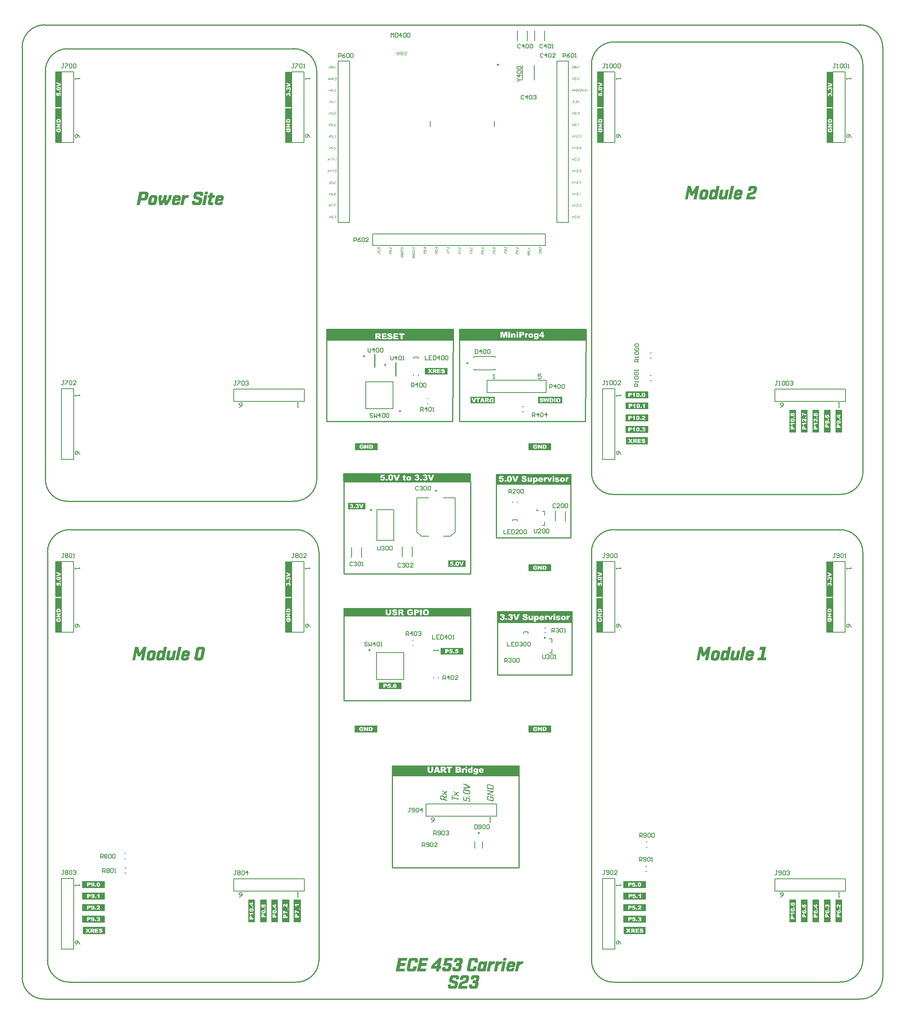
<source format=gto>
G04*
G04 #@! TF.GenerationSoftware,Altium Limited,Altium Designer,22.10.1 (41)*
G04*
G04 Layer_Color=65535*
%FSLAX25Y25*%
%MOIN*%
G70*
G04*
G04 #@! TF.SameCoordinates,861FA483-057D-4AEF-8965-819BABE67C1D*
G04*
G04*
G04 #@! TF.FilePolarity,Positive*
G04*
G01*
G75*
%ADD10C,0.00984*%
%ADD11C,0.01000*%
%ADD12C,0.00787*%
%ADD13C,0.00600*%
G36*
X682500Y512342D02*
Y492658D01*
X676823D01*
Y512342D01*
X682500D01*
D02*
G37*
G36*
X35000Y806000D02*
Y775079D01*
X29323D01*
Y806000D01*
X35000D01*
D02*
G37*
G36*
X542342Y67500D02*
X522658D01*
Y73177D01*
X542342D01*
Y67500D01*
D02*
G37*
G36*
X459842Y477500D02*
X440158D01*
Y483177D01*
X459842D01*
Y477500D01*
D02*
G37*
G36*
X329842Y270000D02*
X310158D01*
Y275677D01*
X329842D01*
Y270000D01*
D02*
G37*
G36*
X35000Y319079D02*
X29323D01*
Y348921D01*
X35000D01*
Y319079D01*
D02*
G37*
G36*
X478360Y337500D02*
Y327500D01*
X413360D01*
Y337500D01*
X478360D01*
D02*
G37*
G36*
X490038Y572500D02*
X380038D01*
Y582144D01*
X490038D01*
Y572500D01*
D02*
G37*
G36*
X505000Y319079D02*
X499323D01*
Y348921D01*
X505000D01*
Y319079D01*
D02*
G37*
G36*
X234500Y349886D02*
X228822D01*
Y380807D01*
X234500D01*
Y349886D01*
D02*
G37*
G36*
X705000Y773921D02*
Y744079D01*
X699323D01*
Y773921D01*
X705000D01*
D02*
G37*
G36*
X432500Y195000D02*
X321500D01*
Y203556D01*
X432500D01*
Y195000D01*
D02*
G37*
G36*
X543882Y488735D02*
Y482500D01*
X524818D01*
Y488735D01*
X543882D01*
D02*
G37*
G36*
X459842Y238177D02*
Y232500D01*
X440158D01*
Y238177D01*
X459842D01*
D02*
G37*
G36*
X705000Y774887D02*
X699323D01*
Y805807D01*
X705000D01*
Y774887D01*
D02*
G37*
G36*
X213000Y67658D02*
X207323D01*
Y87342D01*
X213000D01*
Y67658D01*
D02*
G37*
G36*
X234500Y744079D02*
X228823D01*
Y773921D01*
X234500D01*
Y744079D01*
D02*
G37*
G36*
X544192Y492500D02*
X524508D01*
Y498177D01*
X544192D01*
Y492500D01*
D02*
G37*
G36*
X505500Y773921D02*
Y744079D01*
X499823D01*
Y773921D01*
X505500D01*
D02*
G37*
G36*
X72342Y77500D02*
X52658D01*
Y83177D01*
X72342D01*
Y77500D01*
D02*
G37*
G36*
X202500Y87342D02*
Y67658D01*
X196823D01*
Y87342D01*
X202500D01*
D02*
G37*
G36*
X35000Y350079D02*
X29323D01*
Y381000D01*
X35000D01*
Y350079D01*
D02*
G37*
G36*
X222500Y67658D02*
X216823D01*
Y87342D01*
X222500D01*
Y67658D01*
D02*
G37*
G36*
X405431Y187452D02*
X405556Y187438D01*
X405685Y187415D01*
X408748Y186764D01*
X408753D01*
X408776Y186759D01*
X408803Y186750D01*
X408845Y186741D01*
X408891Y186722D01*
X408947Y186704D01*
X409011Y186680D01*
X409081Y186653D01*
X409150Y186625D01*
X409224Y186588D01*
X409298Y186547D01*
X409372Y186500D01*
X409446Y186450D01*
X409519Y186394D01*
X409584Y186334D01*
X409649Y186265D01*
X409654Y186260D01*
X409663Y186246D01*
X409677Y186228D01*
X409700Y186195D01*
X409723Y186159D01*
X409751Y186117D01*
X409778Y186061D01*
X409806Y186006D01*
X409838Y185937D01*
X409866Y185867D01*
X409894Y185789D01*
X409917Y185701D01*
X409940Y185609D01*
X409954Y185512D01*
X409963Y185410D01*
X409968Y185304D01*
Y182564D01*
X404174Y183798D01*
Y186256D01*
X404179Y186293D01*
Y186343D01*
X404188Y186399D01*
X404197Y186468D01*
X404207Y186542D01*
X404225Y186625D01*
X404244Y186708D01*
X404271Y186796D01*
X404304Y186879D01*
X404341Y186967D01*
X404387Y187046D01*
X404442Y187124D01*
X404502Y187193D01*
X404571Y187258D01*
X404576Y187263D01*
X404590Y187272D01*
X404613Y187286D01*
X404645Y187304D01*
X404682Y187327D01*
X404733Y187350D01*
X404793Y187373D01*
X404858Y187397D01*
X404932Y187415D01*
X405015Y187434D01*
X405107Y187448D01*
X405204Y187457D01*
X405315Y187461D01*
X405431Y187452D01*
D02*
G37*
G36*
X409968Y181261D02*
Y180536D01*
X405639Y178979D01*
X409968Y178064D01*
Y177316D01*
X404174Y178549D01*
Y179270D01*
X408498Y180818D01*
X404174Y181751D01*
Y182490D01*
X409968Y181261D01*
D02*
G37*
G36*
X405315Y177325D02*
X405431Y177306D01*
X405556Y177283D01*
X405902Y177200D01*
Y176401D01*
X405380Y176516D01*
X405375D01*
X405357Y176521D01*
X405329Y176526D01*
X405297D01*
X405255Y176530D01*
X405209Y176526D01*
X405158Y176521D01*
X405107Y176507D01*
X405061Y176489D01*
X405010Y176466D01*
X404964Y176429D01*
X404923Y176383D01*
X404890Y176327D01*
X404863Y176258D01*
X404844Y176175D01*
X404840Y176078D01*
Y174858D01*
X404844Y174835D01*
X404849Y174802D01*
X404853Y174766D01*
X404863Y174724D01*
X404876Y174678D01*
X404900Y174627D01*
X404923Y174576D01*
X404955Y174525D01*
X404992Y174479D01*
X405038Y174433D01*
X405089Y174387D01*
X405154Y174350D01*
X405223Y174322D01*
X405306Y174299D01*
X408762Y173564D01*
X408767D01*
X408785Y173560D01*
X408813D01*
X408845Y173555D01*
X408887D01*
X408933D01*
X408984Y173564D01*
X409030Y173574D01*
X409081Y173592D01*
X409131Y173620D01*
X409178Y173652D01*
X409219Y173698D01*
X409252Y173754D01*
X409279Y173823D01*
X409298Y173902D01*
X409302Y173999D01*
Y175223D01*
X409298Y175251D01*
X409293Y175278D01*
X409289Y175320D01*
X409279Y175362D01*
X409265Y175408D01*
X409242Y175454D01*
X409219Y175505D01*
X409192Y175556D01*
X409150Y175602D01*
X409108Y175648D01*
X409053Y175690D01*
X408993Y175726D01*
X408923Y175754D01*
X408840Y175777D01*
X407741Y176013D01*
Y175047D01*
X407094Y175181D01*
Y176932D01*
X408896Y176567D01*
X408900D01*
X408910Y176563D01*
X408923D01*
X408942Y176553D01*
X408970Y176549D01*
X408997Y176540D01*
X409067Y176512D01*
X409150Y176480D01*
X409247Y176438D01*
X409344Y176383D01*
X409446Y176313D01*
X409552Y176235D01*
X409649Y176138D01*
X409746Y176031D01*
X409829Y175907D01*
X409898Y175763D01*
X409926Y175685D01*
X409954Y175602D01*
X409972Y175519D01*
X409986Y175426D01*
X409995Y175329D01*
X410000Y175227D01*
Y173879D01*
X409995Y173842D01*
Y173795D01*
X409991Y173740D01*
X409981Y173675D01*
X409968Y173606D01*
X409954Y173532D01*
X409935Y173453D01*
X409912Y173370D01*
X409885Y173292D01*
X409847Y173209D01*
X409806Y173135D01*
X409760Y173061D01*
X409704Y172996D01*
X409640Y172936D01*
X409635Y172931D01*
X409621Y172922D01*
X409603Y172908D01*
X409570Y172895D01*
X409533Y172871D01*
X409487Y172853D01*
X409436Y172830D01*
X409372Y172811D01*
X409302Y172788D01*
X409224Y172774D01*
X409141Y172760D01*
X409044Y172751D01*
X408942D01*
X408836Y172756D01*
X408716Y172770D01*
X408591Y172793D01*
X405246Y173509D01*
X405241D01*
X405232Y173513D01*
X405218Y173518D01*
X405200Y173523D01*
X405172Y173527D01*
X405144Y173537D01*
X405075Y173564D01*
X404992Y173597D01*
X404895Y173643D01*
X404798Y173698D01*
X404692Y173768D01*
X404590Y173846D01*
X404493Y173943D01*
X404396Y174049D01*
X404313Y174174D01*
X404244Y174317D01*
X404216Y174396D01*
X404188Y174475D01*
X404170Y174562D01*
X404156Y174655D01*
X404146Y174747D01*
X404142Y174849D01*
Y176235D01*
X404146Y176281D01*
X404151Y176341D01*
X404160Y176401D01*
X404174Y176475D01*
X404188Y176549D01*
X404207Y176632D01*
X404230Y176711D01*
X404262Y176794D01*
X404294Y176872D01*
X404336Y176951D01*
X404387Y177025D01*
X404442Y177089D01*
X404507Y177149D01*
X404511Y177154D01*
X404525Y177163D01*
X404544Y177177D01*
X404576Y177191D01*
X404613Y177214D01*
X404659Y177233D01*
X404710Y177256D01*
X404775Y177274D01*
X404844Y177293D01*
X404923Y177311D01*
X405010Y177320D01*
X405103Y177330D01*
X405204D01*
X405315Y177325D01*
D02*
G37*
G36*
X469514Y517889D02*
X448521D01*
Y523567D01*
X469514D01*
Y517889D01*
D02*
G37*
G36*
X390500Y340244D02*
Y333000D01*
X279500D01*
Y340244D01*
X390500D01*
D02*
G37*
G36*
X692500Y492658D02*
X686823D01*
Y512342D01*
X692500D01*
Y492658D01*
D02*
G37*
G36*
X370111Y543111D02*
X350427D01*
Y548788D01*
X370111D01*
Y543111D01*
D02*
G37*
G36*
X365943Y181808D02*
X365947D01*
X365956Y181804D01*
X365975Y181799D01*
X365998Y181790D01*
X366030Y181780D01*
X366063Y181767D01*
X366104Y181744D01*
X366150Y181720D01*
X366197Y181693D01*
X366248Y181660D01*
X366303Y181619D01*
X366358Y181572D01*
X366419Y181517D01*
X366478Y181457D01*
X366539Y181388D01*
X366599Y181309D01*
X367375Y180288D01*
X368179Y181027D01*
X368183Y181032D01*
X368193Y181041D01*
X368211Y181055D01*
X368234Y181069D01*
X368267Y181092D01*
X368303Y181111D01*
X368345Y181134D01*
X368391Y181157D01*
X368442Y181180D01*
X368497Y181198D01*
X368558Y181212D01*
X368622Y181226D01*
X368691Y181235D01*
X368761D01*
X368835Y181231D01*
X368913Y181217D01*
X369500Y181092D01*
Y180371D01*
X368959Y180487D01*
X368955D01*
X368950D01*
X368936Y180491D01*
X368918D01*
X368876Y180496D01*
X368816Y180491D01*
X368756Y180482D01*
X368687Y180464D01*
X368618Y180431D01*
X368585Y180413D01*
X368553Y180385D01*
X367791Y179678D01*
X368595Y178690D01*
X368604Y178680D01*
X368627Y178657D01*
X368664Y178625D01*
X368705Y178583D01*
X368761Y178542D01*
X368812Y178505D01*
X368867Y178477D01*
X368918Y178459D01*
X369500Y178334D01*
Y177604D01*
X368895Y177729D01*
X368890D01*
X368876Y177733D01*
X368858Y177738D01*
X368826Y177747D01*
X368793Y177761D01*
X368752Y177779D01*
X368705Y177798D01*
X368654Y177826D01*
X368599Y177858D01*
X368544Y177890D01*
X368484Y177937D01*
X368419Y177983D01*
X368359Y178038D01*
X368294Y178098D01*
X368230Y178168D01*
X368169Y178242D01*
X367375Y179290D01*
X366626Y178597D01*
X366622Y178593D01*
X366613Y178583D01*
X366594Y178569D01*
X366571Y178556D01*
X366543Y178533D01*
X366506Y178509D01*
X366465Y178486D01*
X366419Y178463D01*
X366368Y178445D01*
X366312Y178422D01*
X366252Y178408D01*
X366188Y178394D01*
X366113Y178389D01*
X366040Y178385D01*
X365966Y178394D01*
X365882Y178408D01*
X365319Y178523D01*
Y179249D01*
X365836Y179138D01*
X365841D01*
X365846D01*
X365859Y179133D01*
X365878D01*
X365924Y179129D01*
X365980Y179133D01*
X366049Y179142D01*
X366118Y179161D01*
X366188Y179193D01*
X366220Y179212D01*
X366252Y179239D01*
X366959Y179895D01*
X366169Y180875D01*
X366160Y180884D01*
X366141Y180903D01*
X366113Y180930D01*
X366072Y180963D01*
X366026Y181000D01*
X365970Y181032D01*
X365910Y181064D01*
X365850Y181083D01*
X365319Y181203D01*
Y181933D01*
X365943Y181808D01*
D02*
G37*
G36*
X364861Y177793D02*
X364977Y177779D01*
X365102Y177756D01*
X366090Y177549D01*
X366095D01*
X366100Y177544D01*
X366113D01*
X366132Y177539D01*
X366178Y177525D01*
X366238Y177502D01*
X366312Y177475D01*
X366395Y177438D01*
X366483Y177396D01*
X366580Y177341D01*
X366673Y177280D01*
X366770Y177207D01*
X366857Y177123D01*
X366940Y177026D01*
X367019Y176920D01*
X367084Y176800D01*
X367135Y176666D01*
X367153Y176592D01*
X367167Y176518D01*
X369500Y176851D01*
Y175978D01*
X367190Y175687D01*
Y174356D01*
X369500Y173866D01*
Y173058D01*
X363706Y174291D01*
Y176708D01*
X363711Y176754D01*
X363716Y176809D01*
X363725Y176874D01*
X363739Y176943D01*
X363753Y177022D01*
X363771Y177100D01*
X363794Y177179D01*
X363822Y177262D01*
X363859Y177341D01*
X363901Y177419D01*
X363947Y177488D01*
X364002Y177553D01*
X364067Y177613D01*
X364071Y177618D01*
X364085Y177627D01*
X364104Y177641D01*
X364132Y177655D01*
X364169Y177673D01*
X364215Y177696D01*
X364270Y177719D01*
X364330Y177738D01*
X364400Y177756D01*
X364473Y177775D01*
X364561Y177789D01*
X364654Y177793D01*
X364755Y177798D01*
X364861Y177793D01*
D02*
G37*
G36*
X477500Y447500D02*
X412500D01*
Y456051D01*
X477500D01*
Y447500D01*
D02*
G37*
G36*
X702500Y492658D02*
X696823D01*
Y512342D01*
X702500D01*
Y492658D01*
D02*
G37*
G36*
X383525Y300000D02*
X363841D01*
Y305677D01*
X383525D01*
Y300000D01*
D02*
G37*
G36*
X672500Y492658D02*
X666823D01*
Y512342D01*
X672500D01*
Y492658D01*
D02*
G37*
G36*
X682500Y67658D02*
X676823D01*
Y87342D01*
X682500D01*
Y67658D01*
D02*
G37*
G36*
X542102Y57500D02*
X523038D01*
Y63735D01*
X542102D01*
Y57500D01*
D02*
G37*
G36*
X542342Y77500D02*
X522658D01*
Y83177D01*
X542342D01*
Y77500D01*
D02*
G37*
G36*
X308842Y232500D02*
X289158D01*
Y238177D01*
X308842D01*
Y232500D01*
D02*
G37*
G36*
X234500Y774887D02*
X228822D01*
Y805807D01*
X234500D01*
Y774887D01*
D02*
G37*
G36*
X704500Y319079D02*
X698823D01*
Y348921D01*
X704500D01*
Y319079D01*
D02*
G37*
G36*
X542342Y97500D02*
X522658D01*
Y103177D01*
X542342D01*
Y97500D01*
D02*
G37*
G36*
X505000Y350079D02*
X499323D01*
Y381000D01*
X505000D01*
Y350079D01*
D02*
G37*
G36*
X505500Y806000D02*
Y775079D01*
X499823D01*
Y806000D01*
X505500D01*
D02*
G37*
G36*
X385005Y187757D02*
X385009D01*
X385014Y187752D01*
X385028D01*
X385042Y187748D01*
X385088Y187734D01*
X385148Y187711D01*
X385222Y187683D01*
X385305Y187646D01*
X385402Y187604D01*
X385504Y187549D01*
X389468Y185221D01*
Y184371D01*
X385504Y183724D01*
X385499D01*
X385490D01*
X385476Y183719D01*
X385453D01*
X385430D01*
X385402Y183714D01*
X385333Y183710D01*
X385254D01*
X385171Y183714D01*
X385088Y183724D01*
X385005Y183738D01*
X383674Y184019D01*
Y184819D01*
X384903Y184560D01*
X384908D01*
X384912D01*
X384926Y184555D01*
X384945Y184551D01*
X384996Y184541D01*
X385051Y184537D01*
X385120Y184528D01*
X385190Y184523D01*
X385263D01*
X385328Y184528D01*
X388511Y184976D01*
X385310Y186814D01*
X385300Y186819D01*
X385282Y186828D01*
X385245Y186847D01*
X385199Y186870D01*
X385143Y186893D01*
X385069Y186916D01*
X384991Y186944D01*
X384903Y186967D01*
X383674Y187230D01*
Y188039D01*
X385005Y187757D01*
D02*
G37*
G36*
X384815Y182975D02*
X384931Y182961D01*
X385056Y182938D01*
X388396Y182222D01*
X388401D01*
X388410Y182218D01*
X388423D01*
X388442Y182208D01*
X388470Y182204D01*
X388497Y182194D01*
X388567Y182167D01*
X388650Y182134D01*
X388747Y182093D01*
X388844Y182037D01*
X388946Y181968D01*
X389052Y181890D01*
X389149Y181797D01*
X389246Y181686D01*
X389329Y181562D01*
X389398Y181418D01*
X389426Y181344D01*
X389454Y181261D01*
X389472Y181174D01*
X389486Y181086D01*
X389495Y180989D01*
X389500Y180887D01*
Y179737D01*
X389495Y179700D01*
Y179654D01*
X389491Y179598D01*
X389481Y179533D01*
X389468Y179464D01*
X389454Y179386D01*
X389435Y179307D01*
X389412Y179224D01*
X389380Y179145D01*
X389348Y179067D01*
X389306Y178988D01*
X389255Y178914D01*
X389200Y178850D01*
X389135Y178790D01*
X389130Y178785D01*
X389117Y178776D01*
X389098Y178762D01*
X389066Y178748D01*
X389029Y178725D01*
X388983Y178706D01*
X388932Y178683D01*
X388867Y178660D01*
X388798Y178642D01*
X388719Y178628D01*
X388636Y178614D01*
X388539Y178605D01*
X388437Y178600D01*
X388331Y178609D01*
X388216Y178619D01*
X388091Y178642D01*
X384746Y179353D01*
X384741D01*
X384732Y179358D01*
X384718D01*
X384700Y179367D01*
X384672Y179372D01*
X384644Y179381D01*
X384575Y179409D01*
X384492Y179441D01*
X384395Y179487D01*
X384298Y179543D01*
X384192Y179607D01*
X384090Y179691D01*
X383993Y179783D01*
X383896Y179894D01*
X383813Y180018D01*
X383744Y180162D01*
X383716Y180236D01*
X383688Y180319D01*
X383670Y180407D01*
X383656Y180494D01*
X383646Y180591D01*
X383642Y180693D01*
Y181890D01*
X383646Y181936D01*
X383651Y181991D01*
X383660Y182056D01*
X383674Y182125D01*
X383688Y182204D01*
X383706Y182282D01*
X383730Y182361D01*
X383762Y182444D01*
X383794Y182523D01*
X383836Y182601D01*
X383887Y182670D01*
X383942Y182735D01*
X384007Y182795D01*
X384012Y182800D01*
X384025Y182809D01*
X384044Y182823D01*
X384076Y182837D01*
X384113Y182855D01*
X384159Y182878D01*
X384210Y182901D01*
X384275Y182920D01*
X384344Y182938D01*
X384423Y182957D01*
X384510Y182971D01*
X384603Y182975D01*
X384704Y182980D01*
X384815Y182975D01*
D02*
G37*
G36*
X389468Y177159D02*
Y176332D01*
X388479Y176535D01*
Y177376D01*
X389468Y177159D01*
D02*
G37*
G36*
X384390Y176415D02*
Y173916D01*
X385993Y173574D01*
Y174941D01*
X385998Y174987D01*
X386003Y175047D01*
X386012Y175112D01*
X386021Y175181D01*
X386035Y175260D01*
X386053Y175338D01*
X386077Y175422D01*
X386104Y175505D01*
X386141Y175583D01*
X386178Y175662D01*
X386224Y175736D01*
X386280Y175801D01*
X386340Y175861D01*
X386345Y175865D01*
X386354Y175874D01*
X386377Y175888D01*
X386405Y175902D01*
X386437Y175925D01*
X386483Y175944D01*
X386534Y175967D01*
X386594Y175990D01*
X386659Y176008D01*
X386733Y176027D01*
X386816Y176036D01*
X386908Y176045D01*
X387005Y176050D01*
X387111Y176045D01*
X387222Y176031D01*
X387343Y176008D01*
X388414Y175777D01*
X388419D01*
X388428Y175773D01*
X388442D01*
X388460Y175763D01*
X388484Y175759D01*
X388516Y175750D01*
X388585Y175722D01*
X388664Y175690D01*
X388756Y175643D01*
X388858Y175588D01*
X388955Y175523D01*
X389056Y175440D01*
X389158Y175348D01*
X389246Y175237D01*
X389329Y175112D01*
X389398Y174973D01*
X389431Y174895D01*
X389454Y174812D01*
X389472Y174724D01*
X389486Y174636D01*
X389495Y174539D01*
X389500Y174438D01*
Y173269D01*
X389495Y173232D01*
Y173190D01*
X389491Y173135D01*
X389481Y173070D01*
X389472Y173001D01*
X389458Y172927D01*
X389440Y172848D01*
X389417Y172770D01*
X389389Y172691D01*
X389357Y172613D01*
X389315Y172539D01*
X389269Y172465D01*
X389218Y172400D01*
X389158Y172340D01*
X389154Y172335D01*
X389140Y172326D01*
X389121Y172312D01*
X389093Y172299D01*
X389056Y172275D01*
X389015Y172257D01*
X388964Y172234D01*
X388904Y172211D01*
X388839Y172192D01*
X388765Y172174D01*
X388687Y172160D01*
X388599Y172151D01*
X388502Y172146D01*
X388401Y172151D01*
X388294Y172164D01*
X388179Y172183D01*
X387874Y172252D01*
Y173042D01*
X388331Y172950D01*
X388336D01*
X388354Y172945D01*
X388377D01*
X388410Y172941D01*
X388447D01*
X388488Y172945D01*
X388530Y172954D01*
X388576Y172968D01*
X388622Y172987D01*
X388664Y173015D01*
X388705Y173047D01*
X388742Y173093D01*
X388775Y173149D01*
X388798Y173213D01*
X388816Y173296D01*
X388821Y173389D01*
Y174415D01*
X388816Y174442D01*
X388812Y174470D01*
X388807Y174512D01*
X388798Y174553D01*
X388784Y174599D01*
X388765Y174645D01*
X388742Y174696D01*
X388710Y174747D01*
X388673Y174793D01*
X388631Y174839D01*
X388581Y174881D01*
X388521Y174918D01*
X388451Y174946D01*
X388373Y174969D01*
X387190Y175228D01*
X387185D01*
X387167Y175232D01*
X387144Y175237D01*
X387111D01*
X387070D01*
X387028D01*
X386982Y175228D01*
X386936Y175218D01*
X386890Y175200D01*
X386843Y175172D01*
X386797Y175135D01*
X386760Y175094D01*
X386728Y175033D01*
X386705Y174969D01*
X386686Y174886D01*
X386682Y174789D01*
Y172640D01*
X383674Y173283D01*
Y176567D01*
X384390Y176415D01*
D02*
G37*
G36*
X692500Y67658D02*
X686823D01*
Y87342D01*
X692500D01*
Y67658D01*
D02*
G37*
G36*
X544192Y522500D02*
X524508D01*
Y528177D01*
X544192D01*
Y522500D01*
D02*
G37*
G36*
X672500Y87342D02*
Y67658D01*
X666823D01*
Y87342D01*
X672500D01*
D02*
G37*
G36*
X72342Y67500D02*
X52658D01*
Y73177D01*
X72342D01*
Y67500D01*
D02*
G37*
G36*
X234500Y319079D02*
X228823D01*
Y348921D01*
X234500D01*
Y319079D01*
D02*
G37*
G36*
X544192Y502500D02*
X524508D01*
Y508177D01*
X544192D01*
Y502500D01*
D02*
G37*
G36*
X72342Y97500D02*
X52658D01*
Y103177D01*
X72342D01*
Y97500D01*
D02*
G37*
G36*
X232500Y67658D02*
X226265D01*
Y87342D01*
X232500D01*
Y67658D01*
D02*
G37*
G36*
X390436Y450000D02*
X279435D01*
Y457244D01*
X390436D01*
Y450000D01*
D02*
G37*
G36*
X35000Y773921D02*
Y744079D01*
X29323D01*
Y773921D01*
X35000D01*
D02*
G37*
G36*
X410928Y517889D02*
X389935D01*
Y523567D01*
X410928D01*
Y517889D01*
D02*
G37*
G36*
X385488Y376000D02*
X370513D01*
Y381677D01*
X385488D01*
Y376000D01*
D02*
G37*
G36*
X309192Y477500D02*
X289508D01*
Y483177D01*
X309192D01*
Y477500D01*
D02*
G37*
G36*
X544192Y512889D02*
X524508D01*
Y518567D01*
X544192D01*
Y512889D01*
D02*
G37*
G36*
X242500Y67658D02*
X236265D01*
Y87342D01*
X242500D01*
Y67658D01*
D02*
G37*
G36*
X72264Y87500D02*
X52580D01*
Y93177D01*
X72264D01*
Y87500D01*
D02*
G37*
G36*
X712500Y67658D02*
X706823D01*
Y87342D01*
X712500D01*
Y67658D01*
D02*
G37*
G36*
X375000Y572500D02*
X265000D01*
Y582244D01*
X375000D01*
Y572500D01*
D02*
G37*
G36*
X298487Y426000D02*
X283512D01*
Y431677D01*
X298487D01*
Y426000D01*
D02*
G37*
G36*
X702500Y67658D02*
X696823D01*
Y87342D01*
X702500D01*
Y67658D01*
D02*
G37*
G36*
X459842Y372500D02*
X440158D01*
Y378177D01*
X459842D01*
Y372500D01*
D02*
G37*
G36*
X542342Y87500D02*
X522658D01*
Y93177D01*
X542342D01*
Y87500D01*
D02*
G37*
G36*
X704500Y349886D02*
X698822D01*
Y380807D01*
X704500D01*
Y349886D01*
D02*
G37*
G36*
X375943Y181166D02*
X375947D01*
X375956Y181161D01*
X375975Y181157D01*
X375998Y181148D01*
X376030Y181138D01*
X376063Y181124D01*
X376104Y181101D01*
X376150Y181078D01*
X376197Y181051D01*
X376248Y181018D01*
X376303Y180977D01*
X376358Y180930D01*
X376418Y180875D01*
X376479Y180815D01*
X376539Y180746D01*
X376599Y180667D01*
X377375Y179646D01*
X378179Y180385D01*
X378183Y180390D01*
X378192Y180399D01*
X378211Y180413D01*
X378234Y180427D01*
X378266Y180450D01*
X378303Y180468D01*
X378345Y180491D01*
X378391Y180515D01*
X378442Y180538D01*
X378497Y180556D01*
X378557Y180570D01*
X378622Y180584D01*
X378692Y180593D01*
X378761D01*
X378835Y180588D01*
X378913Y180575D01*
X379500Y180450D01*
Y179729D01*
X378959Y179845D01*
X378955D01*
X378950D01*
X378936Y179849D01*
X378918D01*
X378876Y179854D01*
X378816Y179849D01*
X378756Y179840D01*
X378687Y179822D01*
X378618Y179789D01*
X378585Y179771D01*
X378553Y179743D01*
X377791Y179036D01*
X378594Y178048D01*
X378604Y178038D01*
X378627Y178015D01*
X378664Y177983D01*
X378705Y177941D01*
X378761Y177900D01*
X378812Y177863D01*
X378867Y177835D01*
X378918Y177816D01*
X379500Y177692D01*
Y176962D01*
X378895Y177087D01*
X378890D01*
X378876Y177091D01*
X378858Y177096D01*
X378825Y177105D01*
X378793Y177119D01*
X378751Y177137D01*
X378705Y177156D01*
X378655Y177184D01*
X378599Y177216D01*
X378544Y177248D01*
X378484Y177295D01*
X378419Y177341D01*
X378359Y177396D01*
X378294Y177456D01*
X378229Y177525D01*
X378169Y177599D01*
X377375Y178648D01*
X376626Y177955D01*
X376622Y177951D01*
X376612Y177941D01*
X376594Y177927D01*
X376571Y177913D01*
X376543Y177890D01*
X376506Y177867D01*
X376465Y177844D01*
X376418Y177821D01*
X376368Y177803D01*
X376312Y177779D01*
X376252Y177766D01*
X376187Y177752D01*
X376114Y177747D01*
X376040Y177743D01*
X375966Y177752D01*
X375883Y177766D01*
X375319Y177881D01*
Y178606D01*
X375836Y178496D01*
X375841D01*
X375846D01*
X375859Y178491D01*
X375878D01*
X375924Y178486D01*
X375979Y178491D01*
X376049Y178500D01*
X376118Y178519D01*
X376187Y178551D01*
X376220Y178570D01*
X376252Y178597D01*
X376959Y179253D01*
X376169Y180233D01*
X376160Y180242D01*
X376141Y180261D01*
X376114Y180288D01*
X376072Y180321D01*
X376026Y180358D01*
X375970Y180390D01*
X375910Y180422D01*
X375850Y180441D01*
X375319Y180561D01*
Y181291D01*
X375943Y181166D01*
D02*
G37*
G36*
X374413Y177539D02*
Y176038D01*
X379500Y174957D01*
Y174148D01*
X374413Y175229D01*
Y173709D01*
X373707Y173866D01*
Y177701D01*
X374413Y177539D01*
D02*
G37*
G36*
X72500Y57500D02*
X53436D01*
Y63735D01*
X72500D01*
Y57500D01*
D02*
G37*
G36*
X712500Y492658D02*
X706823D01*
Y512342D01*
X712500D01*
Y492658D01*
D02*
G37*
G36*
X484572Y800546D02*
X483571D01*
X483434Y799904D01*
X483982D01*
X484000Y799902D01*
X484024Y799900D01*
X484050Y799897D01*
X484078Y799893D01*
X484109Y799888D01*
X484141Y799880D01*
X484174Y799871D01*
X484207Y799860D01*
X484239Y799845D01*
X484270Y799830D01*
X484300Y799812D01*
X484326Y799789D01*
X484350Y799765D01*
X484352Y799764D01*
X484355Y799760D01*
X484361Y799751D01*
X484366Y799740D01*
X484376Y799727D01*
X484383Y799708D01*
X484392Y799688D01*
X484402Y799664D01*
X484409Y799638D01*
X484416Y799608D01*
X484420Y799575D01*
X484424Y799538D01*
X484426Y799499D01*
X484424Y799457D01*
X484418Y799412D01*
X484409Y799364D01*
X484316Y798935D01*
Y798933D01*
X484315Y798929D01*
Y798924D01*
X484311Y798916D01*
X484309Y798907D01*
X484305Y798894D01*
X484294Y798866D01*
X484281Y798835D01*
X484263Y798798D01*
X484241Y798757D01*
X484215Y798718D01*
X484181Y798678D01*
X484144Y798637D01*
X484100Y798602D01*
X484050Y798568D01*
X483994Y798541D01*
X483963Y798528D01*
X483930Y798519D01*
X483895Y798511D01*
X483859Y798506D01*
X483821Y798502D01*
X483780Y798500D01*
X483312D01*
X483297Y798502D01*
X483280D01*
X483258Y798504D01*
X483232Y798507D01*
X483205Y798511D01*
X483175Y798517D01*
X483144Y798524D01*
X483112Y798533D01*
X483081Y798544D01*
X483049Y798557D01*
X483020Y798574D01*
X482990Y798593D01*
X482964Y798613D01*
X482940Y798637D01*
X482938Y798639D01*
X482935Y798644D01*
X482929Y798652D01*
X482923Y798663D01*
X482914Y798678D01*
X482907Y798694D01*
X482898Y798715D01*
X482888Y798739D01*
X482881Y798765D01*
X482873Y798794D01*
X482868Y798826D01*
X482864Y798861D01*
X482862Y798900D01*
X482864Y798940D01*
X482870Y798983D01*
X482877Y799029D01*
X482905Y799151D01*
X483221D01*
X483184Y798968D01*
Y798966D01*
X483182Y798959D01*
Y798949D01*
X483181Y798937D01*
Y798922D01*
X483182Y798905D01*
X483186Y798888D01*
X483192Y798870D01*
X483199Y798851D01*
X483210Y798835D01*
X483223Y798818D01*
X483242Y798803D01*
X483264Y798790D01*
X483290Y798781D01*
X483323Y798774D01*
X483360Y798772D01*
X483771D01*
X483782Y798774D01*
X483793Y798776D01*
X483810Y798777D01*
X483826Y798781D01*
X483845Y798787D01*
X483863Y798794D01*
X483883Y798803D01*
X483904Y798816D01*
X483922Y798831D01*
X483941Y798848D01*
X483957Y798868D01*
X483972Y798892D01*
X483983Y798920D01*
X483993Y798951D01*
X484096Y799425D01*
Y799427D01*
X484098Y799434D01*
X484100Y799443D01*
Y799457D01*
Y799473D01*
Y799490D01*
X484096Y799508D01*
X484093Y799527D01*
X484085Y799545D01*
X484074Y799564D01*
X484059Y799582D01*
X484043Y799597D01*
X484019Y799610D01*
X483993Y799619D01*
X483959Y799627D01*
X483920Y799628D01*
X483060D01*
X483317Y800833D01*
X484633D01*
X484572Y800546D01*
D02*
G37*
G36*
X482344Y798513D02*
X482013D01*
X482095Y798909D01*
X482431D01*
X482344Y798513D01*
D02*
G37*
G36*
X479758Y800831D02*
X479780Y800829D01*
X479806Y800826D01*
X479834Y800820D01*
X479864Y800814D01*
X479895Y800807D01*
X479926Y800798D01*
X479958Y800787D01*
X479989Y800772D01*
X480021Y800755D01*
X480049Y800737D01*
X480074Y800714D01*
X480097Y800689D01*
X480098Y800687D01*
X480102Y800681D01*
X480106Y800674D01*
X480113Y800663D01*
X480121Y800648D01*
X480130Y800629D01*
X480137Y800607D01*
X480147Y800583D01*
X480154Y800555D01*
X480160Y800526D01*
X480165Y800491D01*
X480167Y800454D01*
X480169Y800413D01*
X480167Y800370D01*
X480161Y800324D01*
X480152Y800274D01*
X480052Y799804D01*
Y799802D01*
X480050Y799799D01*
Y799793D01*
X480047Y799786D01*
X480045Y799775D01*
X480041Y799764D01*
X480030Y799736D01*
X480017Y799703D01*
X480000Y799664D01*
X479978Y799625D01*
X479950Y799584D01*
X479919Y799542D01*
X479882Y799503D01*
X479838Y799464D01*
X479788Y799431D01*
X479730Y799403D01*
X479701Y799392D01*
X479667Y799381D01*
X479632Y799373D01*
X479597Y799368D01*
X479558Y799364D01*
X479518Y799362D01*
X478778D01*
X478594Y798513D01*
X478271D01*
X478765Y800833D01*
X479740D01*
X479758Y800831D01*
D02*
G37*
G36*
X481619Y800844D02*
X481641Y800842D01*
X481667Y800838D01*
X481695Y800833D01*
X481726Y800827D01*
X481758Y800820D01*
X481789Y800811D01*
X481823Y800798D01*
X481854Y800785D01*
X481885Y800768D01*
X481913Y800748D01*
X481939Y800726D01*
X481963Y800700D01*
X481965Y800698D01*
X481969Y800692D01*
X481974Y800685D01*
X481980Y800672D01*
X481987Y800657D01*
X481996Y800639D01*
X482006Y800618D01*
X482013Y800592D01*
X482021Y800565D01*
X482028Y800533D01*
X482033Y800498D01*
X482035Y800461D01*
X482037Y800420D01*
X482035Y800376D01*
X482030Y800330D01*
X482021Y800280D01*
X481734Y798942D01*
Y798940D01*
X481732Y798937D01*
Y798931D01*
X481728Y798924D01*
X481726Y798913D01*
X481723Y798902D01*
X481712Y798874D01*
X481699Y798840D01*
X481682Y798802D01*
X481660Y798763D01*
X481632Y798722D01*
X481601Y798679D01*
X481564Y798641D01*
X481519Y798602D01*
X481469Y798568D01*
X481412Y798541D01*
X481382Y798530D01*
X481349Y798519D01*
X481314Y798511D01*
X481279Y798506D01*
X481240Y798502D01*
X481199Y798500D01*
X480738D01*
X480724Y798502D01*
X480705D01*
X480683Y798504D01*
X480657Y798507D01*
X480629Y798513D01*
X480598Y798519D01*
X480567Y798526D01*
X480533Y798535D01*
X480502Y798548D01*
X480470Y798561D01*
X480439Y798578D01*
X480409Y798598D01*
X480383Y798620D01*
X480359Y798646D01*
X480357Y798648D01*
X480354Y798654D01*
X480348Y798661D01*
X480343Y798674D01*
X480333Y798689D01*
X480326Y798707D01*
X480317Y798728D01*
X480307Y798753D01*
X480300Y798781D01*
X480295Y798813D01*
X480289Y798846D01*
X480285Y798885D01*
X480283Y798925D01*
X480287Y798968D01*
X480291Y799014D01*
X480300Y799064D01*
X480585Y800404D01*
Y800406D01*
X480587Y800409D01*
Y800415D01*
X480590Y800422D01*
X480592Y800433D01*
X480596Y800444D01*
X480607Y800472D01*
X480620Y800505D01*
X480639Y800544D01*
X480661Y800583D01*
X480687Y800626D01*
X480720Y800666D01*
X480757Y800705D01*
X480801Y800744D01*
X480851Y800777D01*
X480909Y800805D01*
X480938Y800816D01*
X480972Y800827D01*
X481007Y800835D01*
X481042Y800840D01*
X481081Y800844D01*
X481121Y800846D01*
X481601D01*
X481619Y800844D01*
D02*
G37*
G36*
X268468Y810844D02*
X268492Y810842D01*
X268516Y810838D01*
X268546Y810833D01*
X268576Y810827D01*
X268609Y810820D01*
X268640Y810811D01*
X268673Y810798D01*
X268705Y810785D01*
X268737Y810768D01*
X268766Y810748D01*
X268792Y810725D01*
X268816Y810700D01*
X268818Y810698D01*
X268822Y810692D01*
X268827Y810685D01*
X268833Y810672D01*
X268842Y810657D01*
X268849Y810639D01*
X268859Y810618D01*
X268866Y810592D01*
X268873Y810565D01*
X268881Y810533D01*
X268884Y810498D01*
X268888Y810461D01*
Y810420D01*
X268886Y810376D01*
X268879Y810330D01*
X268870Y810280D01*
X268836Y810141D01*
X268516D01*
X268563Y810350D01*
Y810352D01*
X268564Y810359D01*
X268566Y810370D01*
Y810383D01*
X268568Y810400D01*
X268566Y810418D01*
X268564Y810439D01*
X268559Y810459D01*
X268551Y810478D01*
X268542Y810498D01*
X268527Y810516D01*
X268509Y810533D01*
X268487Y810546D01*
X268459Y810557D01*
X268426Y810565D01*
X268387Y810566D01*
X267898D01*
X267889Y810565D01*
X267876Y810563D01*
X267861Y810561D01*
X267845Y810557D01*
X267826Y810552D01*
X267806Y810542D01*
X267786Y810533D01*
X267765Y810520D01*
X267747Y810505D01*
X267728Y810487D01*
X267710Y810466D01*
X267695Y810441D01*
X267684Y810413D01*
X267674Y810380D01*
X267380Y808996D01*
Y808994D01*
X267378Y808986D01*
Y808975D01*
X267377Y808963D01*
Y808946D01*
Y808927D01*
X267380Y808907D01*
X267384Y808889D01*
X267391Y808868D01*
X267403Y808848D01*
X267415Y808829D01*
X267434Y808813D01*
X267456Y808800D01*
X267484Y808789D01*
X267515Y808781D01*
X267554Y808779D01*
X268044D01*
X268056Y808781D01*
X268067Y808783D01*
X268083Y808785D01*
X268100Y808789D01*
X268119Y808794D01*
X268137Y808803D01*
X268157Y808813D01*
X268178Y808824D01*
X268196Y808840D01*
X268215Y808857D01*
X268231Y808879D01*
X268246Y808903D01*
X268257Y808931D01*
X268267Y808964D01*
X268361Y809405D01*
X267974D01*
X268028Y809664D01*
X268729D01*
X268583Y808942D01*
Y808940D01*
X268581Y808937D01*
Y808931D01*
X268577Y808924D01*
X268576Y808912D01*
X268572Y808901D01*
X268561Y808874D01*
X268548Y808840D01*
X268531Y808801D01*
X268509Y808763D01*
X268481Y808722D01*
X268450Y808679D01*
X268411Y808641D01*
X268368Y808602D01*
X268318Y808568D01*
X268261Y808541D01*
X268230Y808530D01*
X268196Y808519D01*
X268163Y808511D01*
X268126Y808506D01*
X268087Y808502D01*
X268046Y808500D01*
X267506D01*
X267491Y808502D01*
X267473D01*
X267451Y808504D01*
X267425Y808507D01*
X267397Y808513D01*
X267368Y808519D01*
X267336Y808526D01*
X267303Y808535D01*
X267271Y808546D01*
X267238Y808561D01*
X267208Y808578D01*
X267179Y808596D01*
X267153Y808618D01*
X267129Y808644D01*
X267127Y808646D01*
X267123Y808652D01*
X267118Y808659D01*
X267112Y808672D01*
X267103Y808687D01*
X267095Y808705D01*
X267086Y808726D01*
X267079Y808752D01*
X267070Y808779D01*
X267064Y808811D01*
X267058Y808844D01*
X267055Y808883D01*
Y808924D01*
X267057Y808966D01*
X267062Y809014D01*
X267072Y809064D01*
X267358Y810404D01*
Y810406D01*
X267360Y810409D01*
X267362Y810415D01*
X267364Y810422D01*
X267366Y810433D01*
X267369Y810444D01*
X267380Y810472D01*
X267393Y810505D01*
X267412Y810544D01*
X267434Y810583D01*
X267462Y810626D01*
X267493Y810666D01*
X267532Y810705D01*
X267575Y810744D01*
X267625Y810777D01*
X267682Y810805D01*
X267713Y810816D01*
X267745Y810827D01*
X267780Y810835D01*
X267817Y810840D01*
X267854Y810844D01*
X267895Y810846D01*
X268450D01*
X268468Y810844D01*
D02*
G37*
G36*
X270462Y808513D02*
X270172D01*
X269549Y810246D01*
X269182Y808513D01*
X268883D01*
X269376Y810833D01*
X269665D01*
X270285Y809101D01*
X270659Y810833D01*
X270955D01*
X270462Y808513D01*
D02*
G37*
G36*
X272477Y810831D02*
X272498D01*
X272520Y810827D01*
X272547Y810824D01*
X272577Y810820D01*
X272610Y810812D01*
X272644Y810805D01*
X272679Y810794D01*
X272712Y810781D01*
X272747Y810766D01*
X272779Y810748D01*
X272810Y810725D01*
X272838Y810701D01*
X272864Y810674D01*
X272866Y810672D01*
X272869Y810666D01*
X272875Y810657D01*
X272882Y810644D01*
X272892Y810629D01*
X272901Y810609D01*
X272910Y810585D01*
X272919Y810559D01*
X272927Y810529D01*
X272934Y810496D01*
X272940Y810459D01*
X272943Y810420D01*
X272945Y810376D01*
X272941Y810330D01*
X272936Y810280D01*
X272927Y810228D01*
X272666Y809001D01*
Y809000D01*
X272664Y808990D01*
X272660Y808979D01*
X272657Y808963D01*
X272649Y808944D01*
X272642Y808922D01*
X272633Y808896D01*
X272621Y808868D01*
X272610Y808840D01*
X272596Y808811D01*
X272579Y808781D01*
X272560Y808752D01*
X272540Y808722D01*
X272518Y808692D01*
X272494Y808667D01*
X272466Y808641D01*
X272464Y808639D01*
X272459Y808635D01*
X272451Y808630D01*
X272438Y808620D01*
X272424Y808611D01*
X272407Y808600D01*
X272385Y808589D01*
X272362Y808578D01*
X272335Y808565D01*
X272307Y808554D01*
X272275Y808543D01*
X272240Y808533D01*
X272203Y808524D01*
X272165Y808519D01*
X272124Y808515D01*
X272081Y808513D01*
X270984D01*
X271478Y810833D01*
X272462D01*
X272477Y810831D01*
D02*
G37*
G36*
X479684Y810844D02*
X479708Y810842D01*
X479732Y810838D01*
X479762Y810833D01*
X479791Y810827D01*
X479825Y810820D01*
X479856Y810811D01*
X479889Y810798D01*
X479921Y810785D01*
X479952Y810768D01*
X479982Y810748D01*
X480008Y810726D01*
X480032Y810700D01*
X480034Y810698D01*
X480037Y810692D01*
X480043Y810685D01*
X480049Y810672D01*
X480058Y810657D01*
X480065Y810639D01*
X480074Y810618D01*
X480082Y810592D01*
X480089Y810565D01*
X480097Y810533D01*
X480100Y810498D01*
X480104Y810461D01*
Y810420D01*
X480102Y810376D01*
X480095Y810330D01*
X480086Y810280D01*
X480052Y810141D01*
X479732D01*
X479778Y810350D01*
Y810352D01*
X479780Y810359D01*
X479782Y810370D01*
Y810383D01*
X479784Y810400D01*
X479782Y810419D01*
X479780Y810439D01*
X479775Y810459D01*
X479767Y810478D01*
X479758Y810498D01*
X479743Y810516D01*
X479725Y810533D01*
X479703Y810546D01*
X479675Y810557D01*
X479641Y810565D01*
X479603Y810566D01*
X479114D01*
X479105Y810565D01*
X479092Y810563D01*
X479077Y810561D01*
X479061Y810557D01*
X479042Y810552D01*
X479022Y810542D01*
X479001Y810533D01*
X478981Y810520D01*
X478963Y810505D01*
X478944Y810487D01*
X478926Y810467D01*
X478911Y810441D01*
X478900Y810413D01*
X478890Y810380D01*
X478596Y808996D01*
Y808994D01*
X478594Y808986D01*
Y808976D01*
X478592Y808963D01*
Y808946D01*
Y808927D01*
X478596Y808907D01*
X478600Y808889D01*
X478607Y808868D01*
X478618Y808848D01*
X478631Y808829D01*
X478650Y808813D01*
X478672Y808800D01*
X478700Y808789D01*
X478731Y808781D01*
X478770Y808779D01*
X479260D01*
X479272Y808781D01*
X479283Y808783D01*
X479299Y808785D01*
X479316Y808789D01*
X479334Y808794D01*
X479353Y808803D01*
X479373Y808813D01*
X479394Y808824D01*
X479412Y808840D01*
X479431Y808857D01*
X479447Y808879D01*
X479462Y808903D01*
X479473Y808931D01*
X479482Y808964D01*
X479577Y809405D01*
X479190D01*
X479244Y809664D01*
X479945D01*
X479799Y808942D01*
Y808940D01*
X479797Y808937D01*
Y808931D01*
X479793Y808924D01*
X479791Y808913D01*
X479788Y808902D01*
X479776Y808874D01*
X479764Y808840D01*
X479747Y808802D01*
X479725Y808763D01*
X479697Y808722D01*
X479666Y808679D01*
X479627Y808641D01*
X479584Y808602D01*
X479534Y808568D01*
X479477Y808541D01*
X479445Y808530D01*
X479412Y808519D01*
X479379Y808511D01*
X479342Y808506D01*
X479303Y808502D01*
X479262Y808500D01*
X478722D01*
X478707Y808502D01*
X478689D01*
X478666Y808504D01*
X478641Y808507D01*
X478613Y808513D01*
X478583Y808519D01*
X478552Y808526D01*
X478518Y808535D01*
X478487Y808546D01*
X478454Y808561D01*
X478424Y808578D01*
X478395Y808596D01*
X478369Y808618D01*
X478345Y808644D01*
X478343Y808646D01*
X478339Y808652D01*
X478334Y808659D01*
X478328Y808672D01*
X478319Y808687D01*
X478311Y808705D01*
X478302Y808726D01*
X478295Y808752D01*
X478285Y808779D01*
X478280Y808811D01*
X478274Y808844D01*
X478271Y808883D01*
Y808924D01*
X478272Y808966D01*
X478278Y809014D01*
X478287Y809064D01*
X478574Y810404D01*
Y810406D01*
X478576Y810409D01*
X478578Y810415D01*
X478580Y810422D01*
X478581Y810433D01*
X478585Y810444D01*
X478596Y810472D01*
X478609Y810505D01*
X478628Y810544D01*
X478650Y810583D01*
X478678Y810626D01*
X478709Y810666D01*
X478748Y810705D01*
X478791Y810744D01*
X478840Y810777D01*
X478898Y810805D01*
X478929Y810816D01*
X478961Y810827D01*
X478996Y810835D01*
X479033Y810840D01*
X479070Y810844D01*
X479110Y810846D01*
X479666D01*
X479684Y810844D01*
D02*
G37*
G36*
X481678Y808513D02*
X481388D01*
X480764Y810246D01*
X480398Y808513D01*
X480098D01*
X480592Y810833D01*
X480881D01*
X481501Y809101D01*
X481874Y810833D01*
X482170D01*
X481678Y808513D01*
D02*
G37*
G36*
X483693Y810831D02*
X483713D01*
X483736Y810827D01*
X483763Y810824D01*
X483793Y810820D01*
X483826Y810812D01*
X483859Y810805D01*
X483895Y810794D01*
X483928Y810781D01*
X483963Y810766D01*
X483994Y810748D01*
X484026Y810726D01*
X484054Y810701D01*
X484080Y810674D01*
X484082Y810672D01*
X484085Y810666D01*
X484091Y810657D01*
X484098Y810644D01*
X484107Y810629D01*
X484117Y810609D01*
X484126Y810585D01*
X484135Y810559D01*
X484142Y810529D01*
X484150Y810496D01*
X484156Y810459D01*
X484159Y810420D01*
X484161Y810376D01*
X484157Y810330D01*
X484152Y810280D01*
X484142Y810228D01*
X483882Y809001D01*
Y809000D01*
X483880Y808990D01*
X483876Y808979D01*
X483872Y808963D01*
X483865Y808944D01*
X483858Y808922D01*
X483848Y808896D01*
X483837Y808868D01*
X483826Y808840D01*
X483811Y808811D01*
X483795Y808781D01*
X483776Y808752D01*
X483756Y808722D01*
X483734Y808692D01*
X483710Y808667D01*
X483682Y808641D01*
X483680Y808639D01*
X483674Y808635D01*
X483667Y808630D01*
X483654Y808620D01*
X483639Y808611D01*
X483623Y808600D01*
X483601Y808589D01*
X483578Y808578D01*
X483551Y808565D01*
X483523Y808554D01*
X483491Y808543D01*
X483456Y808533D01*
X483419Y808524D01*
X483380Y808519D01*
X483340Y808515D01*
X483297Y808513D01*
X482200D01*
X482694Y810833D01*
X483678D01*
X483693Y810831D01*
D02*
G37*
G36*
X485367Y790844D02*
X485391Y790842D01*
X485415Y790838D01*
X485445Y790833D01*
X485474Y790827D01*
X485508Y790820D01*
X485539Y790811D01*
X485573Y790798D01*
X485604Y790785D01*
X485636Y790768D01*
X485665Y790748D01*
X485691Y790726D01*
X485715Y790700D01*
X485717Y790698D01*
X485721Y790692D01*
X485726Y790685D01*
X485732Y790672D01*
X485741Y790657D01*
X485748Y790639D01*
X485758Y790618D01*
X485765Y790592D01*
X485772Y790565D01*
X485780Y790533D01*
X485783Y790498D01*
X485787Y790461D01*
Y790420D01*
X485785Y790376D01*
X485778Y790330D01*
X485769Y790280D01*
X485739Y790141D01*
X485419D01*
X485462Y790350D01*
Y790352D01*
X485463Y790359D01*
X485465Y790370D01*
Y790383D01*
Y790400D01*
Y790418D01*
X485463Y790439D01*
X485458Y790459D01*
X485451Y790478D01*
X485441Y790498D01*
X485426Y790517D01*
X485410Y790533D01*
X485388Y790546D01*
X485360Y790557D01*
X485328Y790565D01*
X485289Y790566D01*
X484797D01*
X484788Y790565D01*
X484775Y790563D01*
X484760Y790561D01*
X484744Y790557D01*
X484725Y790552D01*
X484705Y790542D01*
X484685Y790533D01*
X484664Y790520D01*
X484646Y790505D01*
X484627Y790487D01*
X484609Y790467D01*
X484594Y790441D01*
X484583Y790413D01*
X484574Y790380D01*
X484279Y788996D01*
Y788994D01*
X484278Y788986D01*
Y788975D01*
X484276Y788963D01*
Y788946D01*
Y788927D01*
X484279Y788907D01*
X484283Y788889D01*
X484291Y788868D01*
X484302Y788848D01*
X484315Y788829D01*
X484333Y788813D01*
X484355Y788800D01*
X484383Y788789D01*
X484414Y788781D01*
X484453Y788779D01*
X484947D01*
X484958Y788781D01*
X484970Y788783D01*
X484984Y788785D01*
X485001Y788789D01*
X485019Y788794D01*
X485040Y788803D01*
X485058Y788813D01*
X485079Y788824D01*
X485099Y788840D01*
X485116Y788857D01*
X485132Y788879D01*
X485147Y788903D01*
X485160Y788931D01*
X485169Y788964D01*
X485236Y789284D01*
X485556D01*
X485486Y788942D01*
Y788940D01*
X485484Y788937D01*
Y788931D01*
X485480Y788924D01*
X485478Y788913D01*
X485474Y788902D01*
X485463Y788874D01*
X485451Y788840D01*
X485432Y788802D01*
X485410Y788763D01*
X485382Y788722D01*
X485349Y788679D01*
X485312Y788641D01*
X485267Y788602D01*
X485217Y788568D01*
X485160Y788541D01*
X485129Y788530D01*
X485095Y788518D01*
X485062Y788511D01*
X485025Y788506D01*
X484986Y788502D01*
X484945Y788500D01*
X484405D01*
X484390Y788502D01*
X484372D01*
X484350Y788504D01*
X484324Y788507D01*
X484296Y788513D01*
X484267Y788518D01*
X484235Y788526D01*
X484202Y788535D01*
X484170Y788546D01*
X484137Y788561D01*
X484107Y788578D01*
X484078Y788596D01*
X484052Y788618D01*
X484028Y788644D01*
X484026Y788646D01*
X484022Y788652D01*
X484017Y788659D01*
X484011Y788672D01*
X484002Y788687D01*
X483994Y788705D01*
X483985Y788726D01*
X483978Y788752D01*
X483969Y788779D01*
X483963Y788811D01*
X483957Y788844D01*
X483954Y788883D01*
Y788924D01*
X483956Y788966D01*
X483961Y789014D01*
X483970Y789064D01*
X484254Y790404D01*
Y790406D01*
X484255Y790409D01*
X484257Y790415D01*
X484259Y790422D01*
X484261Y790433D01*
X484265Y790444D01*
X484276Y790472D01*
X484289Y790505D01*
X484307Y790544D01*
X484329Y790583D01*
X484357Y790626D01*
X484390Y790666D01*
X484427Y790705D01*
X484472Y790744D01*
X484522Y790777D01*
X484579Y790805D01*
X484611Y790816D01*
X484644Y790827D01*
X484677Y790835D01*
X484714Y790840D01*
X484753Y790844D01*
X484794Y790846D01*
X485349D01*
X485367Y790844D01*
D02*
G37*
G36*
X487708Y790357D02*
Y790356D01*
X487706Y790352D01*
X487704Y790344D01*
X487702Y790335D01*
X487698Y790322D01*
X487693Y790309D01*
X487682Y790278D01*
X487665Y790244D01*
X487643Y790207D01*
X487619Y790174D01*
X487587Y790145D01*
X487042Y789704D01*
X487393Y789175D01*
Y789173D01*
X487395Y789172D01*
X487400Y789160D01*
X487410Y789142D01*
X487417Y789120D01*
X487424Y789092D01*
X487428Y789060D01*
X487430Y789025D01*
X487424Y788988D01*
X487324Y788513D01*
X487001D01*
X487088Y788929D01*
Y788931D01*
Y788933D01*
X487090Y788942D01*
X487091Y788957D01*
X487093Y788975D01*
X487091Y788996D01*
X487090Y789018D01*
X487084Y789038D01*
X487075Y789059D01*
X486738Y789575D01*
X486294D01*
X486068Y788513D01*
X485745D01*
X486239Y790833D01*
X486560D01*
X486351Y789851D01*
X486805D01*
X487321Y790267D01*
X487324Y790269D01*
X487332Y790276D01*
X487343Y790289D01*
X487356Y790307D01*
X487371Y790330D01*
X487386Y790356D01*
X487398Y790387D01*
X487408Y790424D01*
X487493Y790833D01*
X487809D01*
X487708Y790357D01*
D02*
G37*
G36*
X479891Y790300D02*
Y790298D01*
X479889Y790296D01*
Y790291D01*
X479887Y790285D01*
X479882Y790267D01*
X479873Y790243D01*
X479862Y790213D01*
X479847Y790180D01*
X479830Y790141D01*
X479808Y790100D01*
X478876Y788513D01*
X478535D01*
X478276Y790100D01*
Y790102D01*
Y790106D01*
X478274Y790111D01*
Y790121D01*
Y790130D01*
X478272Y790141D01*
X478271Y790169D01*
Y790200D01*
X478272Y790233D01*
X478276Y790267D01*
X478282Y790300D01*
X478395Y790833D01*
X478715D01*
X478611Y790341D01*
Y790339D01*
Y790337D01*
X478609Y790332D01*
X478607Y790324D01*
X478604Y790304D01*
X478602Y790281D01*
X478598Y790254D01*
X478596Y790226D01*
Y790197D01*
X478598Y790171D01*
X478778Y788896D01*
X479514Y790178D01*
X479516Y790182D01*
X479519Y790189D01*
X479527Y790204D01*
X479536Y790222D01*
X479545Y790244D01*
X479555Y790274D01*
X479566Y790306D01*
X479575Y790341D01*
X479680Y790833D01*
X480004D01*
X479891Y790300D01*
D02*
G37*
G36*
X489469Y788942D02*
Y788940D01*
X489467Y788937D01*
Y788931D01*
X489463Y788924D01*
X489461Y788913D01*
X489458Y788902D01*
X489446Y788874D01*
X489433Y788840D01*
X489417Y788802D01*
X489395Y788763D01*
X489367Y788722D01*
X489335Y788679D01*
X489297Y788641D01*
X489254Y788602D01*
X489204Y788568D01*
X489147Y788541D01*
X489115Y788530D01*
X489082Y788518D01*
X489049Y788511D01*
X489012Y788506D01*
X488973Y788502D01*
X488932Y788500D01*
X488349D01*
X488335Y788502D01*
X488316D01*
X488294Y788504D01*
X488268Y788507D01*
X488240Y788513D01*
X488209Y788518D01*
X488177Y788526D01*
X488144Y788535D01*
X488113Y788546D01*
X488081Y788561D01*
X488050Y788578D01*
X488020Y788596D01*
X487994Y788618D01*
X487970Y788644D01*
X487968Y788646D01*
X487965Y788652D01*
X487959Y788659D01*
X487954Y788672D01*
X487944Y788687D01*
X487937Y788705D01*
X487928Y788726D01*
X487920Y788752D01*
X487911Y788779D01*
X487905Y788811D01*
X487900Y788844D01*
X487896Y788883D01*
Y788924D01*
X487898Y788966D01*
X487904Y789014D01*
X487913Y789064D01*
X488294Y790833D01*
X488616D01*
X488224Y788998D01*
Y788996D01*
X488222Y788988D01*
Y788977D01*
X488220Y788964D01*
Y788948D01*
Y788931D01*
X488224Y788911D01*
X488227Y788892D01*
X488235Y788872D01*
X488246Y788851D01*
X488259Y788835D01*
X488277Y788818D01*
X488300Y788805D01*
X488325Y788794D01*
X488359Y788787D01*
X488396Y788785D01*
X488927D01*
X488938Y788787D01*
X488949Y788789D01*
X488966Y788790D01*
X488982Y788794D01*
X489001Y788800D01*
X489019Y788809D01*
X489040Y788818D01*
X489060Y788831D01*
X489078Y788846D01*
X489097Y788865D01*
X489114Y788885D01*
X489128Y788911D01*
X489139Y788939D01*
X489149Y788972D01*
X489544Y790833D01*
X489872D01*
X489469Y788942D01*
D02*
G37*
G36*
X491319Y790831D02*
X491341Y790829D01*
X491367Y790826D01*
X491395Y790820D01*
X491424Y790814D01*
X491456Y790807D01*
X491487Y790798D01*
X491518Y790787D01*
X491550Y790772D01*
X491581Y790755D01*
X491609Y790737D01*
X491635Y790715D01*
X491657Y790689D01*
X491659Y790687D01*
X491663Y790681D01*
X491667Y790674D01*
X491674Y790663D01*
X491681Y790648D01*
X491690Y790629D01*
X491698Y790607D01*
X491707Y790583D01*
X491715Y790555D01*
X491720Y790526D01*
X491726Y790491D01*
X491727Y790454D01*
X491729Y790413D01*
X491727Y790370D01*
X491722Y790324D01*
X491713Y790274D01*
X491613Y789804D01*
Y789802D01*
X491611Y789799D01*
Y789793D01*
X491607Y789786D01*
X491605Y789775D01*
X491602Y789764D01*
X491591Y789736D01*
X491578Y789703D01*
X491561Y789664D01*
X491539Y789625D01*
X491511Y789584D01*
X491480Y789542D01*
X491443Y789503D01*
X491398Y789464D01*
X491348Y789431D01*
X491291Y789403D01*
X491261Y789392D01*
X491228Y789381D01*
X491193Y789373D01*
X491158Y789368D01*
X491119Y789364D01*
X491078Y789362D01*
X490338D01*
X490155Y788513D01*
X489831D01*
X490325Y790833D01*
X491300D01*
X491319Y790831D01*
D02*
G37*
G36*
X483547Y789246D02*
Y789242D01*
X483551Y789231D01*
X483552Y789212D01*
X483554Y789190D01*
Y789160D01*
X483552Y789125D01*
X483549Y789088D01*
X483541Y789046D01*
X483427Y788513D01*
X483121D01*
X483225Y789005D01*
X483234Y789064D01*
X482239D01*
Y789062D01*
X482237Y789059D01*
X482235Y789051D01*
X482232Y789042D01*
X482226Y789023D01*
X482222Y789005D01*
X482115Y788513D01*
X481808D01*
X481915Y789046D01*
Y789048D01*
X481917Y789049D01*
Y789055D01*
X481919Y789062D01*
X481924Y789081D01*
X481934Y789105D01*
X481943Y789135D01*
X481958Y789170D01*
X481974Y789207D01*
X481995Y789246D01*
X482942Y790840D01*
X483284D01*
X483547Y789246D01*
D02*
G37*
G36*
X481401Y790831D02*
X481423Y790829D01*
X481449Y790826D01*
X481477Y790822D01*
X481506Y790816D01*
X481538Y790809D01*
X481571Y790800D01*
X481602Y790789D01*
X481634Y790775D01*
X481665Y790759D01*
X481693Y790740D01*
X481719Y790720D01*
X481743Y790696D01*
X481745Y790694D01*
X481749Y790690D01*
X481754Y790681D01*
X481760Y790670D01*
X481769Y790657D01*
X481776Y790640D01*
X481786Y790620D01*
X481795Y790596D01*
X481802Y790570D01*
X481810Y790542D01*
X481815Y790509D01*
X481819Y790476D01*
X481821Y790437D01*
X481819Y790396D01*
X481813Y790354D01*
X481806Y790307D01*
X481749Y790047D01*
Y790043D01*
X481745Y790034D01*
X481741Y790021D01*
X481736Y790002D01*
X481728Y789978D01*
X481717Y789954D01*
X481706Y789926D01*
X481691Y789897D01*
X481673Y789869D01*
X481652Y789839D01*
X481628Y789810D01*
X481602Y789784D01*
X481571Y789760D01*
X481538Y789738D01*
X481501Y789721D01*
X481460Y789708D01*
X481464Y789706D01*
X481471Y789704D01*
X481484Y789697D01*
X481499Y789689D01*
X481517Y789678D01*
X481538Y789664D01*
X481558Y789645D01*
X481578Y789625D01*
X481599Y789599D01*
X481617Y789571D01*
X481634Y789538D01*
X481645Y789501D01*
X481654Y789460D01*
X481658Y789414D01*
X481654Y789364D01*
X481651Y789336D01*
X481645Y789308D01*
X481566Y788942D01*
Y788940D01*
X481564Y788937D01*
Y788931D01*
X481560Y788924D01*
X481558Y788914D01*
X481554Y788903D01*
X481543Y788876D01*
X481529Y788842D01*
X481512Y788807D01*
X481488Y788768D01*
X481462Y788728D01*
X481429Y788687D01*
X481392Y788648D01*
X481349Y788613D01*
X481299Y788580D01*
X481244Y788552D01*
X481212Y788541D01*
X481181Y788531D01*
X481145Y788524D01*
X481110Y788518D01*
X481072Y788515D01*
X481033Y788513D01*
X479897D01*
X480391Y790833D01*
X481382D01*
X481401Y790831D01*
D02*
G37*
G36*
X484498Y780300D02*
Y780298D01*
X484496Y780296D01*
Y780291D01*
X484494Y780285D01*
X484488Y780267D01*
X484479Y780243D01*
X484468Y780213D01*
X484453Y780180D01*
X484437Y780141D01*
X484414Y780100D01*
X483482Y778513D01*
X483142D01*
X482883Y780100D01*
Y780102D01*
Y780106D01*
X482881Y780111D01*
Y780121D01*
Y780130D01*
X482879Y780141D01*
X482877Y780169D01*
Y780200D01*
X482879Y780233D01*
X482883Y780267D01*
X482888Y780300D01*
X483001Y780833D01*
X483321D01*
X483217Y780341D01*
Y780339D01*
Y780337D01*
X483216Y780332D01*
X483214Y780324D01*
X483210Y780304D01*
X483208Y780281D01*
X483205Y780254D01*
X483203Y780226D01*
Y780197D01*
X483205Y780171D01*
X483384Y778896D01*
X484120Y780178D01*
X484122Y780182D01*
X484126Y780189D01*
X484133Y780204D01*
X484142Y780222D01*
X484152Y780244D01*
X484161Y780274D01*
X484172Y780306D01*
X484181Y780341D01*
X484287Y780833D01*
X484611D01*
X484498Y780300D01*
D02*
G37*
G36*
X482130Y780844D02*
X482154Y780842D01*
X482180Y780838D01*
X482207Y780835D01*
X482239Y780829D01*
X482270Y780822D01*
X482304Y780813D01*
X482337Y780801D01*
X482368Y780787D01*
X482400Y780772D01*
X482429Y780753D01*
X482455Y780731D01*
X482479Y780707D01*
X482481Y780705D01*
X482485Y780701D01*
X482490Y780692D01*
X482496Y780681D01*
X482505Y780668D01*
X482513Y780650D01*
X482522Y780629D01*
X482531Y780605D01*
X482539Y780579D01*
X482546Y780550D01*
X482550Y780516D01*
X482553Y780481D01*
X482555Y780442D01*
X482553Y780400D01*
X482548Y780356D01*
X482539Y780307D01*
X482485Y780058D01*
Y780054D01*
X482481Y780047D01*
X482478Y780032D01*
X482472Y780013D01*
X482465Y779991D01*
X482455Y779967D01*
X482442Y779939D01*
X482428Y779912D01*
X482411Y779882D01*
X482391Y779852D01*
X482367Y779823D01*
X482341Y779795D01*
X482309Y779771D01*
X482276Y779747D01*
X482239Y779728D01*
X482196Y779714D01*
X482198Y779712D01*
X482207Y779710D01*
X482219Y779704D01*
X482233Y779695D01*
X482250Y779684D01*
X482268Y779671D01*
X482289Y779653D01*
X482307Y779632D01*
X482328Y779606D01*
X482344Y779578D01*
X482359Y779545D01*
X482372Y779510D01*
X482379Y779468D01*
X482383Y779421D01*
X482381Y779369D01*
X482372Y779314D01*
X482293Y778935D01*
Y778933D01*
X482291Y778929D01*
Y778924D01*
X482287Y778916D01*
X482285Y778907D01*
X482281Y778894D01*
X482270Y778866D01*
X482257Y778835D01*
X482241Y778798D01*
X482219Y778757D01*
X482191Y778718D01*
X482159Y778678D01*
X482121Y778637D01*
X482078Y778602D01*
X482028Y778569D01*
X481971Y778541D01*
X481939Y778528D01*
X481906Y778518D01*
X481873Y778511D01*
X481836Y778506D01*
X481797Y778502D01*
X481756Y778500D01*
X481286D01*
X481271Y778502D01*
X481253D01*
X481231Y778504D01*
X481207Y778507D01*
X481179Y778511D01*
X481147Y778517D01*
X481118Y778524D01*
X481084Y778533D01*
X481053Y778544D01*
X481022Y778557D01*
X480992Y778572D01*
X480962Y778591D01*
X480936Y778611D01*
X480914Y778635D01*
X480912Y778637D01*
X480909Y778641D01*
X480905Y778650D01*
X480898Y778661D01*
X480890Y778674D01*
X480881Y778692D01*
X480872Y778713D01*
X480864Y778735D01*
X480857Y778763D01*
X480850Y778792D01*
X480844Y778824D01*
X480840Y778859D01*
X480838Y778898D01*
X480840Y778938D01*
X480844Y778983D01*
X480851Y779029D01*
X480877Y779162D01*
X481194D01*
X481153Y778972D01*
Y778970D01*
X481151Y778963D01*
Y778953D01*
Y778940D01*
Y778926D01*
X481153Y778909D01*
X481155Y778892D01*
X481160Y778874D01*
X481170Y778855D01*
X481181Y778839D01*
X481195Y778822D01*
X481214Y778807D01*
X481236Y778794D01*
X481264Y778785D01*
X481295Y778778D01*
X481334Y778776D01*
X481750D01*
X481762Y778778D01*
X481773Y778779D01*
X481789Y778781D01*
X481806Y778787D01*
X481824Y778792D01*
X481843Y778800D01*
X481863Y778811D01*
X481884Y778824D01*
X481902Y778839D01*
X481921Y778859D01*
X481937Y778881D01*
X481952Y778907D01*
X481963Y778937D01*
X481973Y778972D01*
X482059Y779371D01*
Y779373D01*
X482061Y779381D01*
X482063Y779390D01*
Y779403D01*
Y779419D01*
Y779436D01*
X482059Y779455D01*
X482056Y779473D01*
X482048Y779492D01*
X482039Y779510D01*
X482024Y779529D01*
X482008Y779543D01*
X481985Y779556D01*
X481959Y779566D01*
X481926Y779573D01*
X481889Y779575D01*
X481464D01*
X481519Y779847D01*
X481934D01*
X481943Y779849D01*
X481956Y779850D01*
X481971Y779852D01*
X481987Y779856D01*
X482006Y779862D01*
X482024Y779869D01*
X482045Y779878D01*
X482063Y779891D01*
X482082Y779906D01*
X482100Y779923D01*
X482117Y779945D01*
X482132Y779969D01*
X482143Y779997D01*
X482152Y780028D01*
X482226Y780363D01*
Y780365D01*
X482228Y780372D01*
X482230Y780381D01*
Y780396D01*
Y780411D01*
Y780428D01*
X482226Y780448D01*
X482220Y780467D01*
X482213Y780485D01*
X482202Y780505D01*
X482189Y780522D01*
X482170Y780539D01*
X482146Y780552D01*
X482119Y780561D01*
X482085Y780568D01*
X482047Y780570D01*
X481682D01*
X481673Y780568D01*
X481660D01*
X481645Y780565D01*
X481628Y780561D01*
X481610Y780555D01*
X481591Y780550D01*
X481573Y780541D01*
X481553Y780529D01*
X481534Y780516D01*
X481517Y780500D01*
X481501Y780481D01*
X481488Y780459D01*
X481477Y780433D01*
X481467Y780404D01*
X481419Y780184D01*
X481101D01*
X481151Y780428D01*
Y780430D01*
X481153Y780437D01*
X481157Y780446D01*
X481160Y780461D01*
X481166Y780478D01*
X481171Y780498D01*
X481179Y780518D01*
X481190Y780542D01*
X481214Y780592D01*
X481227Y780618D01*
X481244Y780642D01*
X481262Y780668D01*
X481282Y780692D01*
X481305Y780716D01*
X481329Y780737D01*
X481330Y780738D01*
X481334Y780742D01*
X481344Y780746D01*
X481353Y780753D01*
X481366Y780763D01*
X481382Y780772D01*
X481401Y780781D01*
X481423Y780792D01*
X481447Y780801D01*
X481473Y780811D01*
X481501Y780820D01*
X481532Y780829D01*
X481566Y780836D01*
X481601Y780840D01*
X481638Y780844D01*
X481676Y780846D01*
X482111D01*
X482130Y780844D01*
D02*
G37*
G36*
X479562D02*
X479586Y780842D01*
X479612Y780838D01*
X479640Y780835D01*
X479671Y780829D01*
X479703Y780822D01*
X479736Y780813D01*
X479769Y780801D01*
X479801Y780787D01*
X479832Y780772D01*
X479862Y780753D01*
X479887Y780731D01*
X479912Y780707D01*
X479913Y780705D01*
X479917Y780701D01*
X479923Y780692D01*
X479928Y780681D01*
X479938Y780668D01*
X479945Y780650D01*
X479954Y780629D01*
X479963Y780605D01*
X479971Y780579D01*
X479978Y780550D01*
X479982Y780516D01*
X479986Y780481D01*
X479987Y780442D01*
X479986Y780400D01*
X479980Y780356D01*
X479971Y780307D01*
X479917Y780058D01*
Y780054D01*
X479913Y780047D01*
X479910Y780032D01*
X479904Y780013D01*
X479897Y779991D01*
X479887Y779967D01*
X479875Y779939D01*
X479860Y779912D01*
X479843Y779882D01*
X479823Y779852D01*
X479799Y779823D01*
X479773Y779795D01*
X479741Y779771D01*
X479708Y779747D01*
X479671Y779728D01*
X479629Y779714D01*
X479630Y779712D01*
X479640Y779710D01*
X479651Y779704D01*
X479666Y779695D01*
X479682Y779684D01*
X479701Y779671D01*
X479721Y779653D01*
X479740Y779632D01*
X479760Y779606D01*
X479776Y779578D01*
X479791Y779545D01*
X479804Y779510D01*
X479812Y779468D01*
X479815Y779421D01*
X479813Y779369D01*
X479804Y779314D01*
X479725Y778935D01*
Y778933D01*
X479723Y778929D01*
Y778924D01*
X479719Y778916D01*
X479717Y778907D01*
X479714Y778894D01*
X479703Y778866D01*
X479690Y778835D01*
X479673Y778798D01*
X479651Y778757D01*
X479623Y778718D01*
X479592Y778678D01*
X479553Y778637D01*
X479510Y778602D01*
X479460Y778569D01*
X479403Y778541D01*
X479371Y778528D01*
X479338Y778518D01*
X479305Y778511D01*
X479268Y778506D01*
X479229Y778502D01*
X479188Y778500D01*
X478718D01*
X478703Y778502D01*
X478685D01*
X478663Y778504D01*
X478639Y778507D01*
X478611Y778511D01*
X478580Y778517D01*
X478550Y778524D01*
X478517Y778533D01*
X478485Y778544D01*
X478454Y778557D01*
X478424Y778572D01*
X478395Y778591D01*
X478369Y778611D01*
X478346Y778635D01*
X478345Y778637D01*
X478341Y778641D01*
X478337Y778650D01*
X478330Y778661D01*
X478322Y778674D01*
X478313Y778692D01*
X478304Y778713D01*
X478297Y778735D01*
X478289Y778763D01*
X478282Y778792D01*
X478276Y778824D01*
X478272Y778859D01*
X478271Y778898D01*
X478272Y778938D01*
X478276Y778983D01*
X478284Y779029D01*
X478309Y779162D01*
X478626D01*
X478585Y778972D01*
Y778970D01*
X478583Y778963D01*
Y778953D01*
Y778940D01*
Y778926D01*
X478585Y778909D01*
X478587Y778892D01*
X478592Y778874D01*
X478602Y778855D01*
X478613Y778839D01*
X478628Y778822D01*
X478646Y778807D01*
X478668Y778794D01*
X478696Y778785D01*
X478728Y778778D01*
X478766Y778776D01*
X479183D01*
X479194Y778778D01*
X479205Y778779D01*
X479221Y778781D01*
X479238Y778787D01*
X479257Y778792D01*
X479275Y778800D01*
X479295Y778811D01*
X479316Y778824D01*
X479334Y778839D01*
X479353Y778859D01*
X479369Y778881D01*
X479384Y778907D01*
X479395Y778937D01*
X479405Y778972D01*
X479492Y779371D01*
Y779373D01*
X479494Y779381D01*
X479495Y779390D01*
Y779403D01*
Y779419D01*
Y779436D01*
X479492Y779455D01*
X479488Y779473D01*
X479481Y779492D01*
X479471Y779510D01*
X479457Y779529D01*
X479440Y779543D01*
X479418Y779556D01*
X479392Y779566D01*
X479358Y779573D01*
X479321Y779575D01*
X478896D01*
X478951Y779847D01*
X479366D01*
X479375Y779849D01*
X479388Y779850D01*
X479403Y779852D01*
X479420Y779856D01*
X479438Y779862D01*
X479457Y779869D01*
X479477Y779878D01*
X479495Y779891D01*
X479514Y779906D01*
X479532Y779923D01*
X479549Y779945D01*
X479564Y779969D01*
X479575Y779997D01*
X479584Y780028D01*
X479658Y780363D01*
Y780365D01*
X479660Y780372D01*
X479662Y780381D01*
Y780396D01*
Y780411D01*
Y780428D01*
X479658Y780448D01*
X479653Y780467D01*
X479645Y780485D01*
X479634Y780505D01*
X479621Y780522D01*
X479603Y780539D01*
X479579Y780552D01*
X479551Y780561D01*
X479518Y780568D01*
X479479Y780570D01*
X479114D01*
X479105Y780568D01*
X479092D01*
X479077Y780565D01*
X479061Y780561D01*
X479042Y780555D01*
X479024Y780550D01*
X479005Y780541D01*
X478985Y780529D01*
X478966Y780516D01*
X478950Y780500D01*
X478933Y780481D01*
X478920Y780459D01*
X478909Y780433D01*
X478900Y780404D01*
X478852Y780184D01*
X478533D01*
X478583Y780428D01*
Y780430D01*
X478585Y780437D01*
X478589Y780446D01*
X478592Y780461D01*
X478598Y780478D01*
X478604Y780498D01*
X478611Y780518D01*
X478622Y780542D01*
X478646Y780592D01*
X478659Y780618D01*
X478676Y780642D01*
X478694Y780668D01*
X478715Y780692D01*
X478737Y780716D01*
X478761Y780737D01*
X478763Y780738D01*
X478766Y780742D01*
X478776Y780746D01*
X478785Y780753D01*
X478798Y780763D01*
X478815Y780772D01*
X478833Y780781D01*
X478855Y780792D01*
X478879Y780801D01*
X478905Y780811D01*
X478933Y780820D01*
X478964Y780829D01*
X478998Y780836D01*
X479033Y780840D01*
X479070Y780844D01*
X479109Y780846D01*
X479543D01*
X479562Y780844D01*
D02*
G37*
G36*
X480324Y778513D02*
X479993D01*
X480074Y778909D01*
X480411D01*
X480324Y778513D01*
D02*
G37*
G36*
X482344Y768513D02*
X482013D01*
X482095Y768909D01*
X482431D01*
X482344Y768513D01*
D02*
G37*
G36*
X479758Y770831D02*
X479780Y770829D01*
X479806Y770825D01*
X479834Y770820D01*
X479864Y770814D01*
X479895Y770807D01*
X479926Y770798D01*
X479958Y770787D01*
X479989Y770772D01*
X480021Y770755D01*
X480049Y770737D01*
X480074Y770715D01*
X480097Y770689D01*
X480098Y770687D01*
X480102Y770681D01*
X480106Y770674D01*
X480113Y770663D01*
X480121Y770648D01*
X480130Y770629D01*
X480137Y770607D01*
X480147Y770583D01*
X480154Y770555D01*
X480160Y770526D01*
X480165Y770491D01*
X480167Y770454D01*
X480169Y770413D01*
X480167Y770370D01*
X480161Y770324D01*
X480152Y770274D01*
X480052Y769804D01*
Y769802D01*
X480050Y769799D01*
Y769793D01*
X480047Y769786D01*
X480045Y769775D01*
X480041Y769764D01*
X480030Y769736D01*
X480017Y769702D01*
X480000Y769664D01*
X479978Y769625D01*
X479950Y769584D01*
X479919Y769542D01*
X479882Y769503D01*
X479838Y769464D01*
X479788Y769431D01*
X479730Y769403D01*
X479701Y769392D01*
X479667Y769381D01*
X479632Y769373D01*
X479597Y769368D01*
X479558Y769364D01*
X479518Y769362D01*
X478778D01*
X478594Y768513D01*
X478271D01*
X478765Y770833D01*
X479740D01*
X479758Y770831D01*
D02*
G37*
G36*
X484257Y770844D02*
X484279Y770842D01*
X484305Y770838D01*
X484333Y770833D01*
X484365Y770827D01*
X484396Y770820D01*
X484427Y770811D01*
X484461Y770798D01*
X484492Y770785D01*
X484524Y770768D01*
X484551Y770748D01*
X484577Y770726D01*
X484601Y770700D01*
X484603Y770698D01*
X484607Y770692D01*
X484612Y770685D01*
X484618Y770672D01*
X484625Y770657D01*
X484635Y770639D01*
X484644Y770618D01*
X484651Y770592D01*
X484659Y770565D01*
X484666Y770533D01*
X484672Y770498D01*
X484674Y770461D01*
X484675Y770420D01*
X484674Y770376D01*
X484668Y770330D01*
X484659Y770280D01*
X484372Y768942D01*
Y768940D01*
X484370Y768937D01*
Y768931D01*
X484366Y768924D01*
X484365Y768913D01*
X484361Y768901D01*
X484350Y768874D01*
X484337Y768840D01*
X484320Y768802D01*
X484298Y768763D01*
X484270Y768722D01*
X484239Y768679D01*
X484202Y768641D01*
X484157Y768602D01*
X484107Y768569D01*
X484050Y768541D01*
X484020Y768530D01*
X483987Y768518D01*
X483952Y768511D01*
X483917Y768506D01*
X483878Y768502D01*
X483837Y768500D01*
X483377D01*
X483362Y768502D01*
X483343D01*
X483321Y768504D01*
X483295Y768507D01*
X483267Y768513D01*
X483236Y768518D01*
X483205Y768526D01*
X483171Y768535D01*
X483140Y768548D01*
X483108Y768561D01*
X483077Y768578D01*
X483047Y768598D01*
X483021Y768620D01*
X482997Y768646D01*
X482996Y768648D01*
X482992Y768653D01*
X482986Y768661D01*
X482981Y768674D01*
X482971Y768689D01*
X482964Y768707D01*
X482955Y768727D01*
X482946Y768753D01*
X482938Y768781D01*
X482933Y768813D01*
X482927Y768846D01*
X482923Y768885D01*
X482922Y768926D01*
X482925Y768968D01*
X482929Y769014D01*
X482938Y769064D01*
X483223Y770404D01*
Y770405D01*
X483225Y770409D01*
Y770415D01*
X483229Y770422D01*
X483230Y770433D01*
X483234Y770444D01*
X483245Y770472D01*
X483258Y770505D01*
X483277Y770544D01*
X483299Y770583D01*
X483325Y770626D01*
X483358Y770666D01*
X483395Y770705D01*
X483439Y770744D01*
X483490Y770777D01*
X483547Y770805D01*
X483576Y770816D01*
X483610Y770827D01*
X483645Y770835D01*
X483680Y770840D01*
X483719Y770844D01*
X483760Y770846D01*
X484239D01*
X484257Y770844D01*
D02*
G37*
G36*
X481619D02*
X481641Y770842D01*
X481667Y770838D01*
X481695Y770833D01*
X481726Y770827D01*
X481758Y770820D01*
X481789Y770811D01*
X481823Y770798D01*
X481854Y770785D01*
X481885Y770768D01*
X481913Y770748D01*
X481939Y770726D01*
X481963Y770700D01*
X481965Y770698D01*
X481969Y770692D01*
X481974Y770685D01*
X481980Y770672D01*
X481987Y770657D01*
X481996Y770639D01*
X482006Y770618D01*
X482013Y770592D01*
X482021Y770565D01*
X482028Y770533D01*
X482033Y770498D01*
X482035Y770461D01*
X482037Y770420D01*
X482035Y770376D01*
X482030Y770330D01*
X482021Y770280D01*
X481734Y768942D01*
Y768940D01*
X481732Y768937D01*
Y768931D01*
X481728Y768924D01*
X481726Y768913D01*
X481723Y768901D01*
X481712Y768874D01*
X481699Y768840D01*
X481682Y768802D01*
X481660Y768763D01*
X481632Y768722D01*
X481601Y768679D01*
X481564Y768641D01*
X481519Y768602D01*
X481469Y768569D01*
X481412Y768541D01*
X481382Y768530D01*
X481349Y768518D01*
X481314Y768511D01*
X481279Y768506D01*
X481240Y768502D01*
X481199Y768500D01*
X480738D01*
X480724Y768502D01*
X480705D01*
X480683Y768504D01*
X480657Y768507D01*
X480629Y768513D01*
X480598Y768518D01*
X480567Y768526D01*
X480533Y768535D01*
X480502Y768548D01*
X480470Y768561D01*
X480439Y768578D01*
X480409Y768598D01*
X480383Y768620D01*
X480359Y768646D01*
X480357Y768648D01*
X480354Y768653D01*
X480348Y768661D01*
X480343Y768674D01*
X480333Y768689D01*
X480326Y768707D01*
X480317Y768727D01*
X480307Y768753D01*
X480300Y768781D01*
X480295Y768813D01*
X480289Y768846D01*
X480285Y768885D01*
X480283Y768926D01*
X480287Y768968D01*
X480291Y769014D01*
X480300Y769064D01*
X480585Y770404D01*
Y770405D01*
X480587Y770409D01*
Y770415D01*
X480590Y770422D01*
X480592Y770433D01*
X480596Y770444D01*
X480607Y770472D01*
X480620Y770505D01*
X480639Y770544D01*
X480661Y770583D01*
X480687Y770626D01*
X480720Y770666D01*
X480757Y770705D01*
X480801Y770744D01*
X480851Y770777D01*
X480909Y770805D01*
X480938Y770816D01*
X480972Y770827D01*
X481007Y770835D01*
X481042Y770840D01*
X481081Y770844D01*
X481121Y770846D01*
X481601D01*
X481619Y770844D01*
D02*
G37*
G36*
X483604Y758796D02*
X484126D01*
X484067Y758513D01*
X482683D01*
X482742Y758796D01*
X483277D01*
X483654Y760550D01*
X483114D01*
X483173Y760833D01*
X484037D01*
X483604Y758796D01*
D02*
G37*
G36*
X482344Y758513D02*
X482013D01*
X482095Y758909D01*
X482431D01*
X482344Y758513D01*
D02*
G37*
G36*
X479758Y760831D02*
X479780Y760829D01*
X479806Y760825D01*
X479834Y760820D01*
X479864Y760814D01*
X479895Y760807D01*
X479926Y760798D01*
X479958Y760787D01*
X479989Y760772D01*
X480021Y760755D01*
X480049Y760737D01*
X480074Y760714D01*
X480097Y760689D01*
X480098Y760687D01*
X480102Y760681D01*
X480106Y760674D01*
X480113Y760663D01*
X480121Y760648D01*
X480130Y760629D01*
X480137Y760607D01*
X480147Y760583D01*
X480154Y760555D01*
X480160Y760526D01*
X480165Y760491D01*
X480167Y760454D01*
X480169Y760413D01*
X480167Y760370D01*
X480161Y760324D01*
X480152Y760274D01*
X480052Y759804D01*
Y759802D01*
X480050Y759799D01*
Y759793D01*
X480047Y759786D01*
X480045Y759775D01*
X480041Y759764D01*
X480030Y759736D01*
X480017Y759702D01*
X480000Y759664D01*
X479978Y759625D01*
X479950Y759584D01*
X479919Y759542D01*
X479882Y759503D01*
X479838Y759464D01*
X479788Y759431D01*
X479730Y759403D01*
X479701Y759392D01*
X479667Y759381D01*
X479632Y759373D01*
X479597Y759368D01*
X479558Y759364D01*
X479518Y759362D01*
X478778D01*
X478594Y758513D01*
X478271D01*
X478765Y760833D01*
X479740D01*
X479758Y760831D01*
D02*
G37*
G36*
X481619Y760844D02*
X481641Y760842D01*
X481667Y760838D01*
X481695Y760833D01*
X481726Y760827D01*
X481758Y760820D01*
X481789Y760811D01*
X481823Y760798D01*
X481854Y760785D01*
X481885Y760768D01*
X481913Y760748D01*
X481939Y760726D01*
X481963Y760700D01*
X481965Y760698D01*
X481969Y760692D01*
X481974Y760685D01*
X481980Y760672D01*
X481987Y760657D01*
X481996Y760639D01*
X482006Y760618D01*
X482013Y760592D01*
X482021Y760565D01*
X482028Y760533D01*
X482033Y760498D01*
X482035Y760461D01*
X482037Y760420D01*
X482035Y760376D01*
X482030Y760330D01*
X482021Y760280D01*
X481734Y758942D01*
Y758940D01*
X481732Y758937D01*
Y758931D01*
X481728Y758924D01*
X481726Y758913D01*
X481723Y758902D01*
X481712Y758874D01*
X481699Y758840D01*
X481682Y758802D01*
X481660Y758763D01*
X481632Y758722D01*
X481601Y758679D01*
X481564Y758641D01*
X481519Y758602D01*
X481469Y758568D01*
X481412Y758541D01*
X481382Y758530D01*
X481349Y758519D01*
X481314Y758511D01*
X481279Y758506D01*
X481240Y758502D01*
X481199Y758500D01*
X480738D01*
X480724Y758502D01*
X480705D01*
X480683Y758504D01*
X480657Y758507D01*
X480629Y758513D01*
X480598Y758519D01*
X480567Y758526D01*
X480533Y758535D01*
X480502Y758548D01*
X480470Y758561D01*
X480439Y758578D01*
X480409Y758598D01*
X480383Y758620D01*
X480359Y758646D01*
X480357Y758648D01*
X480354Y758653D01*
X480348Y758661D01*
X480343Y758674D01*
X480333Y758689D01*
X480326Y758707D01*
X480317Y758728D01*
X480307Y758753D01*
X480300Y758781D01*
X480295Y758813D01*
X480289Y758846D01*
X480285Y758885D01*
X480283Y758925D01*
X480287Y758968D01*
X480291Y759014D01*
X480300Y759064D01*
X480585Y760404D01*
Y760405D01*
X480587Y760409D01*
Y760415D01*
X480590Y760422D01*
X480592Y760433D01*
X480596Y760444D01*
X480607Y760472D01*
X480620Y760505D01*
X480639Y760544D01*
X480661Y760583D01*
X480687Y760626D01*
X480720Y760666D01*
X480757Y760705D01*
X480801Y760744D01*
X480851Y760777D01*
X480909Y760805D01*
X480938Y760816D01*
X480972Y760827D01*
X481007Y760835D01*
X481042Y760840D01*
X481081Y760844D01*
X481121Y760846D01*
X481601D01*
X481619Y760844D01*
D02*
G37*
G36*
X485719Y750844D02*
X485743Y750842D01*
X485769Y750838D01*
X485796Y750835D01*
X485828Y750829D01*
X485859Y750822D01*
X485893Y750812D01*
X485926Y750801D01*
X485957Y750787D01*
X485989Y750772D01*
X486018Y750753D01*
X486044Y750731D01*
X486068Y750707D01*
X486070Y750705D01*
X486074Y750702D01*
X486080Y750692D01*
X486085Y750681D01*
X486094Y750668D01*
X486102Y750650D01*
X486111Y750629D01*
X486120Y750605D01*
X486128Y750579D01*
X486135Y750550D01*
X486139Y750517D01*
X486142Y750481D01*
X486144Y750443D01*
X486142Y750400D01*
X486137Y750356D01*
X486128Y750307D01*
X486074Y750058D01*
Y750054D01*
X486070Y750047D01*
X486066Y750032D01*
X486061Y750013D01*
X486054Y749991D01*
X486044Y749967D01*
X486031Y749939D01*
X486017Y749911D01*
X486000Y749882D01*
X485980Y749852D01*
X485955Y749823D01*
X485930Y749795D01*
X485898Y749771D01*
X485865Y749747D01*
X485828Y749728D01*
X485785Y749714D01*
X485787Y749712D01*
X485796Y749710D01*
X485808Y749704D01*
X485822Y749695D01*
X485839Y749684D01*
X485857Y749671D01*
X485878Y749652D01*
X485896Y749632D01*
X485917Y749606D01*
X485933Y749579D01*
X485948Y749545D01*
X485961Y749510D01*
X485968Y749468D01*
X485972Y749421D01*
X485970Y749369D01*
X485961Y749314D01*
X485882Y748935D01*
Y748933D01*
X485880Y748929D01*
Y748924D01*
X485876Y748916D01*
X485874Y748907D01*
X485870Y748894D01*
X485859Y748866D01*
X485846Y748835D01*
X485830Y748798D01*
X485808Y748757D01*
X485780Y748718D01*
X485748Y748678D01*
X485709Y748637D01*
X485667Y748602D01*
X485617Y748568D01*
X485560Y748541D01*
X485528Y748528D01*
X485495Y748519D01*
X485462Y748511D01*
X485425Y748506D01*
X485386Y748502D01*
X485345Y748500D01*
X484875D01*
X484860Y748502D01*
X484842D01*
X484820Y748504D01*
X484796Y748507D01*
X484768Y748511D01*
X484736Y748517D01*
X484707Y748524D01*
X484674Y748533D01*
X484642Y748544D01*
X484611Y748557D01*
X484581Y748572D01*
X484551Y748591D01*
X484525Y748611D01*
X484503Y748635D01*
X484501Y748637D01*
X484498Y748641D01*
X484494Y748650D01*
X484487Y748661D01*
X484479Y748674D01*
X484470Y748692D01*
X484461Y748713D01*
X484453Y748735D01*
X484446Y748763D01*
X484439Y748792D01*
X484433Y748824D01*
X484429Y748859D01*
X484427Y748898D01*
X484429Y748939D01*
X484433Y748983D01*
X484440Y749029D01*
X484466Y749162D01*
X484783D01*
X484742Y748972D01*
Y748970D01*
X484740Y748962D01*
Y748953D01*
Y748940D01*
Y748925D01*
X484742Y748909D01*
X484744Y748892D01*
X484749Y748874D01*
X484759Y748855D01*
X484770Y748839D01*
X484785Y748822D01*
X484803Y748807D01*
X484825Y748794D01*
X484853Y748785D01*
X484884Y748777D01*
X484923Y748776D01*
X485339D01*
X485351Y748777D01*
X485362Y748779D01*
X485378Y748781D01*
X485395Y748787D01*
X485414Y748792D01*
X485432Y748800D01*
X485452Y748811D01*
X485473Y748824D01*
X485491Y748839D01*
X485510Y748859D01*
X485526Y748881D01*
X485541Y748907D01*
X485552Y748937D01*
X485562Y748972D01*
X485648Y749371D01*
Y749373D01*
X485650Y749381D01*
X485652Y749390D01*
Y749403D01*
Y749419D01*
Y749436D01*
X485648Y749455D01*
X485645Y749473D01*
X485637Y749492D01*
X485628Y749510D01*
X485613Y749529D01*
X485597Y749543D01*
X485574Y749556D01*
X485548Y749566D01*
X485515Y749573D01*
X485478Y749575D01*
X485053D01*
X485108Y749847D01*
X485523D01*
X485532Y749849D01*
X485545Y749851D01*
X485560Y749852D01*
X485576Y749856D01*
X485595Y749862D01*
X485613Y749869D01*
X485634Y749878D01*
X485652Y749891D01*
X485671Y749906D01*
X485689Y749923D01*
X485706Y749945D01*
X485721Y749969D01*
X485732Y749997D01*
X485741Y750028D01*
X485815Y750363D01*
Y750365D01*
X485817Y750372D01*
X485819Y750382D01*
Y750396D01*
Y750411D01*
Y750428D01*
X485815Y750448D01*
X485809Y750467D01*
X485802Y750485D01*
X485791Y750505D01*
X485778Y750522D01*
X485759Y750539D01*
X485735Y750552D01*
X485708Y750561D01*
X485674Y750568D01*
X485636Y750570D01*
X485271D01*
X485262Y750568D01*
X485249D01*
X485234Y750565D01*
X485217Y750561D01*
X485199Y750555D01*
X485180Y750550D01*
X485162Y750540D01*
X485142Y750529D01*
X485123Y750517D01*
X485106Y750500D01*
X485090Y750481D01*
X485077Y750459D01*
X485066Y750433D01*
X485056Y750404D01*
X485008Y750183D01*
X484690D01*
X484740Y750428D01*
Y750430D01*
X484742Y750437D01*
X484746Y750446D01*
X484749Y750461D01*
X484755Y750478D01*
X484760Y750498D01*
X484768Y750518D01*
X484779Y750542D01*
X484803Y750592D01*
X484816Y750618D01*
X484833Y750642D01*
X484851Y750668D01*
X484871Y750692D01*
X484894Y750716D01*
X484918Y750737D01*
X484920Y750738D01*
X484923Y750742D01*
X484933Y750746D01*
X484942Y750753D01*
X484955Y750763D01*
X484971Y750772D01*
X484990Y750781D01*
X485012Y750792D01*
X485036Y750801D01*
X485062Y750811D01*
X485090Y750820D01*
X485121Y750829D01*
X485154Y750837D01*
X485190Y750840D01*
X485227Y750844D01*
X485265Y750846D01*
X485700D01*
X485719Y750844D01*
D02*
G37*
G36*
X483913Y748513D02*
X483582D01*
X483663Y748909D01*
X484000D01*
X483913Y748513D01*
D02*
G37*
G36*
X480966Y748796D02*
X481488D01*
X481429Y748513D01*
X480045D01*
X480104Y748796D01*
X480639D01*
X481016Y750550D01*
X480476D01*
X480535Y750833D01*
X481399D01*
X480966Y748796D01*
D02*
G37*
G36*
X479758Y750831D02*
X479780Y750829D01*
X479806Y750826D01*
X479834Y750820D01*
X479864Y750814D01*
X479895Y750807D01*
X479926Y750798D01*
X479958Y750787D01*
X479989Y750772D01*
X480021Y750755D01*
X480049Y750737D01*
X480074Y750714D01*
X480097Y750689D01*
X480098Y750687D01*
X480102Y750681D01*
X480106Y750674D01*
X480113Y750663D01*
X480121Y750648D01*
X480130Y750629D01*
X480137Y750607D01*
X480147Y750583D01*
X480154Y750555D01*
X480160Y750526D01*
X480165Y750491D01*
X480167Y750454D01*
X480169Y750413D01*
X480167Y750370D01*
X480161Y750324D01*
X480152Y750274D01*
X480052Y749804D01*
Y749802D01*
X480050Y749799D01*
Y749793D01*
X480047Y749786D01*
X480045Y749775D01*
X480041Y749764D01*
X480030Y749736D01*
X480017Y749703D01*
X480000Y749664D01*
X479978Y749625D01*
X479950Y749584D01*
X479919Y749542D01*
X479882Y749503D01*
X479838Y749464D01*
X479788Y749431D01*
X479730Y749403D01*
X479701Y749392D01*
X479667Y749381D01*
X479632Y749373D01*
X479597Y749368D01*
X479558Y749364D01*
X479518Y749362D01*
X478778D01*
X478594Y748513D01*
X478271D01*
X478765Y750833D01*
X479740D01*
X479758Y750831D01*
D02*
G37*
G36*
X483188Y750844D02*
X483210Y750842D01*
X483236Y750838D01*
X483264Y750833D01*
X483295Y750827D01*
X483327Y750820D01*
X483358Y750811D01*
X483391Y750798D01*
X483423Y750785D01*
X483454Y750768D01*
X483482Y750748D01*
X483508Y750726D01*
X483532Y750700D01*
X483534Y750698D01*
X483538Y750692D01*
X483543Y750685D01*
X483549Y750672D01*
X483556Y750657D01*
X483565Y750639D01*
X483575Y750618D01*
X483582Y750592D01*
X483589Y750565D01*
X483597Y750533D01*
X483602Y750498D01*
X483604Y750461D01*
X483606Y750420D01*
X483604Y750376D01*
X483599Y750330D01*
X483589Y750280D01*
X483303Y748942D01*
Y748940D01*
X483301Y748937D01*
Y748931D01*
X483297Y748924D01*
X483295Y748913D01*
X483291Y748902D01*
X483280Y748874D01*
X483267Y748840D01*
X483251Y748802D01*
X483229Y748763D01*
X483201Y748722D01*
X483169Y748679D01*
X483132Y748641D01*
X483088Y748602D01*
X483038Y748568D01*
X482981Y748541D01*
X482951Y748530D01*
X482918Y748519D01*
X482883Y748511D01*
X482847Y748506D01*
X482809Y748502D01*
X482768Y748500D01*
X482307D01*
X482293Y748502D01*
X482274D01*
X482252Y748504D01*
X482226Y748507D01*
X482198Y748513D01*
X482167Y748519D01*
X482135Y748526D01*
X482102Y748535D01*
X482070Y748548D01*
X482039Y748561D01*
X482008Y748578D01*
X481978Y748598D01*
X481952Y748620D01*
X481928Y748646D01*
X481926Y748648D01*
X481922Y748654D01*
X481917Y748661D01*
X481911Y748674D01*
X481902Y748689D01*
X481895Y748707D01*
X481885Y748728D01*
X481876Y748753D01*
X481869Y748781D01*
X481863Y748813D01*
X481858Y748846D01*
X481854Y748885D01*
X481852Y748925D01*
X481856Y748968D01*
X481860Y749014D01*
X481869Y749064D01*
X482154Y750404D01*
Y750406D01*
X482156Y750409D01*
Y750415D01*
X482159Y750422D01*
X482161Y750433D01*
X482165Y750444D01*
X482176Y750472D01*
X482189Y750505D01*
X482207Y750544D01*
X482230Y750583D01*
X482256Y750626D01*
X482289Y750666D01*
X482326Y750705D01*
X482370Y750744D01*
X482420Y750777D01*
X482478Y750805D01*
X482507Y750816D01*
X482540Y750827D01*
X482576Y750835D01*
X482611Y750840D01*
X482650Y750844D01*
X482690Y750846D01*
X483169D01*
X483188Y750844D01*
D02*
G37*
G36*
X485795Y739371D02*
X486041D01*
X485985Y739101D01*
X485739D01*
X485611Y738513D01*
X485289D01*
X485412Y739101D01*
X484311D01*
X484366Y739371D01*
X485811Y740840D01*
X486107D01*
X485795Y739371D01*
D02*
G37*
G36*
X483913Y738513D02*
X483582D01*
X483663Y738909D01*
X484000D01*
X483913Y738513D01*
D02*
G37*
G36*
X480966Y738796D02*
X481488D01*
X481429Y738513D01*
X480045D01*
X480104Y738796D01*
X480639D01*
X481016Y740550D01*
X480476D01*
X480535Y740833D01*
X481399D01*
X480966Y738796D01*
D02*
G37*
G36*
X479758Y740831D02*
X479780Y740829D01*
X479806Y740826D01*
X479834Y740820D01*
X479864Y740814D01*
X479895Y740807D01*
X479926Y740798D01*
X479958Y740787D01*
X479989Y740772D01*
X480021Y740755D01*
X480049Y740737D01*
X480074Y740715D01*
X480097Y740689D01*
X480098Y740687D01*
X480102Y740681D01*
X480106Y740674D01*
X480113Y740663D01*
X480121Y740648D01*
X480130Y740629D01*
X480137Y740607D01*
X480147Y740583D01*
X480154Y740555D01*
X480160Y740526D01*
X480165Y740491D01*
X480167Y740454D01*
X480169Y740413D01*
X480167Y740370D01*
X480161Y740324D01*
X480152Y740274D01*
X480052Y739804D01*
Y739802D01*
X480050Y739799D01*
Y739793D01*
X480047Y739786D01*
X480045Y739775D01*
X480041Y739764D01*
X480030Y739736D01*
X480017Y739703D01*
X480000Y739664D01*
X479978Y739625D01*
X479950Y739584D01*
X479919Y739542D01*
X479882Y739503D01*
X479838Y739464D01*
X479788Y739431D01*
X479730Y739403D01*
X479701Y739392D01*
X479667Y739381D01*
X479632Y739373D01*
X479597Y739368D01*
X479558Y739364D01*
X479518Y739362D01*
X478778D01*
X478594Y738513D01*
X478271D01*
X478765Y740833D01*
X479740D01*
X479758Y740831D01*
D02*
G37*
G36*
X483188Y740844D02*
X483210Y740842D01*
X483236Y740838D01*
X483264Y740833D01*
X483295Y740827D01*
X483327Y740820D01*
X483358Y740811D01*
X483391Y740798D01*
X483423Y740785D01*
X483454Y740768D01*
X483482Y740748D01*
X483508Y740726D01*
X483532Y740700D01*
X483534Y740698D01*
X483538Y740692D01*
X483543Y740685D01*
X483549Y740672D01*
X483556Y740657D01*
X483565Y740639D01*
X483575Y740618D01*
X483582Y740592D01*
X483589Y740565D01*
X483597Y740533D01*
X483602Y740498D01*
X483604Y740461D01*
X483606Y740420D01*
X483604Y740376D01*
X483599Y740330D01*
X483589Y740280D01*
X483303Y738942D01*
Y738940D01*
X483301Y738937D01*
Y738931D01*
X483297Y738924D01*
X483295Y738913D01*
X483291Y738902D01*
X483280Y738874D01*
X483267Y738840D01*
X483251Y738802D01*
X483229Y738763D01*
X483201Y738722D01*
X483169Y738679D01*
X483132Y738641D01*
X483088Y738602D01*
X483038Y738568D01*
X482981Y738541D01*
X482951Y738530D01*
X482918Y738518D01*
X482883Y738511D01*
X482847Y738506D01*
X482809Y738502D01*
X482768Y738500D01*
X482307D01*
X482293Y738502D01*
X482274D01*
X482252Y738504D01*
X482226Y738507D01*
X482198Y738513D01*
X482167Y738518D01*
X482135Y738526D01*
X482102Y738535D01*
X482070Y738548D01*
X482039Y738561D01*
X482008Y738578D01*
X481978Y738598D01*
X481952Y738620D01*
X481928Y738646D01*
X481926Y738648D01*
X481922Y738654D01*
X481917Y738661D01*
X481911Y738674D01*
X481902Y738689D01*
X481895Y738707D01*
X481885Y738728D01*
X481876Y738753D01*
X481869Y738781D01*
X481863Y738813D01*
X481858Y738846D01*
X481854Y738885D01*
X481852Y738926D01*
X481856Y738968D01*
X481860Y739014D01*
X481869Y739064D01*
X482154Y740404D01*
Y740406D01*
X482156Y740409D01*
Y740415D01*
X482159Y740422D01*
X482161Y740433D01*
X482165Y740444D01*
X482176Y740472D01*
X482189Y740505D01*
X482207Y740544D01*
X482230Y740583D01*
X482256Y740626D01*
X482289Y740666D01*
X482326Y740705D01*
X482370Y740744D01*
X482420Y740777D01*
X482478Y740805D01*
X482507Y740816D01*
X482540Y740827D01*
X482576Y740835D01*
X482611Y740840D01*
X482650Y740844D01*
X482690Y740846D01*
X483169D01*
X483188Y740844D01*
D02*
G37*
G36*
X481578Y730844D02*
X481601Y730842D01*
X481627Y730838D01*
X481656Y730833D01*
X481686Y730827D01*
X481717Y730820D01*
X481750Y730811D01*
X481782Y730799D01*
X481813Y730785D01*
X481845Y730768D01*
X481874Y730750D01*
X481900Y730727D01*
X481924Y730701D01*
X481926Y730700D01*
X481930Y730694D01*
X481936Y730687D01*
X481941Y730676D01*
X481950Y730659D01*
X481958Y730640D01*
X481967Y730620D01*
X481976Y730594D01*
X481984Y730566D01*
X481989Y730535D01*
X481995Y730500D01*
X481998Y730463D01*
Y730422D01*
X481996Y730378D01*
X481991Y730330D01*
X481982Y730280D01*
X481695Y728942D01*
Y728940D01*
X481693Y728937D01*
Y728931D01*
X481689Y728924D01*
X481688Y728913D01*
X481684Y728901D01*
X481673Y728874D01*
X481660Y728840D01*
X481641Y728802D01*
X481619Y728763D01*
X481591Y728722D01*
X481560Y728679D01*
X481521Y728641D01*
X481479Y728602D01*
X481427Y728569D01*
X481369Y728541D01*
X481340Y728530D01*
X481307Y728518D01*
X481271Y728511D01*
X481234Y728506D01*
X481195Y728502D01*
X481155Y728500D01*
X480705D01*
X480690Y728502D01*
X480672D01*
X480650Y728504D01*
X480624Y728507D01*
X480596Y728511D01*
X480565Y728517D01*
X480533Y728524D01*
X480502Y728533D01*
X480470Y728544D01*
X480437Y728557D01*
X480407Y728574D01*
X480380Y728592D01*
X480352Y728613D01*
X480330Y728637D01*
X480328Y728639D01*
X480324Y728644D01*
X480320Y728652D01*
X480313Y728663D01*
X480306Y728678D01*
X480296Y728694D01*
X480289Y728715D01*
X480280Y728739D01*
X480272Y728764D01*
X480267Y728794D01*
X480261Y728826D01*
X480258Y728863D01*
Y728900D01*
X480259Y728940D01*
X480263Y728985D01*
X480272Y729031D01*
X480296Y729151D01*
X480613D01*
X480576Y728981D01*
Y728979D01*
X480574Y728972D01*
Y728963D01*
X480572Y728949D01*
Y728935D01*
X480574Y728918D01*
X480578Y728900D01*
X480583Y728881D01*
X480590Y728861D01*
X480602Y728844D01*
X480615Y728826D01*
X480633Y728811D01*
X480657Y728798D01*
X480683Y728789D01*
X480716Y728781D01*
X480755Y728779D01*
X481153D01*
X481164Y728781D01*
X481175Y728783D01*
X481190Y728785D01*
X481207Y728789D01*
X481225Y728794D01*
X481245Y728803D01*
X481264Y728813D01*
X481284Y728824D01*
X481305Y728840D01*
X481321Y728857D01*
X481338Y728879D01*
X481353Y728903D01*
X481366Y728931D01*
X481375Y728964D01*
X481499Y729530D01*
X480901D01*
X480887Y729532D01*
X480868D01*
X480846Y729534D01*
X480822Y729538D01*
X480794Y729542D01*
X480763Y729547D01*
X480733Y729555D01*
X480700Y729564D01*
X480668Y729575D01*
X480637Y729588D01*
X480607Y729604D01*
X480578Y729623D01*
X480552Y729643D01*
X480529Y729667D01*
X480528Y729669D01*
X480524Y729673D01*
X480520Y729682D01*
X480513Y729693D01*
X480505Y729706D01*
X480496Y729725D01*
X480489Y729745D01*
X480479Y729769D01*
X480472Y729795D01*
X480467Y729825D01*
X480461Y729856D01*
X480457Y729893D01*
Y729930D01*
X480459Y729973D01*
X480463Y730017D01*
X480472Y730063D01*
X480546Y730404D01*
Y730406D01*
X480548Y730409D01*
Y730415D01*
X480552Y730422D01*
X480553Y730433D01*
X480557Y730444D01*
X480568Y730472D01*
X480581Y730505D01*
X480600Y730544D01*
X480620Y730583D01*
X480648Y730626D01*
X480679Y730666D01*
X480718Y730705D01*
X480761Y730744D01*
X480811Y730777D01*
X480868Y730805D01*
X480899Y730816D01*
X480933Y730827D01*
X480966Y730835D01*
X481003Y730840D01*
X481042Y730844D01*
X481083Y730846D01*
X481560D01*
X481578Y730844D01*
D02*
G37*
G36*
X484109D02*
X484133Y730842D01*
X484159Y730838D01*
X484187Y730835D01*
X484218Y730829D01*
X484250Y730822D01*
X484283Y730813D01*
X484316Y730801D01*
X484348Y730787D01*
X484379Y730772D01*
X484409Y730753D01*
X484435Y730731D01*
X484459Y730707D01*
X484461Y730705D01*
X484464Y730701D01*
X484470Y730692D01*
X484476Y730681D01*
X484485Y730668D01*
X484492Y730650D01*
X484501Y730629D01*
X484511Y730605D01*
X484518Y730579D01*
X484525Y730550D01*
X484529Y730516D01*
X484533Y730481D01*
X484535Y730442D01*
X484533Y730400D01*
X484527Y730356D01*
X484518Y730307D01*
X484464Y730058D01*
Y730054D01*
X484461Y730047D01*
X484457Y730032D01*
X484451Y730013D01*
X484444Y729991D01*
X484435Y729967D01*
X484422Y729939D01*
X484407Y729912D01*
X484390Y729882D01*
X484370Y729852D01*
X484346Y729823D01*
X484320Y729795D01*
X484289Y729771D01*
X484255Y729747D01*
X484218Y729728D01*
X484176Y729714D01*
X484178Y729712D01*
X484187Y729710D01*
X484198Y729704D01*
X484213Y729695D01*
X484230Y729684D01*
X484248Y729671D01*
X484268Y729653D01*
X484287Y729632D01*
X484307Y729606D01*
X484324Y729578D01*
X484339Y729545D01*
X484352Y729510D01*
X484359Y729468D01*
X484363Y729421D01*
X484361Y729369D01*
X484352Y729314D01*
X484272Y728935D01*
Y728933D01*
X484270Y728929D01*
Y728924D01*
X484267Y728916D01*
X484265Y728907D01*
X484261Y728894D01*
X484250Y728866D01*
X484237Y728835D01*
X484220Y728798D01*
X484198Y728757D01*
X484170Y728718D01*
X484139Y728678D01*
X484100Y728637D01*
X484057Y728602D01*
X484008Y728569D01*
X483950Y728541D01*
X483919Y728528D01*
X483885Y728518D01*
X483852Y728511D01*
X483815Y728506D01*
X483776Y728502D01*
X483736Y728500D01*
X483266D01*
X483251Y728502D01*
X483232D01*
X483210Y728504D01*
X483186Y728507D01*
X483158Y728511D01*
X483127Y728517D01*
X483097Y728524D01*
X483064Y728533D01*
X483033Y728544D01*
X483001Y728557D01*
X482971Y728572D01*
X482942Y728591D01*
X482916Y728611D01*
X482894Y728635D01*
X482892Y728637D01*
X482888Y728641D01*
X482885Y728650D01*
X482877Y728661D01*
X482870Y728674D01*
X482861Y728692D01*
X482851Y728713D01*
X482844Y728735D01*
X482836Y728763D01*
X482829Y728792D01*
X482824Y728824D01*
X482820Y728859D01*
X482818Y728898D01*
X482820Y728938D01*
X482824Y728983D01*
X482831Y729029D01*
X482857Y729162D01*
X483173D01*
X483132Y728972D01*
Y728970D01*
X483131Y728963D01*
Y728953D01*
Y728940D01*
Y728926D01*
X483132Y728909D01*
X483134Y728892D01*
X483140Y728874D01*
X483149Y728855D01*
X483160Y728839D01*
X483175Y728822D01*
X483193Y728807D01*
X483216Y728794D01*
X483243Y728785D01*
X483275Y728778D01*
X483314Y728776D01*
X483730D01*
X483741Y728778D01*
X483752Y728779D01*
X483769Y728781D01*
X483785Y728787D01*
X483804Y728792D01*
X483822Y728800D01*
X483843Y728811D01*
X483863Y728824D01*
X483882Y728839D01*
X483900Y728859D01*
X483917Y728881D01*
X483932Y728907D01*
X483943Y728937D01*
X483952Y728972D01*
X484039Y729371D01*
Y729373D01*
X484041Y729381D01*
X484043Y729390D01*
Y729403D01*
Y729419D01*
Y729436D01*
X484039Y729455D01*
X484035Y729473D01*
X484028Y729492D01*
X484019Y729510D01*
X484004Y729529D01*
X483987Y729543D01*
X483965Y729556D01*
X483939Y729566D01*
X483906Y729573D01*
X483869Y729575D01*
X483443D01*
X483499Y729847D01*
X483913D01*
X483922Y729849D01*
X483935Y729850D01*
X483950Y729852D01*
X483967Y729856D01*
X483985Y729862D01*
X484004Y729869D01*
X484024Y729878D01*
X484043Y729891D01*
X484061Y729906D01*
X484080Y729923D01*
X484096Y729945D01*
X484111Y729969D01*
X484122Y729997D01*
X484131Y730028D01*
X484205Y730363D01*
Y730365D01*
X484207Y730372D01*
X484209Y730381D01*
Y730396D01*
Y730411D01*
Y730428D01*
X484205Y730448D01*
X484200Y730467D01*
X484193Y730485D01*
X484181Y730505D01*
X484168Y730522D01*
X484150Y730539D01*
X484126Y730552D01*
X484098Y730561D01*
X484065Y730568D01*
X484026Y730570D01*
X483662D01*
X483652Y730568D01*
X483639D01*
X483625Y730565D01*
X483608Y730561D01*
X483589Y730555D01*
X483571Y730550D01*
X483552Y730541D01*
X483532Y730529D01*
X483513Y730516D01*
X483497Y730500D01*
X483480Y730481D01*
X483467Y730459D01*
X483456Y730433D01*
X483447Y730404D01*
X483399Y730184D01*
X483081D01*
X483131Y730428D01*
Y730430D01*
X483132Y730437D01*
X483136Y730446D01*
X483140Y730461D01*
X483145Y730478D01*
X483151Y730498D01*
X483158Y730518D01*
X483169Y730542D01*
X483193Y730592D01*
X483206Y730618D01*
X483223Y730642D01*
X483242Y730668D01*
X483262Y730692D01*
X483284Y730716D01*
X483308Y730737D01*
X483310Y730738D01*
X483314Y730742D01*
X483323Y730746D01*
X483332Y730753D01*
X483345Y730763D01*
X483362Y730772D01*
X483380Y730781D01*
X483402Y730792D01*
X483427Y730801D01*
X483453Y730811D01*
X483480Y730820D01*
X483512Y730829D01*
X483545Y730836D01*
X483580Y730840D01*
X483617Y730844D01*
X483656Y730846D01*
X484091D01*
X484109Y730844D01*
D02*
G37*
G36*
X482304Y728513D02*
X481973D01*
X482054Y728909D01*
X482391D01*
X482304Y728513D01*
D02*
G37*
G36*
X479758Y730831D02*
X479780Y730829D01*
X479806Y730826D01*
X479834Y730820D01*
X479864Y730814D01*
X479895Y730807D01*
X479926Y730798D01*
X479958Y730787D01*
X479989Y730772D01*
X480021Y730755D01*
X480049Y730737D01*
X480074Y730715D01*
X480097Y730689D01*
X480098Y730687D01*
X480102Y730681D01*
X480106Y730674D01*
X480113Y730663D01*
X480121Y730648D01*
X480130Y730629D01*
X480137Y730607D01*
X480147Y730583D01*
X480154Y730555D01*
X480160Y730526D01*
X480165Y730491D01*
X480167Y730454D01*
X480169Y730413D01*
X480167Y730370D01*
X480161Y730324D01*
X480152Y730274D01*
X480052Y729804D01*
Y729802D01*
X480050Y729799D01*
Y729793D01*
X480047Y729786D01*
X480045Y729775D01*
X480041Y729764D01*
X480030Y729736D01*
X480017Y729703D01*
X480000Y729664D01*
X479978Y729625D01*
X479950Y729584D01*
X479919Y729542D01*
X479882Y729503D01*
X479838Y729464D01*
X479788Y729431D01*
X479730Y729403D01*
X479701Y729392D01*
X479667Y729381D01*
X479632Y729373D01*
X479597Y729368D01*
X479558Y729364D01*
X479518Y729362D01*
X478778D01*
X478594Y728513D01*
X478271D01*
X478765Y730833D01*
X479740D01*
X479758Y730831D01*
D02*
G37*
G36*
X485826Y720844D02*
X485848Y720842D01*
X485872Y720838D01*
X485902Y720835D01*
X485931Y720829D01*
X485963Y720822D01*
X485994Y720813D01*
X486026Y720801D01*
X486057Y720787D01*
X486089Y720772D01*
X486117Y720753D01*
X486142Y720731D01*
X486166Y720707D01*
X486168Y720705D01*
X486172Y720702D01*
X486177Y720692D01*
X486183Y720681D01*
X486191Y720668D01*
X486200Y720650D01*
X486209Y720629D01*
X486216Y720607D01*
X486224Y720579D01*
X486231Y720552D01*
X486237Y720518D01*
X486239Y720483D01*
X486240Y720444D01*
X486239Y720404D01*
X486233Y720359D01*
X486224Y720313D01*
X486198Y720195D01*
X485882D01*
X485919Y720363D01*
Y720365D01*
X485920Y720372D01*
Y720381D01*
X485922Y720394D01*
Y720411D01*
X485920Y720428D01*
X485917Y720446D01*
X485913Y720465D01*
X485904Y720483D01*
X485894Y720502D01*
X485880Y720520D01*
X485861Y720535D01*
X485839Y720548D01*
X485811Y720557D01*
X485780Y720565D01*
X485741Y720566D01*
X485341D01*
X485330Y720565D01*
X485319Y720563D01*
X485304Y720561D01*
X485286Y720557D01*
X485267Y720552D01*
X485249Y720542D01*
X485228Y720533D01*
X485208Y720520D01*
X485190Y720505D01*
X485171Y720487D01*
X485154Y720467D01*
X485140Y720441D01*
X485129Y720413D01*
X485119Y720380D01*
X485007Y719854D01*
X485617D01*
X485636Y719852D01*
X485658Y719850D01*
X485682Y719847D01*
X485711Y719843D01*
X485741Y719838D01*
X485772Y719830D01*
X485804Y719821D01*
X485835Y719810D01*
X485867Y719797D01*
X485896Y719780D01*
X485926Y719762D01*
X485952Y719741D01*
X485974Y719717D01*
X485976Y719715D01*
X485980Y719712D01*
X485985Y719702D01*
X485991Y719691D01*
X485998Y719678D01*
X486007Y719660D01*
X486017Y719640D01*
X486024Y719617D01*
X486031Y719590D01*
X486039Y719560D01*
X486044Y719529D01*
X486046Y719493D01*
X486048Y719455D01*
X486046Y719412D01*
X486041Y719370D01*
X486031Y719321D01*
X485952Y718942D01*
Y718940D01*
X485950Y718937D01*
Y718931D01*
X485946Y718924D01*
X485944Y718913D01*
X485941Y718901D01*
X485930Y718874D01*
X485917Y718840D01*
X485898Y718802D01*
X485876Y718763D01*
X485848Y718722D01*
X485815Y718679D01*
X485778Y718641D01*
X485734Y718602D01*
X485684Y718569D01*
X485626Y718541D01*
X485595Y718530D01*
X485562Y718518D01*
X485528Y718511D01*
X485491Y718506D01*
X485452Y718502D01*
X485412Y718500D01*
X484951D01*
X484936Y718502D01*
X484918D01*
X484896Y718504D01*
X484870Y718507D01*
X484840Y718513D01*
X484810Y718518D01*
X484777Y718526D01*
X484746Y718535D01*
X484712Y718546D01*
X484681Y718561D01*
X484649Y718578D01*
X484620Y718596D01*
X484594Y718618D01*
X484570Y718644D01*
X484568Y718646D01*
X484564Y718652D01*
X484559Y718659D01*
X484553Y718672D01*
X484544Y718687D01*
X484537Y718705D01*
X484527Y718726D01*
X484520Y718752D01*
X484511Y718779D01*
X484505Y718811D01*
X484500Y718844D01*
X484496Y718883D01*
Y718924D01*
X484498Y718966D01*
X484503Y719014D01*
X484513Y719064D01*
X484799Y720404D01*
Y720405D01*
X484801Y720409D01*
Y720415D01*
X484805Y720422D01*
X484807Y720433D01*
X484810Y720444D01*
X484822Y720472D01*
X484834Y720505D01*
X484853Y720544D01*
X484875Y720583D01*
X484901Y720626D01*
X484934Y720666D01*
X484971Y720705D01*
X485016Y720744D01*
X485066Y720777D01*
X485123Y720805D01*
X485154Y720816D01*
X485188Y720827D01*
X485223Y720835D01*
X485260Y720840D01*
X485299Y720844D01*
X485339Y720846D01*
X485808D01*
X485826Y720844D01*
D02*
G37*
G36*
X483913Y718513D02*
X483582D01*
X483663Y718909D01*
X484000D01*
X483913Y718513D01*
D02*
G37*
G36*
X480966Y718796D02*
X481488D01*
X481429Y718513D01*
X480045D01*
X480104Y718796D01*
X480639D01*
X481016Y720550D01*
X480476D01*
X480535Y720833D01*
X481399D01*
X480966Y718796D01*
D02*
G37*
G36*
X479758Y720831D02*
X479780Y720829D01*
X479806Y720825D01*
X479834Y720820D01*
X479864Y720814D01*
X479895Y720807D01*
X479926Y720798D01*
X479958Y720787D01*
X479989Y720772D01*
X480021Y720755D01*
X480049Y720737D01*
X480074Y720715D01*
X480097Y720689D01*
X480098Y720687D01*
X480102Y720681D01*
X480106Y720674D01*
X480113Y720663D01*
X480121Y720648D01*
X480130Y720629D01*
X480137Y720607D01*
X480147Y720583D01*
X480154Y720555D01*
X480160Y720526D01*
X480165Y720491D01*
X480167Y720454D01*
X480169Y720413D01*
X480167Y720370D01*
X480161Y720324D01*
X480152Y720274D01*
X480052Y719804D01*
Y719802D01*
X480050Y719799D01*
Y719793D01*
X480047Y719786D01*
X480045Y719775D01*
X480041Y719764D01*
X480030Y719736D01*
X480017Y719702D01*
X480000Y719664D01*
X479978Y719625D01*
X479950Y719584D01*
X479919Y719542D01*
X479882Y719503D01*
X479838Y719464D01*
X479788Y719431D01*
X479730Y719403D01*
X479701Y719392D01*
X479667Y719381D01*
X479632Y719373D01*
X479597Y719368D01*
X479558Y719364D01*
X479518Y719362D01*
X478778D01*
X478594Y718513D01*
X478271D01*
X478765Y720833D01*
X479740D01*
X479758Y720831D01*
D02*
G37*
G36*
X483188Y720844D02*
X483210Y720842D01*
X483236Y720838D01*
X483264Y720833D01*
X483295Y720827D01*
X483327Y720820D01*
X483358Y720811D01*
X483391Y720798D01*
X483423Y720785D01*
X483454Y720768D01*
X483482Y720748D01*
X483508Y720726D01*
X483532Y720700D01*
X483534Y720698D01*
X483538Y720692D01*
X483543Y720685D01*
X483549Y720672D01*
X483556Y720657D01*
X483565Y720639D01*
X483575Y720618D01*
X483582Y720592D01*
X483589Y720565D01*
X483597Y720533D01*
X483602Y720498D01*
X483604Y720461D01*
X483606Y720420D01*
X483604Y720376D01*
X483599Y720330D01*
X483589Y720280D01*
X483303Y718942D01*
Y718940D01*
X483301Y718937D01*
Y718931D01*
X483297Y718924D01*
X483295Y718913D01*
X483291Y718901D01*
X483280Y718874D01*
X483267Y718840D01*
X483251Y718802D01*
X483229Y718763D01*
X483201Y718722D01*
X483169Y718679D01*
X483132Y718641D01*
X483088Y718602D01*
X483038Y718569D01*
X482981Y718541D01*
X482951Y718530D01*
X482918Y718518D01*
X482883Y718511D01*
X482847Y718506D01*
X482809Y718502D01*
X482768Y718500D01*
X482307D01*
X482293Y718502D01*
X482274D01*
X482252Y718504D01*
X482226Y718507D01*
X482198Y718513D01*
X482167Y718518D01*
X482135Y718526D01*
X482102Y718535D01*
X482070Y718548D01*
X482039Y718561D01*
X482008Y718578D01*
X481978Y718598D01*
X481952Y718620D01*
X481928Y718646D01*
X481926Y718648D01*
X481922Y718653D01*
X481917Y718661D01*
X481911Y718674D01*
X481902Y718689D01*
X481895Y718707D01*
X481885Y718727D01*
X481876Y718753D01*
X481869Y718781D01*
X481863Y718813D01*
X481858Y718846D01*
X481854Y718885D01*
X481852Y718926D01*
X481856Y718968D01*
X481860Y719014D01*
X481869Y719064D01*
X482154Y720404D01*
Y720405D01*
X482156Y720409D01*
Y720415D01*
X482159Y720422D01*
X482161Y720433D01*
X482165Y720444D01*
X482176Y720472D01*
X482189Y720505D01*
X482207Y720544D01*
X482230Y720583D01*
X482256Y720626D01*
X482289Y720666D01*
X482326Y720705D01*
X482370Y720744D01*
X482420Y720777D01*
X482478Y720805D01*
X482507Y720816D01*
X482540Y720827D01*
X482576Y720835D01*
X482611Y720840D01*
X482650Y720844D01*
X482690Y720846D01*
X483169D01*
X483188Y720844D01*
D02*
G37*
G36*
X486140Y710546D02*
X485140D01*
X485003Y709904D01*
X485550D01*
X485569Y709902D01*
X485593Y709901D01*
X485619Y709897D01*
X485647Y709893D01*
X485678Y709888D01*
X485709Y709880D01*
X485743Y709871D01*
X485776Y709860D01*
X485808Y709845D01*
X485839Y709830D01*
X485869Y709812D01*
X485894Y709790D01*
X485919Y709765D01*
X485920Y709764D01*
X485924Y709760D01*
X485930Y709751D01*
X485935Y709739D01*
X485944Y709727D01*
X485952Y709708D01*
X485961Y709688D01*
X485970Y709664D01*
X485978Y709638D01*
X485985Y709608D01*
X485989Y709575D01*
X485992Y709538D01*
X485994Y709499D01*
X485992Y709456D01*
X485987Y709412D01*
X485978Y709364D01*
X485885Y708935D01*
Y708933D01*
X485883Y708929D01*
Y708924D01*
X485880Y708916D01*
X485878Y708907D01*
X485874Y708894D01*
X485863Y708866D01*
X485850Y708835D01*
X485832Y708798D01*
X485809Y708757D01*
X485783Y708718D01*
X485750Y708678D01*
X485713Y708637D01*
X485669Y708602D01*
X485619Y708568D01*
X485563Y708541D01*
X485532Y708528D01*
X485499Y708519D01*
X485463Y708511D01*
X485428Y708506D01*
X485389Y708502D01*
X485349Y708500D01*
X484881D01*
X484866Y708502D01*
X484849D01*
X484827Y708504D01*
X484801Y708507D01*
X484773Y708511D01*
X484744Y708517D01*
X484712Y708524D01*
X484681Y708533D01*
X484649Y708544D01*
X484618Y708557D01*
X484588Y708574D01*
X484559Y708593D01*
X484533Y708613D01*
X484509Y708637D01*
X484507Y708639D01*
X484503Y708644D01*
X484498Y708652D01*
X484492Y708663D01*
X484483Y708678D01*
X484476Y708694D01*
X484466Y708715D01*
X484457Y708739D01*
X484450Y708765D01*
X484442Y708794D01*
X484437Y708826D01*
X484433Y708861D01*
X484431Y708900D01*
X484433Y708940D01*
X484439Y708983D01*
X484446Y709029D01*
X484474Y709151D01*
X484790D01*
X484753Y708968D01*
Y708966D01*
X484751Y708959D01*
Y708950D01*
X484749Y708937D01*
Y708922D01*
X484751Y708905D01*
X484755Y708888D01*
X484760Y708870D01*
X484768Y708851D01*
X484779Y708835D01*
X484792Y708818D01*
X484810Y708803D01*
X484833Y708790D01*
X484859Y708781D01*
X484892Y708774D01*
X484929Y708772D01*
X485339D01*
X485351Y708774D01*
X485362Y708776D01*
X485378Y708778D01*
X485395Y708781D01*
X485414Y708787D01*
X485432Y708794D01*
X485452Y708803D01*
X485473Y708816D01*
X485491Y708831D01*
X485510Y708848D01*
X485526Y708868D01*
X485541Y708892D01*
X485552Y708920D01*
X485562Y708951D01*
X485665Y709425D01*
Y709427D01*
X485667Y709434D01*
X485669Y709444D01*
Y709456D01*
Y709473D01*
Y709490D01*
X485665Y709508D01*
X485661Y709527D01*
X485654Y709545D01*
X485643Y709564D01*
X485628Y709582D01*
X485611Y709597D01*
X485587Y709610D01*
X485562Y709619D01*
X485528Y709627D01*
X485489Y709628D01*
X484629D01*
X484886Y710833D01*
X486202D01*
X486140Y710546D01*
D02*
G37*
G36*
X483913Y708513D02*
X483582D01*
X483663Y708909D01*
X484000D01*
X483913Y708513D01*
D02*
G37*
G36*
X480966Y708796D02*
X481488D01*
X481429Y708513D01*
X480045D01*
X480104Y708796D01*
X480639D01*
X481016Y710550D01*
X480476D01*
X480535Y710833D01*
X481399D01*
X480966Y708796D01*
D02*
G37*
G36*
X479758Y710831D02*
X479780Y710829D01*
X479806Y710825D01*
X479834Y710820D01*
X479864Y710814D01*
X479895Y710807D01*
X479926Y710798D01*
X479958Y710787D01*
X479989Y710772D01*
X480021Y710755D01*
X480049Y710737D01*
X480074Y710714D01*
X480097Y710689D01*
X480098Y710687D01*
X480102Y710681D01*
X480106Y710674D01*
X480113Y710663D01*
X480121Y710648D01*
X480130Y710629D01*
X480137Y710607D01*
X480147Y710583D01*
X480154Y710555D01*
X480160Y710526D01*
X480165Y710491D01*
X480167Y710454D01*
X480169Y710413D01*
X480167Y710370D01*
X480161Y710324D01*
X480152Y710274D01*
X480052Y709804D01*
Y709802D01*
X480050Y709799D01*
Y709793D01*
X480047Y709786D01*
X480045Y709775D01*
X480041Y709764D01*
X480030Y709736D01*
X480017Y709702D01*
X480000Y709664D01*
X479978Y709625D01*
X479950Y709584D01*
X479919Y709542D01*
X479882Y709503D01*
X479838Y709464D01*
X479788Y709431D01*
X479730Y709403D01*
X479701Y709392D01*
X479667Y709381D01*
X479632Y709373D01*
X479597Y709368D01*
X479558Y709364D01*
X479518Y709362D01*
X478778D01*
X478594Y708513D01*
X478271D01*
X478765Y710833D01*
X479740D01*
X479758Y710831D01*
D02*
G37*
G36*
X483188Y710844D02*
X483210Y710842D01*
X483236Y710838D01*
X483264Y710833D01*
X483295Y710827D01*
X483327Y710820D01*
X483358Y710811D01*
X483391Y710798D01*
X483423Y710785D01*
X483454Y710768D01*
X483482Y710748D01*
X483508Y710726D01*
X483532Y710700D01*
X483534Y710698D01*
X483538Y710692D01*
X483543Y710685D01*
X483549Y710672D01*
X483556Y710657D01*
X483565Y710639D01*
X483575Y710618D01*
X483582Y710592D01*
X483589Y710565D01*
X483597Y710533D01*
X483602Y710498D01*
X483604Y710461D01*
X483606Y710420D01*
X483604Y710376D01*
X483599Y710330D01*
X483589Y710280D01*
X483303Y708942D01*
Y708940D01*
X483301Y708937D01*
Y708931D01*
X483297Y708924D01*
X483295Y708913D01*
X483291Y708902D01*
X483280Y708874D01*
X483267Y708840D01*
X483251Y708802D01*
X483229Y708763D01*
X483201Y708722D01*
X483169Y708679D01*
X483132Y708641D01*
X483088Y708602D01*
X483038Y708568D01*
X482981Y708541D01*
X482951Y708530D01*
X482918Y708519D01*
X482883Y708511D01*
X482847Y708506D01*
X482809Y708502D01*
X482768Y708500D01*
X482307D01*
X482293Y708502D01*
X482274D01*
X482252Y708504D01*
X482226Y708507D01*
X482198Y708513D01*
X482167Y708519D01*
X482135Y708526D01*
X482102Y708535D01*
X482070Y708548D01*
X482039Y708561D01*
X482008Y708578D01*
X481978Y708598D01*
X481952Y708620D01*
X481928Y708646D01*
X481926Y708648D01*
X481922Y708653D01*
X481917Y708661D01*
X481911Y708674D01*
X481902Y708689D01*
X481895Y708707D01*
X481885Y708728D01*
X481876Y708753D01*
X481869Y708781D01*
X481863Y708813D01*
X481858Y708846D01*
X481854Y708885D01*
X481852Y708925D01*
X481856Y708968D01*
X481860Y709014D01*
X481869Y709064D01*
X482154Y710404D01*
Y710405D01*
X482156Y710409D01*
Y710415D01*
X482159Y710422D01*
X482161Y710433D01*
X482165Y710444D01*
X482176Y710472D01*
X482189Y710505D01*
X482207Y710544D01*
X482230Y710583D01*
X482256Y710626D01*
X482289Y710666D01*
X482326Y710705D01*
X482370Y710744D01*
X482420Y710777D01*
X482478Y710805D01*
X482507Y710816D01*
X482540Y710827D01*
X482576Y710835D01*
X482611Y710840D01*
X482650Y710844D01*
X482690Y710846D01*
X483169D01*
X483188Y710844D01*
D02*
G37*
G36*
X485173Y698796D02*
X485695D01*
X485636Y698513D01*
X484252D01*
X484311Y698796D01*
X484845D01*
X485223Y700550D01*
X484683D01*
X484742Y700833D01*
X485606D01*
X485173Y698796D01*
D02*
G37*
G36*
X483913Y698513D02*
X483582D01*
X483663Y698909D01*
X484000D01*
X483913Y698513D01*
D02*
G37*
G36*
X480966Y698796D02*
X481488D01*
X481429Y698513D01*
X480045D01*
X480104Y698796D01*
X480639D01*
X481016Y700550D01*
X480476D01*
X480535Y700833D01*
X481399D01*
X480966Y698796D01*
D02*
G37*
G36*
X479758Y700831D02*
X479780Y700829D01*
X479806Y700826D01*
X479834Y700820D01*
X479864Y700814D01*
X479895Y700807D01*
X479926Y700798D01*
X479958Y700787D01*
X479989Y700772D01*
X480021Y700755D01*
X480049Y700737D01*
X480074Y700714D01*
X480097Y700689D01*
X480098Y700687D01*
X480102Y700681D01*
X480106Y700674D01*
X480113Y700663D01*
X480121Y700648D01*
X480130Y700629D01*
X480137Y700607D01*
X480147Y700583D01*
X480154Y700555D01*
X480160Y700526D01*
X480165Y700491D01*
X480167Y700454D01*
X480169Y700413D01*
X480167Y700370D01*
X480161Y700324D01*
X480152Y700274D01*
X480052Y699804D01*
Y699802D01*
X480050Y699799D01*
Y699793D01*
X480047Y699786D01*
X480045Y699775D01*
X480041Y699764D01*
X480030Y699736D01*
X480017Y699703D01*
X480000Y699664D01*
X479978Y699625D01*
X479950Y699584D01*
X479919Y699542D01*
X479882Y699503D01*
X479838Y699464D01*
X479788Y699431D01*
X479730Y699403D01*
X479701Y699392D01*
X479667Y699381D01*
X479632Y699373D01*
X479597Y699368D01*
X479558Y699364D01*
X479518Y699362D01*
X478778D01*
X478594Y698513D01*
X478271D01*
X478765Y700833D01*
X479740D01*
X479758Y700831D01*
D02*
G37*
G36*
X483188Y700844D02*
X483210Y700842D01*
X483236Y700838D01*
X483264Y700833D01*
X483295Y700827D01*
X483327Y700820D01*
X483358Y700811D01*
X483391Y700798D01*
X483423Y700785D01*
X483454Y700768D01*
X483482Y700748D01*
X483508Y700726D01*
X483532Y700700D01*
X483534Y700698D01*
X483538Y700692D01*
X483543Y700685D01*
X483549Y700672D01*
X483556Y700657D01*
X483565Y700639D01*
X483575Y700618D01*
X483582Y700592D01*
X483589Y700565D01*
X483597Y700533D01*
X483602Y700498D01*
X483604Y700461D01*
X483606Y700420D01*
X483604Y700376D01*
X483599Y700330D01*
X483589Y700280D01*
X483303Y698942D01*
Y698940D01*
X483301Y698937D01*
Y698931D01*
X483297Y698924D01*
X483295Y698913D01*
X483291Y698902D01*
X483280Y698874D01*
X483267Y698840D01*
X483251Y698802D01*
X483229Y698763D01*
X483201Y698722D01*
X483169Y698679D01*
X483132Y698641D01*
X483088Y698602D01*
X483038Y698568D01*
X482981Y698541D01*
X482951Y698530D01*
X482918Y698519D01*
X482883Y698511D01*
X482847Y698506D01*
X482809Y698502D01*
X482768Y698500D01*
X482307D01*
X482293Y698502D01*
X482274D01*
X482252Y698504D01*
X482226Y698507D01*
X482198Y698513D01*
X482167Y698519D01*
X482135Y698526D01*
X482102Y698535D01*
X482070Y698548D01*
X482039Y698561D01*
X482008Y698578D01*
X481978Y698598D01*
X481952Y698620D01*
X481928Y698646D01*
X481926Y698648D01*
X481922Y698654D01*
X481917Y698661D01*
X481911Y698674D01*
X481902Y698689D01*
X481895Y698707D01*
X481885Y698728D01*
X481876Y698753D01*
X481869Y698781D01*
X481863Y698813D01*
X481858Y698846D01*
X481854Y698885D01*
X481852Y698925D01*
X481856Y698968D01*
X481860Y699014D01*
X481869Y699064D01*
X482154Y700404D01*
Y700406D01*
X482156Y700409D01*
Y700415D01*
X482159Y700422D01*
X482161Y700433D01*
X482165Y700444D01*
X482176Y700472D01*
X482189Y700505D01*
X482207Y700544D01*
X482230Y700583D01*
X482256Y700626D01*
X482289Y700666D01*
X482326Y700705D01*
X482370Y700744D01*
X482420Y700777D01*
X482478Y700805D01*
X482507Y700816D01*
X482540Y700827D01*
X482576Y700835D01*
X482611Y700840D01*
X482650Y700844D01*
X482690Y700846D01*
X483169D01*
X483188Y700844D01*
D02*
G37*
G36*
X483913Y688513D02*
X483582D01*
X483663Y688909D01*
X484000D01*
X483913Y688513D01*
D02*
G37*
G36*
X480966Y688796D02*
X481488D01*
X481429Y688513D01*
X480045D01*
X480104Y688796D01*
X480639D01*
X481016Y690550D01*
X480476D01*
X480535Y690833D01*
X481399D01*
X480966Y688796D01*
D02*
G37*
G36*
X479758Y690831D02*
X479780Y690829D01*
X479806Y690826D01*
X479834Y690820D01*
X479864Y690814D01*
X479895Y690807D01*
X479926Y690798D01*
X479958Y690787D01*
X479989Y690772D01*
X480021Y690755D01*
X480049Y690737D01*
X480074Y690715D01*
X480097Y690689D01*
X480098Y690687D01*
X480102Y690681D01*
X480106Y690674D01*
X480113Y690663D01*
X480121Y690648D01*
X480130Y690629D01*
X480137Y690607D01*
X480147Y690583D01*
X480154Y690555D01*
X480160Y690526D01*
X480165Y690491D01*
X480167Y690454D01*
X480169Y690413D01*
X480167Y690370D01*
X480161Y690324D01*
X480152Y690274D01*
X480052Y689804D01*
Y689802D01*
X480050Y689799D01*
Y689793D01*
X480047Y689786D01*
X480045Y689775D01*
X480041Y689764D01*
X480030Y689736D01*
X480017Y689703D01*
X480000Y689664D01*
X479978Y689625D01*
X479950Y689584D01*
X479919Y689542D01*
X479882Y689503D01*
X479838Y689464D01*
X479788Y689431D01*
X479730Y689403D01*
X479701Y689392D01*
X479667Y689381D01*
X479632Y689373D01*
X479597Y689368D01*
X479558Y689364D01*
X479518Y689362D01*
X478778D01*
X478594Y688513D01*
X478271D01*
X478765Y690833D01*
X479740D01*
X479758Y690831D01*
D02*
G37*
G36*
X485826Y690844D02*
X485848Y690842D01*
X485874Y690838D01*
X485902Y690833D01*
X485933Y690827D01*
X485965Y690820D01*
X485996Y690811D01*
X486029Y690798D01*
X486061Y690785D01*
X486092Y690768D01*
X486120Y690748D01*
X486146Y690726D01*
X486170Y690700D01*
X486172Y690698D01*
X486176Y690692D01*
X486181Y690685D01*
X486187Y690672D01*
X486194Y690657D01*
X486203Y690639D01*
X486213Y690618D01*
X486220Y690592D01*
X486228Y690565D01*
X486235Y690533D01*
X486240Y690498D01*
X486242Y690461D01*
X486244Y690420D01*
X486242Y690376D01*
X486237Y690330D01*
X486228Y690280D01*
X485941Y688942D01*
Y688940D01*
X485939Y688937D01*
Y688931D01*
X485935Y688924D01*
X485933Y688913D01*
X485930Y688902D01*
X485919Y688874D01*
X485906Y688840D01*
X485889Y688802D01*
X485867Y688763D01*
X485839Y688722D01*
X485808Y688679D01*
X485771Y688641D01*
X485726Y688602D01*
X485676Y688568D01*
X485619Y688541D01*
X485589Y688530D01*
X485556Y688518D01*
X485521Y688511D01*
X485486Y688506D01*
X485447Y688502D01*
X485406Y688500D01*
X484945D01*
X484931Y688502D01*
X484912D01*
X484890Y688504D01*
X484864Y688507D01*
X484836Y688513D01*
X484805Y688518D01*
X484773Y688526D01*
X484740Y688535D01*
X484709Y688548D01*
X484677Y688561D01*
X484646Y688578D01*
X484616Y688598D01*
X484590Y688620D01*
X484566Y688646D01*
X484564Y688648D01*
X484561Y688654D01*
X484555Y688661D01*
X484550Y688674D01*
X484540Y688689D01*
X484533Y688707D01*
X484524Y688728D01*
X484514Y688753D01*
X484507Y688781D01*
X484501Y688813D01*
X484496Y688846D01*
X484492Y688885D01*
X484490Y688926D01*
X484494Y688968D01*
X484498Y689014D01*
X484507Y689064D01*
X484792Y690404D01*
Y690406D01*
X484794Y690409D01*
Y690415D01*
X484797Y690422D01*
X484799Y690433D01*
X484803Y690444D01*
X484814Y690472D01*
X484827Y690505D01*
X484845Y690544D01*
X484868Y690583D01*
X484894Y690626D01*
X484927Y690666D01*
X484964Y690705D01*
X485008Y690744D01*
X485058Y690777D01*
X485116Y690805D01*
X485145Y690816D01*
X485179Y690827D01*
X485214Y690835D01*
X485249Y690840D01*
X485288Y690844D01*
X485328Y690846D01*
X485808D01*
X485826Y690844D01*
D02*
G37*
G36*
X483188D02*
X483210Y690842D01*
X483236Y690838D01*
X483264Y690833D01*
X483295Y690827D01*
X483327Y690820D01*
X483358Y690811D01*
X483391Y690798D01*
X483423Y690785D01*
X483454Y690768D01*
X483482Y690748D01*
X483508Y690726D01*
X483532Y690700D01*
X483534Y690698D01*
X483538Y690692D01*
X483543Y690685D01*
X483549Y690672D01*
X483556Y690657D01*
X483565Y690639D01*
X483575Y690618D01*
X483582Y690592D01*
X483589Y690565D01*
X483597Y690533D01*
X483602Y690498D01*
X483604Y690461D01*
X483606Y690420D01*
X483604Y690376D01*
X483599Y690330D01*
X483589Y690280D01*
X483303Y688942D01*
Y688940D01*
X483301Y688937D01*
Y688931D01*
X483297Y688924D01*
X483295Y688913D01*
X483291Y688902D01*
X483280Y688874D01*
X483267Y688840D01*
X483251Y688802D01*
X483229Y688763D01*
X483201Y688722D01*
X483169Y688679D01*
X483132Y688641D01*
X483088Y688602D01*
X483038Y688568D01*
X482981Y688541D01*
X482951Y688530D01*
X482918Y688518D01*
X482883Y688511D01*
X482847Y688506D01*
X482809Y688502D01*
X482768Y688500D01*
X482307D01*
X482293Y688502D01*
X482274D01*
X482252Y688504D01*
X482226Y688507D01*
X482198Y688513D01*
X482167Y688518D01*
X482135Y688526D01*
X482102Y688535D01*
X482070Y688548D01*
X482039Y688561D01*
X482008Y688578D01*
X481978Y688598D01*
X481952Y688620D01*
X481928Y688646D01*
X481926Y688648D01*
X481922Y688654D01*
X481917Y688661D01*
X481911Y688674D01*
X481902Y688689D01*
X481895Y688707D01*
X481885Y688728D01*
X481876Y688753D01*
X481869Y688781D01*
X481863Y688813D01*
X481858Y688846D01*
X481854Y688885D01*
X481852Y688926D01*
X481856Y688968D01*
X481860Y689014D01*
X481869Y689064D01*
X482154Y690404D01*
Y690406D01*
X482156Y690409D01*
Y690415D01*
X482159Y690422D01*
X482161Y690433D01*
X482165Y690444D01*
X482176Y690472D01*
X482189Y690505D01*
X482207Y690544D01*
X482230Y690583D01*
X482256Y690626D01*
X482289Y690666D01*
X482326Y690705D01*
X482370Y690744D01*
X482420Y690777D01*
X482478Y690805D01*
X482507Y690816D01*
X482540Y690827D01*
X482576Y690835D01*
X482611Y690840D01*
X482650Y690844D01*
X482690Y690846D01*
X483169D01*
X483188Y690844D01*
D02*
G37*
G36*
X481578Y680844D02*
X481601Y680842D01*
X481627Y680838D01*
X481656Y680833D01*
X481686Y680827D01*
X481717Y680820D01*
X481750Y680811D01*
X481782Y680799D01*
X481813Y680785D01*
X481845Y680768D01*
X481874Y680750D01*
X481900Y680727D01*
X481924Y680701D01*
X481926Y680700D01*
X481930Y680694D01*
X481936Y680687D01*
X481941Y680676D01*
X481950Y680659D01*
X481958Y680640D01*
X481967Y680620D01*
X481976Y680594D01*
X481984Y680566D01*
X481989Y680535D01*
X481995Y680500D01*
X481998Y680463D01*
Y680422D01*
X481996Y680378D01*
X481991Y680330D01*
X481982Y680280D01*
X481695Y678942D01*
Y678940D01*
X481693Y678937D01*
Y678931D01*
X481689Y678924D01*
X481688Y678913D01*
X481684Y678901D01*
X481673Y678874D01*
X481660Y678840D01*
X481641Y678802D01*
X481619Y678763D01*
X481591Y678722D01*
X481560Y678679D01*
X481521Y678641D01*
X481479Y678602D01*
X481427Y678569D01*
X481369Y678541D01*
X481340Y678530D01*
X481307Y678518D01*
X481271Y678511D01*
X481234Y678506D01*
X481195Y678502D01*
X481155Y678500D01*
X480705D01*
X480690Y678502D01*
X480672D01*
X480650Y678504D01*
X480624Y678507D01*
X480596Y678511D01*
X480565Y678517D01*
X480533Y678524D01*
X480502Y678533D01*
X480470Y678544D01*
X480437Y678557D01*
X480407Y678574D01*
X480380Y678592D01*
X480352Y678613D01*
X480330Y678637D01*
X480328Y678639D01*
X480324Y678644D01*
X480320Y678652D01*
X480313Y678663D01*
X480306Y678678D01*
X480296Y678694D01*
X480289Y678715D01*
X480280Y678739D01*
X480272Y678764D01*
X480267Y678794D01*
X480261Y678826D01*
X480258Y678863D01*
Y678900D01*
X480259Y678940D01*
X480263Y678985D01*
X480272Y679031D01*
X480296Y679151D01*
X480613D01*
X480576Y678981D01*
Y678979D01*
X480574Y678972D01*
Y678963D01*
X480572Y678949D01*
Y678935D01*
X480574Y678918D01*
X480578Y678900D01*
X480583Y678881D01*
X480590Y678861D01*
X480602Y678844D01*
X480615Y678826D01*
X480633Y678811D01*
X480657Y678798D01*
X480683Y678789D01*
X480716Y678781D01*
X480755Y678779D01*
X481153D01*
X481164Y678781D01*
X481175Y678783D01*
X481190Y678785D01*
X481207Y678789D01*
X481225Y678794D01*
X481245Y678803D01*
X481264Y678813D01*
X481284Y678824D01*
X481305Y678840D01*
X481321Y678857D01*
X481338Y678879D01*
X481353Y678903D01*
X481366Y678931D01*
X481375Y678964D01*
X481499Y679530D01*
X480901D01*
X480887Y679532D01*
X480868D01*
X480846Y679534D01*
X480822Y679538D01*
X480794Y679542D01*
X480763Y679547D01*
X480733Y679555D01*
X480700Y679564D01*
X480668Y679575D01*
X480637Y679588D01*
X480607Y679604D01*
X480578Y679623D01*
X480552Y679643D01*
X480529Y679667D01*
X480528Y679669D01*
X480524Y679673D01*
X480520Y679682D01*
X480513Y679693D01*
X480505Y679706D01*
X480496Y679725D01*
X480489Y679745D01*
X480479Y679769D01*
X480472Y679795D01*
X480467Y679825D01*
X480461Y679856D01*
X480457Y679893D01*
Y679930D01*
X480459Y679973D01*
X480463Y680017D01*
X480472Y680063D01*
X480546Y680404D01*
Y680406D01*
X480548Y680409D01*
Y680415D01*
X480552Y680422D01*
X480553Y680433D01*
X480557Y680444D01*
X480568Y680472D01*
X480581Y680505D01*
X480600Y680544D01*
X480620Y680583D01*
X480648Y680626D01*
X480679Y680666D01*
X480718Y680705D01*
X480761Y680744D01*
X480811Y680777D01*
X480868Y680805D01*
X480899Y680816D01*
X480933Y680827D01*
X480966Y680835D01*
X481003Y680840D01*
X481042Y680844D01*
X481083Y680846D01*
X481560D01*
X481578Y680844D01*
D02*
G37*
G36*
X484185Y679371D02*
X484431D01*
X484376Y679101D01*
X484130D01*
X484002Y678513D01*
X483680D01*
X483802Y679101D01*
X482701D01*
X482757Y679371D01*
X484202Y680840D01*
X484498D01*
X484185Y679371D01*
D02*
G37*
G36*
X482304Y678513D02*
X481973D01*
X482054Y678909D01*
X482391D01*
X482304Y678513D01*
D02*
G37*
G36*
X479758Y680831D02*
X479780Y680829D01*
X479806Y680826D01*
X479834Y680820D01*
X479864Y680814D01*
X479895Y680807D01*
X479926Y680798D01*
X479958Y680787D01*
X479989Y680772D01*
X480021Y680755D01*
X480049Y680737D01*
X480074Y680715D01*
X480097Y680689D01*
X480098Y680687D01*
X480102Y680681D01*
X480106Y680674D01*
X480113Y680663D01*
X480121Y680648D01*
X480130Y680629D01*
X480137Y680607D01*
X480147Y680583D01*
X480154Y680555D01*
X480160Y680526D01*
X480165Y680491D01*
X480167Y680454D01*
X480169Y680413D01*
X480167Y680370D01*
X480161Y680324D01*
X480152Y680274D01*
X480052Y679804D01*
Y679802D01*
X480050Y679799D01*
Y679793D01*
X480047Y679786D01*
X480045Y679775D01*
X480041Y679764D01*
X480030Y679736D01*
X480017Y679703D01*
X480000Y679664D01*
X479978Y679625D01*
X479950Y679584D01*
X479919Y679542D01*
X479882Y679503D01*
X479838Y679464D01*
X479788Y679431D01*
X479730Y679403D01*
X479701Y679392D01*
X479667Y679381D01*
X479632Y679373D01*
X479597Y679368D01*
X479558Y679364D01*
X479518Y679362D01*
X478778D01*
X478594Y678513D01*
X478271D01*
X478765Y680833D01*
X479740D01*
X479758Y680831D01*
D02*
G37*
G36*
X449670Y653677D02*
X449720Y653671D01*
X449772Y653662D01*
X450998Y653401D01*
X451000D01*
X451010Y653399D01*
X451021Y653396D01*
X451037Y653392D01*
X451056Y653385D01*
X451078Y653377D01*
X451104Y653368D01*
X451132Y653357D01*
X451159Y653346D01*
X451189Y653331D01*
X451219Y653314D01*
X451248Y653296D01*
X451278Y653275D01*
X451307Y653253D01*
X451333Y653229D01*
X451359Y653201D01*
X451361Y653200D01*
X451365Y653194D01*
X451370Y653187D01*
X451380Y653174D01*
X451389Y653159D01*
X451400Y653142D01*
X451411Y653120D01*
X451422Y653098D01*
X451435Y653070D01*
X451446Y653042D01*
X451457Y653011D01*
X451467Y652976D01*
X451476Y652939D01*
X451481Y652900D01*
X451485Y652859D01*
X451487Y652817D01*
Y651720D01*
X449167Y652213D01*
Y653198D01*
X449169Y653212D01*
Y653233D01*
X449172Y653255D01*
X449176Y653283D01*
X449180Y653312D01*
X449187Y653346D01*
X449195Y653379D01*
X449206Y653414D01*
X449219Y653447D01*
X449234Y653483D01*
X449252Y653514D01*
X449274Y653546D01*
X449298Y653573D01*
X449326Y653599D01*
X449328Y653601D01*
X449333Y653605D01*
X449343Y653610D01*
X449356Y653618D01*
X449370Y653627D01*
X449391Y653636D01*
X449415Y653645D01*
X449441Y653655D01*
X449470Y653662D01*
X449504Y653670D01*
X449541Y653675D01*
X449579Y653679D01*
X449624Y653681D01*
X449670Y653677D01*
D02*
G37*
G36*
X451487Y651198D02*
Y650907D01*
X449753Y650284D01*
X451487Y649918D01*
Y649618D01*
X449167Y650112D01*
Y650400D01*
X450899Y651020D01*
X449167Y651394D01*
Y651690D01*
X451487Y651198D01*
D02*
G37*
G36*
X449624Y649622D02*
X449670Y649614D01*
X449720Y649605D01*
X449859Y649572D01*
Y649252D01*
X449650Y649298D01*
X449648D01*
X449641Y649300D01*
X449629Y649302D01*
X449616D01*
X449600Y649303D01*
X449581Y649302D01*
X449561Y649300D01*
X449541Y649294D01*
X449522Y649287D01*
X449502Y649278D01*
X449483Y649263D01*
X449467Y649244D01*
X449454Y649222D01*
X449443Y649194D01*
X449435Y649161D01*
X449433Y649122D01*
Y648634D01*
X449435Y648625D01*
X449437Y648612D01*
X449439Y648597D01*
X449443Y648580D01*
X449448Y648562D01*
X449457Y648541D01*
X449467Y648521D01*
X449480Y648501D01*
X449494Y648482D01*
X449513Y648464D01*
X449533Y648445D01*
X449559Y648430D01*
X449587Y648419D01*
X449620Y648410D01*
X451004Y648116D01*
X451006D01*
X451013Y648114D01*
X451024D01*
X451037Y648112D01*
X451054D01*
X451073D01*
X451093Y648116D01*
X451111Y648119D01*
X451132Y648127D01*
X451152Y648138D01*
X451170Y648151D01*
X451187Y648169D01*
X451200Y648192D01*
X451211Y648219D01*
X451219Y648251D01*
X451221Y648290D01*
Y648780D01*
X451219Y648791D01*
X451217Y648802D01*
X451215Y648819D01*
X451211Y648835D01*
X451206Y648854D01*
X451196Y648872D01*
X451187Y648893D01*
X451176Y648913D01*
X451159Y648932D01*
X451143Y648950D01*
X451121Y648967D01*
X451096Y648982D01*
X451069Y648993D01*
X451035Y649002D01*
X450595Y649096D01*
Y648710D01*
X450336Y648763D01*
Y649464D01*
X451058Y649318D01*
X451059D01*
X451063Y649316D01*
X451069D01*
X451076Y649313D01*
X451087Y649311D01*
X451098Y649307D01*
X451126Y649296D01*
X451159Y649283D01*
X451198Y649266D01*
X451237Y649244D01*
X451278Y649217D01*
X451320Y649185D01*
X451359Y649146D01*
X451398Y649104D01*
X451431Y649054D01*
X451459Y648996D01*
X451470Y648965D01*
X451481Y648932D01*
X451489Y648898D01*
X451494Y648861D01*
X451498Y648822D01*
X451500Y648782D01*
Y648242D01*
X451498Y648227D01*
Y648208D01*
X451496Y648186D01*
X451492Y648160D01*
X451487Y648132D01*
X451481Y648103D01*
X451474Y648071D01*
X451465Y648038D01*
X451454Y648007D01*
X451439Y647973D01*
X451422Y647944D01*
X451404Y647914D01*
X451381Y647888D01*
X451356Y647864D01*
X451354Y647862D01*
X451348Y647859D01*
X451341Y647853D01*
X451328Y647848D01*
X451313Y647838D01*
X451295Y647831D01*
X451274Y647822D01*
X451248Y647814D01*
X451221Y647805D01*
X451189Y647799D01*
X451156Y647794D01*
X451117Y647790D01*
X451076D01*
X451034Y647792D01*
X450985Y647798D01*
X450936Y647807D01*
X449596Y648094D01*
X449594D01*
X449591Y648095D01*
X449585Y648097D01*
X449578Y648099D01*
X449567Y648101D01*
X449555Y648105D01*
X449528Y648116D01*
X449494Y648129D01*
X449456Y648147D01*
X449417Y648169D01*
X449374Y648197D01*
X449333Y648229D01*
X449295Y648268D01*
X449256Y648310D01*
X449223Y648360D01*
X449195Y648417D01*
X449184Y648449D01*
X449172Y648480D01*
X449165Y648515D01*
X449160Y648552D01*
X449156Y648589D01*
X449154Y648630D01*
Y649185D01*
X449156Y649204D01*
X449158Y649228D01*
X449161Y649252D01*
X449167Y649281D01*
X449172Y649311D01*
X449180Y649344D01*
X449189Y649376D01*
X449202Y649409D01*
X449215Y649440D01*
X449232Y649472D01*
X449252Y649501D01*
X449274Y649527D01*
X449300Y649551D01*
X449302Y649553D01*
X449308Y649557D01*
X449315Y649563D01*
X449328Y649568D01*
X449343Y649577D01*
X449361Y649585D01*
X449382Y649594D01*
X449407Y649601D01*
X449435Y649609D01*
X449467Y649616D01*
X449502Y649620D01*
X449539Y649623D01*
X449579D01*
X449624Y649622D01*
D02*
G37*
G36*
X439441Y653621D02*
Y652489D01*
X440228Y652323D01*
Y653372D01*
X440511Y653312D01*
Y652263D01*
X441482Y652056D01*
Y651732D01*
X439162Y652226D01*
Y653681D01*
X439441Y653621D01*
D02*
G37*
G36*
Y651749D02*
Y650650D01*
X440144Y650500D01*
Y651516D01*
X440420Y651459D01*
Y650443D01*
X441202Y650277D01*
Y651403D01*
X441482Y651342D01*
Y649894D01*
X439162Y650388D01*
Y651808D01*
X439441Y651749D01*
D02*
G37*
G36*
X439625Y649842D02*
X439671Y649836D01*
X439721Y649827D01*
X440117Y649744D01*
X440118D01*
X440120Y649742D01*
X440126D01*
X440133Y649740D01*
X440152Y649734D01*
X440176Y649725D01*
X440205Y649714D01*
X440239Y649699D01*
X440274Y649683D01*
X440313Y649660D01*
X440350Y649637D01*
X440388Y649607D01*
X440424Y649574D01*
X440457Y649535D01*
X440488Y649492D01*
X440514Y649444D01*
X440535Y649390D01*
X440542Y649361D01*
X440548Y649331D01*
X441482Y649464D01*
Y649115D01*
X440557Y648998D01*
Y648465D01*
X441482Y648269D01*
Y647946D01*
X439162Y648440D01*
Y649407D01*
X439164Y649426D01*
X439166Y649448D01*
X439169Y649474D01*
X439175Y649501D01*
X439181Y649533D01*
X439188Y649564D01*
X439197Y649596D01*
X439208Y649629D01*
X439223Y649660D01*
X439240Y649692D01*
X439258Y649720D01*
X439280Y649746D01*
X439306Y649770D01*
X439308Y649771D01*
X439314Y649775D01*
X439321Y649781D01*
X439332Y649786D01*
X439347Y649794D01*
X439365Y649803D01*
X439388Y649812D01*
X439412Y649820D01*
X439439Y649827D01*
X439469Y649834D01*
X439504Y649840D01*
X439541Y649842D01*
X439582Y649844D01*
X439625Y649842D01*
D02*
G37*
G36*
X439695Y647940D02*
X439697D01*
X439699Y647938D01*
X439704D01*
X439710Y647936D01*
X439728Y647931D01*
X439752Y647922D01*
X439782Y647910D01*
X439815Y647896D01*
X439854Y647879D01*
X439895Y647857D01*
X441482Y646924D01*
Y646584D01*
X439895Y646325D01*
X439893D01*
X439889D01*
X439884Y646323D01*
X439874D01*
X439865D01*
X439854Y646321D01*
X439826Y646319D01*
X439795D01*
X439761Y646321D01*
X439728Y646325D01*
X439695Y646330D01*
X439162Y646443D01*
Y646763D01*
X439654Y646660D01*
X439656D01*
X439658D01*
X439663Y646658D01*
X439671Y646656D01*
X439691Y646652D01*
X439713Y646651D01*
X439741Y646647D01*
X439769Y646645D01*
X439798D01*
X439824Y646647D01*
X441099Y646826D01*
X439817Y647563D01*
X439813Y647565D01*
X439806Y647568D01*
X439791Y647576D01*
X439773Y647585D01*
X439750Y647594D01*
X439721Y647603D01*
X439689Y647614D01*
X439654Y647624D01*
X439162Y647729D01*
Y648053D01*
X439695Y647940D01*
D02*
G37*
G36*
X429640Y653679D02*
X429686Y653673D01*
X429736Y653664D01*
X431074Y653377D01*
X431075D01*
X431079Y653375D01*
X431085D01*
X431092Y653372D01*
X431103Y653370D01*
X431114Y653366D01*
X431142Y653355D01*
X431175Y653342D01*
X431214Y653325D01*
X431253Y653303D01*
X431294Y653275D01*
X431336Y653244D01*
X431375Y653207D01*
X431414Y653163D01*
X431447Y653113D01*
X431475Y653055D01*
X431486Y653026D01*
X431497Y652992D01*
X431505Y652957D01*
X431510Y652922D01*
X431514Y652883D01*
X431516Y652843D01*
Y652382D01*
X431514Y652367D01*
Y652349D01*
X431512Y652326D01*
X431508Y652301D01*
X431503Y652273D01*
X431497Y652241D01*
X431490Y652210D01*
X431481Y652177D01*
X431468Y652145D01*
X431455Y652114D01*
X431438Y652082D01*
X431418Y652053D01*
X431395Y652027D01*
X431370Y652003D01*
X431368Y652001D01*
X431362Y651997D01*
X431355Y651992D01*
X431342Y651986D01*
X431327Y651977D01*
X431309Y651969D01*
X431288Y651960D01*
X431262Y651951D01*
X431235Y651943D01*
X431203Y651938D01*
X431170Y651932D01*
X431131Y651929D01*
X431090Y651927D01*
X431048Y651931D01*
X431001Y651934D01*
X430951Y651943D01*
X429612Y652228D01*
X429610D01*
X429606Y652230D01*
X429601D01*
X429594Y652234D01*
X429583Y652236D01*
X429571Y652240D01*
X429544Y652251D01*
X429510Y652263D01*
X429471Y652282D01*
X429433Y652304D01*
X429390Y652330D01*
X429349Y652363D01*
X429311Y652400D01*
X429272Y652445D01*
X429238Y652495D01*
X429211Y652552D01*
X429200Y652582D01*
X429188Y652615D01*
X429181Y652650D01*
X429176Y652685D01*
X429172Y652724D01*
X429170Y652765D01*
Y653244D01*
X429172Y653263D01*
X429174Y653285D01*
X429177Y653311D01*
X429183Y653338D01*
X429188Y653370D01*
X429196Y653401D01*
X429205Y653433D01*
X429218Y653466D01*
X429231Y653498D01*
X429248Y653529D01*
X429268Y653557D01*
X429290Y653582D01*
X429316Y653607D01*
X429318Y653608D01*
X429323Y653612D01*
X429331Y653618D01*
X429344Y653623D01*
X429359Y653631D01*
X429377Y653640D01*
X429397Y653649D01*
X429423Y653656D01*
X429451Y653664D01*
X429483Y653671D01*
X429518Y653677D01*
X429555Y653679D01*
X429595Y653681D01*
X429640Y653679D01*
D02*
G37*
G36*
X431503Y651350D02*
Y651018D01*
X431107Y651100D01*
Y651437D01*
X431503Y651350D01*
D02*
G37*
G36*
X429638Y651043D02*
X429686Y651037D01*
X429736Y651028D01*
X431074Y650741D01*
X431075D01*
X431079Y650739D01*
X431085D01*
X431092Y650735D01*
X431103Y650734D01*
X431114Y650730D01*
X431142Y650719D01*
X431175Y650706D01*
X431214Y650687D01*
X431253Y650665D01*
X431294Y650637D01*
X431336Y650606D01*
X431375Y650567D01*
X431414Y650525D01*
X431447Y650473D01*
X431475Y650415D01*
X431486Y650386D01*
X431497Y650352D01*
X431505Y650317D01*
X431510Y650280D01*
X431514Y650241D01*
X431516Y650201D01*
Y649751D01*
X431514Y649736D01*
Y649718D01*
X431512Y649696D01*
X431508Y649670D01*
X431505Y649642D01*
X431499Y649611D01*
X431492Y649579D01*
X431482Y649548D01*
X431471Y649516D01*
X431458Y649483D01*
X431442Y649453D01*
X431423Y649426D01*
X431403Y649398D01*
X431379Y649376D01*
X431377Y649374D01*
X431371Y649370D01*
X431364Y649366D01*
X431353Y649359D01*
X431338Y649352D01*
X431321Y649342D01*
X431301Y649335D01*
X431277Y649326D01*
X431251Y649318D01*
X431222Y649313D01*
X431190Y649307D01*
X431153Y649303D01*
X431116D01*
X431075Y649305D01*
X431031Y649309D01*
X430985Y649318D01*
X430864Y649342D01*
Y649659D01*
X431035Y649622D01*
X431037D01*
X431044Y649620D01*
X431053D01*
X431066Y649618D01*
X431081D01*
X431098Y649620D01*
X431116Y649623D01*
X431135Y649629D01*
X431155Y649637D01*
X431172Y649648D01*
X431190Y649660D01*
X431205Y649679D01*
X431218Y649703D01*
X431227Y649729D01*
X431235Y649762D01*
X431236Y649801D01*
Y650199D01*
X431235Y650210D01*
X431233Y650221D01*
X431231Y650236D01*
X431227Y650252D01*
X431222Y650271D01*
X431212Y650291D01*
X431203Y650310D01*
X431192Y650330D01*
X431175Y650351D01*
X431159Y650367D01*
X431137Y650384D01*
X431112Y650399D01*
X431085Y650412D01*
X431051Y650421D01*
X430485Y650545D01*
Y649947D01*
X430483Y649932D01*
Y649914D01*
X430482Y649892D01*
X430478Y649868D01*
X430474Y649840D01*
X430469Y649809D01*
X430461Y649779D01*
X430452Y649746D01*
X430441Y649714D01*
X430428Y649683D01*
X430411Y649653D01*
X430393Y649623D01*
X430372Y649598D01*
X430348Y649576D01*
X430346Y649574D01*
X430343Y649570D01*
X430334Y649566D01*
X430323Y649559D01*
X430309Y649551D01*
X430291Y649542D01*
X430271Y649535D01*
X430247Y649525D01*
X430221Y649518D01*
X430191Y649513D01*
X430160Y649507D01*
X430123Y649503D01*
X430086D01*
X430043Y649505D01*
X429999Y649509D01*
X429952Y649518D01*
X429612Y649592D01*
X429610D01*
X429606Y649594D01*
X429601D01*
X429594Y649598D01*
X429583Y649600D01*
X429571Y649603D01*
X429544Y649614D01*
X429510Y649627D01*
X429471Y649646D01*
X429433Y649666D01*
X429390Y649694D01*
X429349Y649725D01*
X429311Y649764D01*
X429272Y649807D01*
X429238Y649857D01*
X429211Y649914D01*
X429200Y649945D01*
X429188Y649979D01*
X429181Y650012D01*
X429176Y650049D01*
X429172Y650088D01*
X429170Y650129D01*
Y650606D01*
X429172Y650624D01*
X429174Y650647D01*
X429177Y650672D01*
X429183Y650702D01*
X429188Y650732D01*
X429196Y650763D01*
X429205Y650797D01*
X429216Y650828D01*
X429231Y650859D01*
X429248Y650891D01*
X429266Y650920D01*
X429288Y650946D01*
X429314Y650970D01*
X429316Y650972D01*
X429322Y650976D01*
X429329Y650982D01*
X429340Y650987D01*
X429357Y650996D01*
X429375Y651004D01*
X429396Y651013D01*
X429422Y651022D01*
X429449Y651030D01*
X429481Y651035D01*
X429516Y651041D01*
X429553Y651044D01*
X429594D01*
X429638Y651043D01*
D02*
G37*
G36*
X429645Y649213D02*
X429692Y649207D01*
X429742Y649198D01*
X430211Y649098D01*
X430213D01*
X430217Y649096D01*
X430223D01*
X430230Y649093D01*
X430241Y649091D01*
X430252Y649087D01*
X430280Y649076D01*
X430313Y649063D01*
X430352Y649046D01*
X430391Y649024D01*
X430432Y648996D01*
X430474Y648965D01*
X430513Y648928D01*
X430552Y648884D01*
X430585Y648834D01*
X430613Y648776D01*
X430624Y648747D01*
X430635Y648713D01*
X430643Y648678D01*
X430648Y648643D01*
X430652Y648604D01*
X430654Y648563D01*
Y647823D01*
X431503Y647640D01*
Y647317D01*
X429183Y647811D01*
Y648785D01*
X429185Y648804D01*
X429187Y648826D01*
X429190Y648852D01*
X429196Y648880D01*
X429201Y648910D01*
X429209Y648941D01*
X429218Y648972D01*
X429229Y649004D01*
X429244Y649035D01*
X429261Y649067D01*
X429279Y649094D01*
X429301Y649120D01*
X429327Y649143D01*
X429329Y649144D01*
X429335Y649148D01*
X429342Y649152D01*
X429353Y649159D01*
X429368Y649167D01*
X429386Y649176D01*
X429409Y649183D01*
X429433Y649192D01*
X429460Y649200D01*
X429490Y649205D01*
X429525Y649211D01*
X429562Y649213D01*
X429603Y649215D01*
X429645Y649213D01*
D02*
G37*
G36*
X421498Y653621D02*
Y652238D01*
X421215Y652297D01*
Y652831D01*
X419461Y653209D01*
Y652669D01*
X419178Y652728D01*
Y653592D01*
X421215Y653159D01*
Y653681D01*
X421498Y653621D01*
D02*
G37*
G36*
Y651899D02*
Y651568D01*
X421102Y651649D01*
Y651986D01*
X421498Y651899D01*
D02*
G37*
G36*
X419633Y651592D02*
X419681Y651586D01*
X419731Y651577D01*
X421068Y651290D01*
X421070D01*
X421074Y651289D01*
X421080D01*
X421087Y651285D01*
X421098Y651283D01*
X421109Y651279D01*
X421137Y651268D01*
X421170Y651255D01*
X421209Y651237D01*
X421248Y651215D01*
X421289Y651187D01*
X421331Y651155D01*
X421370Y651117D01*
X421409Y651074D01*
X421442Y651022D01*
X421470Y650965D01*
X421481Y650935D01*
X421492Y650902D01*
X421500Y650867D01*
X421505Y650830D01*
X421509Y650791D01*
X421511Y650750D01*
Y650301D01*
X421509Y650286D01*
Y650267D01*
X421507Y650245D01*
X421503Y650219D01*
X421500Y650191D01*
X421494Y650160D01*
X421487Y650129D01*
X421477Y650097D01*
X421466Y650066D01*
X421453Y650032D01*
X421437Y650003D01*
X421418Y649975D01*
X421398Y649947D01*
X421374Y649925D01*
X421372Y649923D01*
X421366Y649920D01*
X421359Y649916D01*
X421348Y649908D01*
X421333Y649901D01*
X421316Y649892D01*
X421296Y649884D01*
X421272Y649875D01*
X421246Y649868D01*
X421217Y649862D01*
X421185Y649857D01*
X421148Y649853D01*
X421111D01*
X421070Y649855D01*
X421026Y649859D01*
X420980Y649868D01*
X420859Y649892D01*
Y650208D01*
X421030Y650171D01*
X421032D01*
X421039Y650169D01*
X421048D01*
X421061Y650167D01*
X421076D01*
X421093Y650169D01*
X421111Y650173D01*
X421130Y650178D01*
X421150Y650186D01*
X421167Y650197D01*
X421185Y650210D01*
X421200Y650229D01*
X421213Y650252D01*
X421222Y650278D01*
X421230Y650312D01*
X421231Y650351D01*
Y650748D01*
X421230Y650759D01*
X421228Y650771D01*
X421226Y650785D01*
X421222Y650802D01*
X421217Y650820D01*
X421207Y650841D01*
X421198Y650859D01*
X421187Y650880D01*
X421170Y650900D01*
X421154Y650917D01*
X421132Y650933D01*
X421107Y650948D01*
X421080Y650961D01*
X421046Y650970D01*
X420480Y651094D01*
Y650497D01*
X420478Y650482D01*
Y650463D01*
X420477Y650441D01*
X420473Y650417D01*
X420469Y650389D01*
X420464Y650358D01*
X420456Y650328D01*
X420447Y650295D01*
X420436Y650264D01*
X420423Y650232D01*
X420406Y650203D01*
X420388Y650173D01*
X420367Y650147D01*
X420343Y650125D01*
X420341Y650123D01*
X420338Y650119D01*
X420329Y650116D01*
X420318Y650108D01*
X420304Y650101D01*
X420286Y650092D01*
X420266Y650084D01*
X420242Y650075D01*
X420216Y650068D01*
X420186Y650062D01*
X420155Y650056D01*
X420118Y650053D01*
X420081D01*
X420038Y650055D01*
X419994Y650058D01*
X419947Y650068D01*
X419607Y650141D01*
X419605D01*
X419601Y650143D01*
X419596D01*
X419589Y650147D01*
X419578Y650149D01*
X419566Y650153D01*
X419539Y650164D01*
X419505Y650177D01*
X419466Y650195D01*
X419428Y650215D01*
X419385Y650243D01*
X419344Y650275D01*
X419306Y650314D01*
X419267Y650356D01*
X419233Y650406D01*
X419206Y650463D01*
X419195Y650495D01*
X419183Y650528D01*
X419176Y650562D01*
X419170Y650598D01*
X419167Y650637D01*
X419165Y650678D01*
Y651155D01*
X419167Y651174D01*
X419169Y651196D01*
X419172Y651222D01*
X419178Y651252D01*
X419183Y651281D01*
X419191Y651313D01*
X419200Y651346D01*
X419211Y651377D01*
X419226Y651409D01*
X419243Y651440D01*
X419261Y651470D01*
X419283Y651496D01*
X419309Y651520D01*
X419311Y651522D01*
X419317Y651525D01*
X419324Y651531D01*
X419335Y651536D01*
X419352Y651546D01*
X419370Y651553D01*
X419391Y651562D01*
X419417Y651572D01*
X419444Y651579D01*
X419476Y651584D01*
X419511Y651590D01*
X419548Y651594D01*
X419589D01*
X419633Y651592D01*
D02*
G37*
G36*
X419640Y649762D02*
X419687Y649757D01*
X419736Y649748D01*
X420206Y649648D01*
X420208D01*
X420212Y649646D01*
X420218D01*
X420225Y649642D01*
X420236Y649640D01*
X420247Y649637D01*
X420275Y649625D01*
X420308Y649612D01*
X420347Y649596D01*
X420386Y649574D01*
X420427Y649546D01*
X420469Y649514D01*
X420508Y649477D01*
X420547Y649433D01*
X420580Y649383D01*
X420608Y649326D01*
X420619Y649296D01*
X420630Y649263D01*
X420638Y649228D01*
X420643Y649192D01*
X420647Y649154D01*
X420649Y649113D01*
Y648373D01*
X421498Y648190D01*
Y647866D01*
X419178Y648360D01*
Y649335D01*
X419180Y649353D01*
X419181Y649376D01*
X419185Y649402D01*
X419191Y649429D01*
X419196Y649459D01*
X419204Y649490D01*
X419213Y649522D01*
X419224Y649553D01*
X419239Y649585D01*
X419256Y649616D01*
X419274Y649644D01*
X419296Y649670D01*
X419322Y649692D01*
X419324Y649694D01*
X419330Y649697D01*
X419337Y649701D01*
X419348Y649709D01*
X419363Y649716D01*
X419381Y649725D01*
X419404Y649733D01*
X419428Y649742D01*
X419455Y649749D01*
X419485Y649755D01*
X419520Y649760D01*
X419557Y649762D01*
X419598Y649764D01*
X419640Y649762D01*
D02*
G37*
G36*
X409460Y653619D02*
Y652619D01*
X410102Y652482D01*
Y653029D01*
X410103Y653048D01*
X410105Y653072D01*
X410109Y653098D01*
X410113Y653126D01*
X410118Y653157D01*
X410126Y653189D01*
X410135Y653222D01*
X410146Y653255D01*
X410161Y653287D01*
X410176Y653318D01*
X410194Y653348D01*
X410216Y653373D01*
X410240Y653398D01*
X410242Y653399D01*
X410246Y653403D01*
X410255Y653409D01*
X410266Y653414D01*
X410279Y653423D01*
X410298Y653431D01*
X410318Y653440D01*
X410342Y653449D01*
X410368Y653457D01*
X410397Y653464D01*
X410431Y653468D01*
X410468Y653472D01*
X410507Y653473D01*
X410549Y653472D01*
X410594Y653466D01*
X410642Y653457D01*
X411071Y653364D01*
X411073D01*
X411076Y653362D01*
X411082D01*
X411089Y653359D01*
X411099Y653357D01*
X411112Y653353D01*
X411139Y653342D01*
X411171Y653329D01*
X411208Y653311D01*
X411248Y653288D01*
X411287Y653263D01*
X411328Y653229D01*
X411369Y653192D01*
X411404Y653148D01*
X411437Y653098D01*
X411465Y653042D01*
X411478Y653011D01*
X411487Y652978D01*
X411495Y652942D01*
X411500Y652907D01*
X411504Y652868D01*
X411506Y652828D01*
Y652360D01*
X411504Y652345D01*
Y652328D01*
X411502Y652306D01*
X411498Y652280D01*
X411495Y652252D01*
X411489Y652223D01*
X411482Y652191D01*
X411472Y652160D01*
X411461Y652128D01*
X411448Y652097D01*
X411432Y652067D01*
X411413Y652038D01*
X411393Y652012D01*
X411369Y651988D01*
X411367Y651986D01*
X411361Y651982D01*
X411354Y651977D01*
X411343Y651971D01*
X411328Y651962D01*
X411311Y651955D01*
X411291Y651945D01*
X411267Y651936D01*
X411241Y651929D01*
X411211Y651921D01*
X411180Y651916D01*
X411145Y651912D01*
X411106Y651910D01*
X411065Y651912D01*
X411023Y651918D01*
X410977Y651925D01*
X410854Y651953D01*
Y652269D01*
X411038Y652232D01*
X411039D01*
X411047Y652230D01*
X411056D01*
X411069Y652228D01*
X411084D01*
X411100Y652230D01*
X411117Y652234D01*
X411136Y652239D01*
X411154Y652247D01*
X411171Y652258D01*
X411188Y652271D01*
X411202Y652289D01*
X411215Y652312D01*
X411225Y652338D01*
X411232Y652371D01*
X411234Y652408D01*
Y652818D01*
X411232Y652830D01*
X411230Y652841D01*
X411228Y652857D01*
X411225Y652874D01*
X411219Y652892D01*
X411211Y652911D01*
X411202Y652931D01*
X411189Y652952D01*
X411174Y652970D01*
X411158Y652989D01*
X411137Y653005D01*
X411114Y653020D01*
X411086Y653031D01*
X411054Y653041D01*
X410581Y653144D01*
X410579D01*
X410571Y653146D01*
X410562Y653148D01*
X410549D01*
X410533D01*
X410516D01*
X410497Y653144D01*
X410479Y653140D01*
X410460Y653133D01*
X410442Y653122D01*
X410423Y653107D01*
X410409Y653090D01*
X410396Y653066D01*
X410386Y653041D01*
X410379Y653007D01*
X410377Y652968D01*
Y652108D01*
X409173Y652365D01*
Y653681D01*
X409460Y653619D01*
D02*
G37*
G36*
X411493Y651392D02*
Y651061D01*
X411097Y651142D01*
Y651479D01*
X411493Y651392D01*
D02*
G37*
G36*
X409628Y651085D02*
X409676Y651080D01*
X409726Y651070D01*
X411063Y650783D01*
X411065D01*
X411069Y650782D01*
X411075D01*
X411082Y650778D01*
X411093Y650776D01*
X411104Y650772D01*
X411132Y650761D01*
X411165Y650748D01*
X411204Y650730D01*
X411243Y650708D01*
X411284Y650680D01*
X411326Y650648D01*
X411365Y650610D01*
X411404Y650567D01*
X411437Y650515D01*
X411465Y650458D01*
X411476Y650428D01*
X411487Y650395D01*
X411495Y650360D01*
X411500Y650323D01*
X411504Y650284D01*
X411506Y650243D01*
Y649794D01*
X411504Y649779D01*
Y649760D01*
X411502Y649738D01*
X411498Y649712D01*
X411495Y649685D01*
X411489Y649653D01*
X411482Y649622D01*
X411472Y649590D01*
X411461Y649559D01*
X411448Y649525D01*
X411432Y649496D01*
X411413Y649468D01*
X411393Y649440D01*
X411369Y649418D01*
X411367Y649416D01*
X411361Y649413D01*
X411354Y649409D01*
X411343Y649402D01*
X411328Y649394D01*
X411311Y649385D01*
X411291Y649377D01*
X411267Y649368D01*
X411241Y649361D01*
X411211Y649355D01*
X411180Y649350D01*
X411143Y649346D01*
X411106D01*
X411065Y649348D01*
X411021Y649352D01*
X410975Y649361D01*
X410854Y649385D01*
Y649701D01*
X411025Y649664D01*
X411026D01*
X411034Y649662D01*
X411043D01*
X411056Y649660D01*
X411071D01*
X411088Y649662D01*
X411106Y649666D01*
X411125Y649672D01*
X411145Y649679D01*
X411162Y649690D01*
X411180Y649703D01*
X411195Y649722D01*
X411208Y649746D01*
X411217Y649771D01*
X411225Y649805D01*
X411226Y649844D01*
Y650241D01*
X411225Y650252D01*
X411223Y650264D01*
X411221Y650278D01*
X411217Y650295D01*
X411211Y650314D01*
X411202Y650334D01*
X411193Y650352D01*
X411182Y650373D01*
X411165Y650393D01*
X411149Y650410D01*
X411126Y650426D01*
X411102Y650441D01*
X411075Y650454D01*
X411041Y650463D01*
X410475Y650587D01*
Y649990D01*
X410473Y649975D01*
Y649957D01*
X410471Y649934D01*
X410468Y649910D01*
X410464Y649883D01*
X410459Y649851D01*
X410451Y649822D01*
X410442Y649788D01*
X410431Y649757D01*
X410418Y649725D01*
X410401Y649696D01*
X410383Y649666D01*
X410362Y649640D01*
X410338Y649618D01*
X410336Y649616D01*
X410333Y649612D01*
X410323Y649609D01*
X410312Y649601D01*
X410299Y649594D01*
X410281Y649585D01*
X410261Y649577D01*
X410237Y649568D01*
X410211Y649561D01*
X410181Y649555D01*
X410150Y649549D01*
X410113Y649546D01*
X410076D01*
X410033Y649548D01*
X409989Y649551D01*
X409942Y649561D01*
X409602Y649635D01*
X409600D01*
X409596Y649637D01*
X409591D01*
X409584Y649640D01*
X409572Y649642D01*
X409561Y649646D01*
X409534Y649657D01*
X409500Y649670D01*
X409461Y649688D01*
X409423Y649709D01*
X409380Y649736D01*
X409339Y649768D01*
X409301Y649807D01*
X409262Y649849D01*
X409228Y649899D01*
X409201Y649957D01*
X409190Y649988D01*
X409178Y650021D01*
X409171Y650055D01*
X409165Y650092D01*
X409162Y650130D01*
X409160Y650171D01*
Y650648D01*
X409162Y650667D01*
X409164Y650689D01*
X409167Y650715D01*
X409173Y650745D01*
X409178Y650774D01*
X409186Y650806D01*
X409195Y650839D01*
X409206Y650870D01*
X409221Y650902D01*
X409238Y650933D01*
X409256Y650963D01*
X409278Y650989D01*
X409304Y651013D01*
X409306Y651015D01*
X409312Y651018D01*
X409319Y651024D01*
X409330Y651029D01*
X409347Y651039D01*
X409365Y651046D01*
X409386Y651055D01*
X409411Y651065D01*
X409439Y651072D01*
X409471Y651078D01*
X409506Y651083D01*
X409543Y651087D01*
X409584D01*
X409628Y651085D01*
D02*
G37*
G36*
X409635Y649255D02*
X409682Y649250D01*
X409731Y649241D01*
X410201Y649141D01*
X410203D01*
X410207Y649139D01*
X410213D01*
X410220Y649135D01*
X410231Y649133D01*
X410242Y649130D01*
X410270Y649119D01*
X410303Y649106D01*
X410342Y649089D01*
X410381Y649067D01*
X410422Y649039D01*
X410464Y649008D01*
X410503Y648971D01*
X410542Y648926D01*
X410575Y648876D01*
X410603Y648819D01*
X410614Y648789D01*
X410625Y648756D01*
X410633Y648721D01*
X410638Y648686D01*
X410642Y648647D01*
X410644Y648606D01*
Y647866D01*
X411493Y647683D01*
Y647359D01*
X409173Y647853D01*
Y648828D01*
X409175Y648846D01*
X409176Y648869D01*
X409180Y648895D01*
X409186Y648922D01*
X409191Y648952D01*
X409199Y648983D01*
X409208Y649015D01*
X409219Y649046D01*
X409234Y649078D01*
X409250Y649109D01*
X409269Y649137D01*
X409291Y649163D01*
X409317Y649185D01*
X409319Y649187D01*
X409325Y649191D01*
X409332Y649194D01*
X409343Y649202D01*
X409358Y649209D01*
X409376Y649218D01*
X409399Y649226D01*
X409423Y649235D01*
X409450Y649242D01*
X409480Y649248D01*
X409515Y649254D01*
X409552Y649255D01*
X409593Y649257D01*
X409635Y649255D01*
D02*
G37*
G36*
X399597Y653679D02*
X399641Y653673D01*
X399688Y653664D01*
X399806Y653638D01*
Y653322D01*
X399638Y653359D01*
X399636D01*
X399628Y653361D01*
X399619D01*
X399606Y653362D01*
X399590D01*
X399573Y653361D01*
X399554Y653357D01*
X399536Y653353D01*
X399517Y653344D01*
X399499Y653335D01*
X399481Y653320D01*
X399466Y653301D01*
X399453Y653279D01*
X399444Y653251D01*
X399436Y653220D01*
X399434Y653181D01*
Y652781D01*
X399436Y652770D01*
X399438Y652759D01*
X399440Y652744D01*
X399444Y652726D01*
X399449Y652707D01*
X399458Y652689D01*
X399467Y652669D01*
X399481Y652648D01*
X399495Y652630D01*
X399514Y652611D01*
X399534Y652595D01*
X399560Y652580D01*
X399588Y652569D01*
X399621Y652560D01*
X400146Y652447D01*
Y653057D01*
X400148Y653076D01*
X400150Y653098D01*
X400154Y653122D01*
X400158Y653152D01*
X400163Y653181D01*
X400171Y653213D01*
X400180Y653244D01*
X400191Y653275D01*
X400204Y653307D01*
X400220Y653336D01*
X400239Y653366D01*
X400259Y653392D01*
X400283Y653414D01*
X400285Y653416D01*
X400289Y653420D01*
X400298Y653425D01*
X400309Y653431D01*
X400322Y653438D01*
X400341Y653447D01*
X400361Y653457D01*
X400383Y653464D01*
X400411Y653472D01*
X400441Y653479D01*
X400472Y653484D01*
X400507Y653486D01*
X400546Y653488D01*
X400589Y653486D01*
X400631Y653481D01*
X400679Y653472D01*
X401058Y653392D01*
X401060D01*
X401064Y653390D01*
X401070D01*
X401077Y653386D01*
X401088Y653385D01*
X401099Y653381D01*
X401127Y653370D01*
X401160Y653357D01*
X401199Y653338D01*
X401238Y653316D01*
X401279Y653288D01*
X401321Y653255D01*
X401360Y653218D01*
X401399Y653174D01*
X401432Y653124D01*
X401460Y653066D01*
X401471Y653035D01*
X401482Y653002D01*
X401490Y652968D01*
X401495Y652931D01*
X401499Y652892D01*
X401501Y652852D01*
Y652391D01*
X401499Y652376D01*
Y652358D01*
X401497Y652336D01*
X401493Y652310D01*
X401488Y652280D01*
X401482Y652251D01*
X401475Y652217D01*
X401466Y652186D01*
X401454Y652152D01*
X401440Y652121D01*
X401423Y652090D01*
X401404Y652060D01*
X401382Y652034D01*
X401356Y652010D01*
X401355Y652008D01*
X401349Y652004D01*
X401342Y651999D01*
X401329Y651993D01*
X401314Y651984D01*
X401295Y651977D01*
X401275Y651967D01*
X401249Y651960D01*
X401221Y651951D01*
X401190Y651945D01*
X401157Y651940D01*
X401118Y651936D01*
X401077D01*
X401034Y651938D01*
X400986Y651943D01*
X400936Y651953D01*
X399597Y652240D01*
X399595D01*
X399591Y652241D01*
X399586D01*
X399578Y652245D01*
X399567Y652247D01*
X399556Y652251D01*
X399529Y652262D01*
X399495Y652275D01*
X399456Y652293D01*
X399418Y652315D01*
X399375Y652341D01*
X399334Y652375D01*
X399295Y652412D01*
X399257Y652456D01*
X399223Y652506D01*
X399196Y652563D01*
X399184Y652595D01*
X399173Y652628D01*
X399166Y652663D01*
X399160Y652700D01*
X399157Y652739D01*
X399155Y652780D01*
Y653248D01*
X399157Y653266D01*
X399159Y653288D01*
X399162Y653312D01*
X399166Y653342D01*
X399171Y653372D01*
X399179Y653403D01*
X399188Y653435D01*
X399199Y653466D01*
X399214Y653498D01*
X399229Y653529D01*
X399247Y653557D01*
X399270Y653582D01*
X399294Y653607D01*
X399295Y653608D01*
X399299Y653612D01*
X399308Y653618D01*
X399320Y653623D01*
X399332Y653631D01*
X399351Y653640D01*
X399371Y653649D01*
X399394Y653656D01*
X399421Y653664D01*
X399449Y653671D01*
X399482Y653677D01*
X399517Y653679D01*
X399556Y653681D01*
X399597Y653679D01*
D02*
G37*
G36*
X401488Y651353D02*
Y651022D01*
X401092Y651103D01*
Y651440D01*
X401488Y651353D01*
D02*
G37*
G36*
X399623Y651046D02*
X399671Y651041D01*
X399721Y651031D01*
X401058Y650745D01*
X401060D01*
X401064Y650743D01*
X401070D01*
X401077Y650739D01*
X401088Y650737D01*
X401099Y650734D01*
X401127Y650723D01*
X401160Y650709D01*
X401199Y650691D01*
X401238Y650669D01*
X401279Y650641D01*
X401321Y650610D01*
X401360Y650571D01*
X401399Y650528D01*
X401432Y650476D01*
X401460Y650419D01*
X401471Y650389D01*
X401482Y650356D01*
X401490Y650321D01*
X401495Y650284D01*
X401499Y650245D01*
X401501Y650204D01*
Y649755D01*
X401499Y649740D01*
Y649722D01*
X401497Y649699D01*
X401493Y649674D01*
X401490Y649646D01*
X401484Y649614D01*
X401477Y649583D01*
X401467Y649551D01*
X401456Y649520D01*
X401443Y649487D01*
X401427Y649457D01*
X401408Y649429D01*
X401388Y649402D01*
X401364Y649379D01*
X401362Y649377D01*
X401356Y649374D01*
X401349Y649370D01*
X401338Y649363D01*
X401323Y649355D01*
X401306Y649346D01*
X401286Y649339D01*
X401262Y649329D01*
X401236Y649322D01*
X401206Y649316D01*
X401175Y649311D01*
X401138Y649307D01*
X401101D01*
X401060Y649309D01*
X401016Y649313D01*
X400970Y649322D01*
X400849Y649346D01*
Y649662D01*
X401020Y649625D01*
X401021D01*
X401029Y649623D01*
X401038D01*
X401051Y649622D01*
X401066D01*
X401083Y649623D01*
X401101Y649627D01*
X401120Y649633D01*
X401140Y649640D01*
X401157Y649651D01*
X401175Y649664D01*
X401190Y649683D01*
X401203Y649707D01*
X401212Y649733D01*
X401220Y649766D01*
X401221Y649805D01*
Y650203D01*
X401220Y650214D01*
X401218Y650225D01*
X401216Y650240D01*
X401212Y650256D01*
X401206Y650275D01*
X401197Y650295D01*
X401188Y650314D01*
X401177Y650334D01*
X401160Y650354D01*
X401144Y650371D01*
X401121Y650388D01*
X401097Y650402D01*
X401070Y650415D01*
X401036Y650425D01*
X400470Y650549D01*
Y649951D01*
X400468Y649936D01*
Y649918D01*
X400466Y649895D01*
X400463Y649871D01*
X400459Y649844D01*
X400454Y649812D01*
X400446Y649783D01*
X400437Y649749D01*
X400426Y649718D01*
X400413Y649686D01*
X400396Y649657D01*
X400378Y649627D01*
X400357Y649601D01*
X400333Y649579D01*
X400331Y649577D01*
X400328Y649574D01*
X400318Y649570D01*
X400307Y649563D01*
X400294Y649555D01*
X400276Y649546D01*
X400256Y649539D01*
X400232Y649529D01*
X400206Y649522D01*
X400176Y649516D01*
X400145Y649511D01*
X400108Y649507D01*
X400071D01*
X400028Y649509D01*
X399984Y649513D01*
X399937Y649522D01*
X399597Y649596D01*
X399595D01*
X399591Y649598D01*
X399586D01*
X399578Y649601D01*
X399567Y649603D01*
X399556Y649607D01*
X399529Y649618D01*
X399495Y649631D01*
X399456Y649649D01*
X399418Y649670D01*
X399375Y649697D01*
X399334Y649729D01*
X399295Y649768D01*
X399257Y649810D01*
X399223Y649860D01*
X399196Y649918D01*
X399184Y649949D01*
X399173Y649982D01*
X399166Y650016D01*
X399160Y650053D01*
X399157Y650092D01*
X399155Y650132D01*
Y650610D01*
X399157Y650628D01*
X399159Y650650D01*
X399162Y650676D01*
X399168Y650706D01*
X399173Y650735D01*
X399181Y650767D01*
X399190Y650800D01*
X399201Y650832D01*
X399216Y650863D01*
X399233Y650894D01*
X399251Y650924D01*
X399273Y650950D01*
X399299Y650974D01*
X399301Y650976D01*
X399307Y650980D01*
X399314Y650985D01*
X399325Y650991D01*
X399342Y651000D01*
X399360Y651007D01*
X399381Y651017D01*
X399407Y651026D01*
X399434Y651033D01*
X399466Y651039D01*
X399501Y651044D01*
X399538Y651048D01*
X399578D01*
X399623Y651046D01*
D02*
G37*
G36*
X399630Y649217D02*
X399677Y649211D01*
X399727Y649202D01*
X400196Y649102D01*
X400198D01*
X400202Y649100D01*
X400208D01*
X400215Y649096D01*
X400226Y649094D01*
X400237Y649091D01*
X400265Y649080D01*
X400298Y649067D01*
X400337Y649050D01*
X400376Y649028D01*
X400417Y649000D01*
X400459Y648969D01*
X400498Y648932D01*
X400537Y648887D01*
X400570Y648837D01*
X400598Y648780D01*
X400609Y648750D01*
X400620Y648717D01*
X400628Y648682D01*
X400633Y648647D01*
X400637Y648608D01*
X400639Y648567D01*
Y647827D01*
X401488Y647644D01*
Y647320D01*
X399168Y647814D01*
Y648789D01*
X399170Y648808D01*
X399171Y648830D01*
X399175Y648856D01*
X399181Y648884D01*
X399186Y648913D01*
X399194Y648945D01*
X399203Y648976D01*
X399214Y649008D01*
X399229Y649039D01*
X399246Y649070D01*
X399264Y649098D01*
X399286Y649124D01*
X399312Y649146D01*
X399314Y649148D01*
X399320Y649152D01*
X399327Y649156D01*
X399338Y649163D01*
X399353Y649170D01*
X399371Y649180D01*
X399394Y649187D01*
X399418Y649196D01*
X399445Y649204D01*
X399475Y649209D01*
X399510Y649215D01*
X399547Y649217D01*
X399588Y649218D01*
X399630Y649217D01*
D02*
G37*
G36*
X389603Y653679D02*
X389648Y653673D01*
X389696Y653664D01*
X390032Y653586D01*
X390034D01*
X390040Y653584D01*
X390047Y653582D01*
X390058Y653579D01*
X390071Y653575D01*
X390086Y653570D01*
X390121Y653557D01*
X390160Y653540D01*
X390201Y653518D01*
X390240Y653492D01*
X390275Y653462D01*
X390277Y653460D01*
X390278Y653459D01*
X390282Y653453D01*
X390289Y653447D01*
X390297Y653438D01*
X390304Y653427D01*
X390325Y653401D01*
X390347Y653368D01*
X390369Y653329D01*
X390391Y653283D01*
X390412Y653231D01*
X390661Y652487D01*
Y652486D01*
X390663Y652484D01*
X390667Y652472D01*
X390672Y652458D01*
X390682Y652439D01*
X390693Y652419D01*
X390706Y652398D01*
X390721Y652378D01*
X390737Y652363D01*
X390739Y652361D01*
X390746Y652358D01*
X390756Y652350D01*
X390771Y652343D01*
X390791Y652334D01*
X390813Y652324D01*
X390839Y652315D01*
X390870Y652308D01*
X391198Y652238D01*
Y653373D01*
X391483Y653311D01*
Y651853D01*
X390861Y651984D01*
X390859D01*
X390854Y651986D01*
X390844Y651988D01*
X390831Y651992D01*
X390817Y651995D01*
X390800Y652001D01*
X390782Y652006D01*
X390761Y652014D01*
X390717Y652030D01*
X390671Y652053D01*
X390624Y652078D01*
X390582Y652110D01*
X390580Y652112D01*
X390576Y652114D01*
X390571Y652119D01*
X390563Y652127D01*
X390554Y652138D01*
X390545Y652149D01*
X390532Y652164D01*
X390519Y652180D01*
X390506Y652199D01*
X390491Y652221D01*
X390476Y652245D01*
X390461Y652271D01*
X390447Y652301D01*
X390432Y652332D01*
X390417Y652367D01*
X390404Y652404D01*
X390167Y653111D01*
Y653113D01*
X390165Y653116D01*
X390162Y653124D01*
X390158Y653131D01*
X390147Y653153D01*
X390128Y653179D01*
X390103Y653207D01*
X390088Y653222D01*
X390071Y653235D01*
X390053Y653246D01*
X390031Y653257D01*
X390008Y653266D01*
X389982Y653274D01*
X389646Y653348D01*
X389644D01*
X389636Y653349D01*
X389625Y653351D01*
X389612D01*
X389596D01*
X389577D01*
X389557Y653348D01*
X389536Y653344D01*
X389518Y653336D01*
X389498Y653325D01*
X389479Y653312D01*
X389462Y653294D01*
X389450Y653272D01*
X389439Y653244D01*
X389431Y653212D01*
X389429Y653174D01*
Y652796D01*
X389431Y652785D01*
X389433Y652774D01*
X389435Y652759D01*
X389439Y652743D01*
X389444Y652724D01*
X389453Y652704D01*
X389462Y652685D01*
X389475Y652665D01*
X389490Y652646D01*
X389509Y652628D01*
X389529Y652611D01*
X389555Y652597D01*
X389583Y652584D01*
X389616Y652574D01*
X389912Y652515D01*
Y652195D01*
X389592Y652265D01*
X389590D01*
X389586Y652267D01*
X389581Y652269D01*
X389574Y652271D01*
X389562Y652273D01*
X389551Y652276D01*
X389524Y652287D01*
X389490Y652301D01*
X389451Y652319D01*
X389413Y652341D01*
X389370Y652369D01*
X389329Y652400D01*
X389290Y652437D01*
X389252Y652482D01*
X389218Y652532D01*
X389191Y652587D01*
X389179Y652619D01*
X389168Y652652D01*
X389161Y652685D01*
X389155Y652722D01*
X389152Y652759D01*
X389150Y652800D01*
Y653237D01*
X389152Y653255D01*
X389154Y653279D01*
X389157Y653305D01*
X389161Y653333D01*
X389168Y653364D01*
X389176Y653396D01*
X389185Y653429D01*
X389196Y653460D01*
X389209Y653494D01*
X389226Y653525D01*
X389246Y653555D01*
X389266Y653581D01*
X389292Y653605D01*
X389294Y653607D01*
X389300Y653610D01*
X389307Y653616D01*
X389318Y653623D01*
X389333Y653631D01*
X389352Y653640D01*
X389372Y653647D01*
X389396Y653656D01*
X389422Y653664D01*
X389453Y653671D01*
X389485Y653677D01*
X389522Y653681D01*
X389561D01*
X389603Y653679D01*
D02*
G37*
G36*
X391483Y651455D02*
Y651124D01*
X391087Y651205D01*
Y651542D01*
X391483Y651455D01*
D02*
G37*
G36*
X389618Y651148D02*
X389666Y651142D01*
X389716Y651133D01*
X391054Y650846D01*
X391055D01*
X391059Y650844D01*
X391065D01*
X391072Y650841D01*
X391083Y650839D01*
X391094Y650835D01*
X391122Y650824D01*
X391155Y650811D01*
X391194Y650793D01*
X391233Y650771D01*
X391274Y650743D01*
X391316Y650711D01*
X391355Y650672D01*
X391394Y650630D01*
X391427Y650578D01*
X391455Y650521D01*
X391466Y650491D01*
X391477Y650458D01*
X391485Y650423D01*
X391490Y650386D01*
X391494Y650347D01*
X391496Y650306D01*
Y649857D01*
X391494Y649842D01*
Y649823D01*
X391492Y649801D01*
X391488Y649775D01*
X391485Y649748D01*
X391479Y649716D01*
X391472Y649685D01*
X391462Y649653D01*
X391451Y649622D01*
X391438Y649588D01*
X391422Y649559D01*
X391403Y649531D01*
X391383Y649503D01*
X391359Y649481D01*
X391357Y649479D01*
X391351Y649475D01*
X391344Y649472D01*
X391333Y649464D01*
X391318Y649457D01*
X391301Y649448D01*
X391281Y649440D01*
X391257Y649431D01*
X391231Y649424D01*
X391201Y649418D01*
X391170Y649413D01*
X391133Y649409D01*
X391096D01*
X391055Y649411D01*
X391011Y649414D01*
X390965Y649424D01*
X390844Y649448D01*
Y649764D01*
X391015Y649727D01*
X391017D01*
X391024Y649725D01*
X391033D01*
X391046Y649723D01*
X391061D01*
X391078Y649725D01*
X391096Y649729D01*
X391115Y649734D01*
X391135Y649742D01*
X391152Y649753D01*
X391170Y649766D01*
X391185Y649785D01*
X391198Y649809D01*
X391207Y649834D01*
X391214Y649868D01*
X391216Y649907D01*
Y650304D01*
X391214Y650315D01*
X391213Y650326D01*
X391211Y650341D01*
X391207Y650358D01*
X391201Y650377D01*
X391192Y650397D01*
X391183Y650415D01*
X391172Y650436D01*
X391155Y650456D01*
X391139Y650473D01*
X391116Y650489D01*
X391092Y650504D01*
X391065Y650517D01*
X391031Y650526D01*
X390465Y650650D01*
Y650053D01*
X390463Y650038D01*
Y650019D01*
X390461Y649997D01*
X390458Y649973D01*
X390454Y649945D01*
X390449Y649914D01*
X390441Y649884D01*
X390432Y649851D01*
X390421Y649820D01*
X390408Y649788D01*
X390391Y649759D01*
X390373Y649729D01*
X390352Y649703D01*
X390328Y649681D01*
X390326Y649679D01*
X390323Y649675D01*
X390314Y649672D01*
X390302Y649664D01*
X390289Y649657D01*
X390271Y649648D01*
X390251Y649640D01*
X390227Y649631D01*
X390201Y649623D01*
X390171Y649618D01*
X390140Y649612D01*
X390103Y649609D01*
X390066D01*
X390023Y649611D01*
X389979Y649614D01*
X389932Y649623D01*
X389592Y649697D01*
X389590D01*
X389586Y649699D01*
X389581D01*
X389574Y649703D01*
X389562Y649705D01*
X389551Y649709D01*
X389524Y649720D01*
X389490Y649733D01*
X389451Y649751D01*
X389413Y649771D01*
X389370Y649799D01*
X389329Y649831D01*
X389290Y649870D01*
X389252Y649912D01*
X389218Y649962D01*
X389191Y650019D01*
X389179Y650051D01*
X389168Y650084D01*
X389161Y650117D01*
X389155Y650154D01*
X389152Y650193D01*
X389150Y650234D01*
Y650711D01*
X389152Y650730D01*
X389154Y650752D01*
X389157Y650778D01*
X389163Y650808D01*
X389168Y650837D01*
X389176Y650869D01*
X389185Y650902D01*
X389196Y650933D01*
X389211Y650965D01*
X389228Y650996D01*
X389246Y651026D01*
X389268Y651052D01*
X389294Y651076D01*
X389296Y651078D01*
X389302Y651081D01*
X389309Y651087D01*
X389320Y651092D01*
X389337Y651102D01*
X389355Y651109D01*
X389376Y651118D01*
X389402Y651128D01*
X389429Y651135D01*
X389461Y651140D01*
X389496Y651146D01*
X389533Y651150D01*
X389574D01*
X389618Y651148D01*
D02*
G37*
G36*
X389625Y649318D02*
X389672Y649313D01*
X389721Y649303D01*
X390191Y649204D01*
X390193D01*
X390197Y649202D01*
X390202D01*
X390210Y649198D01*
X390221Y649196D01*
X390232Y649192D01*
X390260Y649181D01*
X390293Y649168D01*
X390332Y649152D01*
X390371Y649130D01*
X390412Y649102D01*
X390454Y649070D01*
X390493Y649033D01*
X390532Y648989D01*
X390565Y648939D01*
X390593Y648882D01*
X390604Y648852D01*
X390615Y648819D01*
X390622Y648784D01*
X390628Y648748D01*
X390632Y648710D01*
X390634Y648669D01*
Y647929D01*
X391483Y647746D01*
Y647422D01*
X389163Y647916D01*
Y648891D01*
X389165Y648909D01*
X389166Y648932D01*
X389170Y648957D01*
X389176Y648985D01*
X389181Y649015D01*
X389189Y649046D01*
X389198Y649078D01*
X389209Y649109D01*
X389224Y649141D01*
X389241Y649172D01*
X389259Y649200D01*
X389281Y649226D01*
X389307Y649248D01*
X389309Y649250D01*
X389315Y649254D01*
X389322Y649257D01*
X389333Y649265D01*
X389348Y649272D01*
X389366Y649281D01*
X389388Y649289D01*
X389413Y649298D01*
X389440Y649305D01*
X389470Y649311D01*
X389505Y649316D01*
X389542Y649318D01*
X389583Y649320D01*
X389625Y649318D01*
D02*
G37*
G36*
X379598Y653679D02*
X379643Y653673D01*
X379691Y653664D01*
X380027Y653586D01*
X380029D01*
X380035Y653584D01*
X380042Y653582D01*
X380053Y653579D01*
X380066Y653575D01*
X380081Y653570D01*
X380116Y653557D01*
X380155Y653540D01*
X380196Y653518D01*
X380235Y653492D01*
X380270Y653462D01*
X380272Y653461D01*
X380273Y653459D01*
X380277Y653453D01*
X380285Y653447D01*
X380292Y653438D01*
X380299Y653427D01*
X380320Y653401D01*
X380342Y653368D01*
X380364Y653329D01*
X380386Y653283D01*
X380407Y653231D01*
X380656Y652487D01*
Y652486D01*
X380658Y652484D01*
X380662Y652472D01*
X380667Y652458D01*
X380677Y652439D01*
X380688Y652419D01*
X380701Y652398D01*
X380715Y652378D01*
X380732Y652363D01*
X380734Y652361D01*
X380741Y652358D01*
X380751Y652351D01*
X380766Y652343D01*
X380786Y652334D01*
X380808Y652324D01*
X380834Y652315D01*
X380865Y652308D01*
X381193Y652238D01*
Y653373D01*
X381478Y653311D01*
Y651853D01*
X380856Y651984D01*
X380854D01*
X380849Y651986D01*
X380839Y651988D01*
X380826Y651992D01*
X380812Y651995D01*
X380795Y652001D01*
X380777Y652006D01*
X380756Y652014D01*
X380712Y652030D01*
X380665Y652053D01*
X380619Y652078D01*
X380577Y652110D01*
X380575Y652112D01*
X380571Y652114D01*
X380566Y652119D01*
X380558Y652127D01*
X380549Y652138D01*
X380540Y652149D01*
X380527Y652164D01*
X380514Y652180D01*
X380501Y652199D01*
X380486Y652221D01*
X380471Y652245D01*
X380456Y652271D01*
X380442Y652301D01*
X380427Y652332D01*
X380412Y652367D01*
X380399Y652404D01*
X380162Y653111D01*
Y653113D01*
X380160Y653116D01*
X380157Y653124D01*
X380153Y653131D01*
X380142Y653153D01*
X380123Y653179D01*
X380098Y653207D01*
X380083Y653222D01*
X380066Y653235D01*
X380048Y653246D01*
X380026Y653257D01*
X380003Y653266D01*
X379977Y653274D01*
X379641Y653348D01*
X379639D01*
X379631Y653349D01*
X379620Y653351D01*
X379607D01*
X379591D01*
X379572D01*
X379552Y653348D01*
X379532Y653344D01*
X379513Y653336D01*
X379493Y653325D01*
X379474Y653312D01*
X379457Y653294D01*
X379445Y653272D01*
X379433Y653244D01*
X379426Y653213D01*
X379424Y653174D01*
Y652796D01*
X379426Y652785D01*
X379428Y652774D01*
X379430Y652759D01*
X379433Y652743D01*
X379439Y652724D01*
X379448Y652704D01*
X379457Y652685D01*
X379470Y652665D01*
X379485Y652646D01*
X379504Y652628D01*
X379524Y652611D01*
X379550Y652597D01*
X379578Y652584D01*
X379611Y652574D01*
X379907Y652515D01*
Y652195D01*
X379587Y652265D01*
X379585D01*
X379581Y652267D01*
X379576Y652269D01*
X379569Y652271D01*
X379557Y652273D01*
X379546Y652277D01*
X379519Y652288D01*
X379485Y652301D01*
X379446Y652319D01*
X379408Y652341D01*
X379365Y652369D01*
X379324Y652400D01*
X379285Y652437D01*
X379247Y652482D01*
X379213Y652532D01*
X379186Y652587D01*
X379174Y652619D01*
X379163Y652652D01*
X379156Y652685D01*
X379150Y652722D01*
X379147Y652759D01*
X379145Y652800D01*
Y653237D01*
X379147Y653255D01*
X379149Y653279D01*
X379152Y653305D01*
X379156Y653333D01*
X379163Y653364D01*
X379171Y653396D01*
X379180Y653429D01*
X379191Y653461D01*
X379204Y653494D01*
X379221Y653525D01*
X379241Y653555D01*
X379261Y653581D01*
X379287Y653605D01*
X379289Y653607D01*
X379295Y653610D01*
X379302Y653616D01*
X379313Y653623D01*
X379328Y653631D01*
X379346Y653640D01*
X379367Y653647D01*
X379391Y653656D01*
X379417Y653664D01*
X379448Y653671D01*
X379480Y653677D01*
X379517Y653681D01*
X379556D01*
X379598Y653679D01*
D02*
G37*
G36*
X381478Y651455D02*
Y651124D01*
X381082Y651205D01*
Y651542D01*
X381478Y651455D01*
D02*
G37*
G36*
X379411Y651292D02*
X381478Y649990D01*
Y649646D01*
X379445Y650928D01*
Y649760D01*
X379158Y649820D01*
Y651348D01*
X379411Y651292D01*
D02*
G37*
G36*
X379620Y649527D02*
X379667Y649522D01*
X379716Y649513D01*
X380186Y649413D01*
X380188D01*
X380192Y649411D01*
X380198D01*
X380205Y649407D01*
X380216Y649405D01*
X380227Y649402D01*
X380255Y649390D01*
X380288Y649377D01*
X380327Y649361D01*
X380366Y649339D01*
X380407Y649311D01*
X380449Y649279D01*
X380488Y649242D01*
X380527Y649198D01*
X380560Y649148D01*
X380588Y649091D01*
X380599Y649061D01*
X380610Y649028D01*
X380617Y648993D01*
X380623Y648957D01*
X380627Y648919D01*
X380628Y648878D01*
Y648138D01*
X381478Y647955D01*
Y647631D01*
X379158Y648125D01*
Y649100D01*
X379160Y649119D01*
X379162Y649141D01*
X379165Y649167D01*
X379171Y649194D01*
X379176Y649224D01*
X379184Y649255D01*
X379193Y649287D01*
X379204Y649318D01*
X379219Y649350D01*
X379236Y649381D01*
X379254Y649409D01*
X379276Y649435D01*
X379302Y649457D01*
X379304Y649459D01*
X379310Y649463D01*
X379317Y649466D01*
X379328Y649474D01*
X379343Y649481D01*
X379361Y649490D01*
X379383Y649498D01*
X379408Y649507D01*
X379435Y649514D01*
X379465Y649520D01*
X379500Y649525D01*
X379537Y649527D01*
X379578Y649529D01*
X379620Y649527D01*
D02*
G37*
G36*
X371486Y653621D02*
Y652238D01*
X371203Y652297D01*
Y652831D01*
X369449Y653209D01*
Y652669D01*
X369166Y652728D01*
Y653592D01*
X371203Y653159D01*
Y653681D01*
X371486Y653621D01*
D02*
G37*
G36*
Y651899D02*
Y651568D01*
X371090Y651649D01*
Y651986D01*
X371486Y651899D01*
D02*
G37*
G36*
X369419Y651736D02*
X371486Y650434D01*
Y650090D01*
X369453Y651372D01*
Y650204D01*
X369166Y650264D01*
Y651792D01*
X369419Y651736D01*
D02*
G37*
G36*
X369628Y649971D02*
X369674Y649966D01*
X369724Y649957D01*
X370194Y649857D01*
X370196D01*
X370200Y649855D01*
X370205D01*
X370213Y649851D01*
X370224Y649849D01*
X370235Y649846D01*
X370263Y649834D01*
X370296Y649822D01*
X370335Y649805D01*
X370374Y649783D01*
X370414Y649755D01*
X370457Y649723D01*
X370496Y649686D01*
X370535Y649642D01*
X370568Y649592D01*
X370596Y649535D01*
X370607Y649505D01*
X370618Y649472D01*
X370625Y649437D01*
X370631Y649402D01*
X370635Y649363D01*
X370637Y649322D01*
Y648582D01*
X371486Y648399D01*
Y648075D01*
X369166Y648569D01*
Y649544D01*
X369168Y649563D01*
X369169Y649585D01*
X369173Y649611D01*
X369179Y649638D01*
X369184Y649668D01*
X369192Y649699D01*
X369201Y649731D01*
X369212Y649762D01*
X369227Y649794D01*
X369243Y649825D01*
X369262Y649853D01*
X369284Y649879D01*
X369310Y649901D01*
X369312Y649903D01*
X369317Y649907D01*
X369325Y649910D01*
X369336Y649918D01*
X369351Y649925D01*
X369369Y649934D01*
X369391Y649942D01*
X369415Y649951D01*
X369443Y649958D01*
X369473Y649964D01*
X369508Y649969D01*
X369545Y649971D01*
X369586Y649973D01*
X369628Y649971D01*
D02*
G37*
G36*
X360648Y653368D02*
Y653614D01*
X360918Y653558D01*
Y653312D01*
X361507Y653185D01*
Y652863D01*
X360918Y652985D01*
Y651884D01*
X360648Y651940D01*
X359179Y653385D01*
Y653681D01*
X360648Y653368D01*
D02*
G37*
G36*
X361507Y651486D02*
Y651155D01*
X361111Y651237D01*
Y651573D01*
X361507Y651486D01*
D02*
G37*
G36*
X359616Y651215D02*
X359660Y651209D01*
X359706Y651200D01*
X359825Y651174D01*
Y650857D01*
X359657Y650894D01*
X359655D01*
X359647Y650896D01*
X359638D01*
X359625Y650898D01*
X359608D01*
X359592Y650896D01*
X359573Y650893D01*
X359555Y650889D01*
X359536Y650880D01*
X359518Y650870D01*
X359499Y650856D01*
X359485Y650837D01*
X359472Y650815D01*
X359462Y650787D01*
X359455Y650756D01*
X359453Y650717D01*
Y650317D01*
X359455Y650306D01*
X359457Y650295D01*
X359459Y650280D01*
X359462Y650262D01*
X359468Y650243D01*
X359477Y650225D01*
X359486Y650204D01*
X359499Y650184D01*
X359514Y650166D01*
X359533Y650147D01*
X359553Y650131D01*
X359579Y650116D01*
X359607Y650105D01*
X359640Y650095D01*
X360165Y649982D01*
Y650593D01*
X360167Y650611D01*
X360169Y650634D01*
X360173Y650658D01*
X360176Y650687D01*
X360182Y650717D01*
X360189Y650748D01*
X360199Y650780D01*
X360210Y650811D01*
X360223Y650843D01*
X360239Y650872D01*
X360258Y650902D01*
X360278Y650928D01*
X360302Y650950D01*
X360304Y650952D01*
X360308Y650956D01*
X360317Y650961D01*
X360328Y650967D01*
X360341Y650974D01*
X360360Y650983D01*
X360380Y650993D01*
X360402Y651000D01*
X360430Y651007D01*
X360459Y651015D01*
X360491Y651020D01*
X360526Y651022D01*
X360565Y651024D01*
X360608Y651022D01*
X360650Y651017D01*
X360698Y651007D01*
X361077Y650928D01*
X361079D01*
X361083Y650926D01*
X361088D01*
X361096Y650922D01*
X361107Y650920D01*
X361118Y650917D01*
X361146Y650906D01*
X361179Y650893D01*
X361218Y650874D01*
X361257Y650852D01*
X361297Y650824D01*
X361340Y650791D01*
X361379Y650754D01*
X361418Y650709D01*
X361451Y650660D01*
X361479Y650602D01*
X361490Y650571D01*
X361501Y650537D01*
X361508Y650504D01*
X361514Y650467D01*
X361518Y650428D01*
X361520Y650388D01*
Y649927D01*
X361518Y649912D01*
Y649894D01*
X361516Y649871D01*
X361512Y649846D01*
X361507Y649816D01*
X361501Y649786D01*
X361494Y649753D01*
X361484Y649722D01*
X361473Y649688D01*
X361458Y649657D01*
X361442Y649625D01*
X361423Y649596D01*
X361401Y649570D01*
X361375Y649546D01*
X361373Y649544D01*
X361368Y649540D01*
X361360Y649535D01*
X361347Y649529D01*
X361333Y649520D01*
X361314Y649513D01*
X361294Y649503D01*
X361268Y649496D01*
X361240Y649487D01*
X361209Y649481D01*
X361175Y649476D01*
X361137Y649472D01*
X361096D01*
X361053Y649474D01*
X361005Y649479D01*
X360955Y649488D01*
X359616Y649775D01*
X359614D01*
X359610Y649777D01*
X359605D01*
X359597Y649781D01*
X359586Y649783D01*
X359575Y649786D01*
X359547Y649797D01*
X359514Y649810D01*
X359475Y649829D01*
X359436Y649851D01*
X359394Y649877D01*
X359353Y649910D01*
X359314Y649947D01*
X359276Y649992D01*
X359242Y650042D01*
X359214Y650099D01*
X359203Y650131D01*
X359192Y650164D01*
X359185Y650199D01*
X359179Y650236D01*
X359176Y650275D01*
X359174Y650315D01*
Y650783D01*
X359176Y650802D01*
X359177Y650824D01*
X359181Y650848D01*
X359185Y650878D01*
X359190Y650907D01*
X359198Y650939D01*
X359207Y650970D01*
X359218Y651002D01*
X359233Y651033D01*
X359248Y651065D01*
X359266Y651092D01*
X359288Y651118D01*
X359312Y651142D01*
X359314Y651144D01*
X359318Y651148D01*
X359327Y651154D01*
X359338Y651159D01*
X359351Y651166D01*
X359370Y651176D01*
X359390Y651185D01*
X359412Y651192D01*
X359440Y651200D01*
X359468Y651207D01*
X359501Y651213D01*
X359536Y651215D01*
X359575Y651216D01*
X359616Y651215D01*
D02*
G37*
G36*
X359649Y649350D02*
X359695Y649344D01*
X359745Y649335D01*
X360215Y649235D01*
X360217D01*
X360221Y649233D01*
X360226D01*
X360234Y649229D01*
X360245Y649228D01*
X360256Y649224D01*
X360284Y649213D01*
X360317Y649200D01*
X360356Y649183D01*
X360395Y649161D01*
X360435Y649133D01*
X360478Y649102D01*
X360517Y649065D01*
X360556Y649020D01*
X360589Y648971D01*
X360617Y648913D01*
X360628Y648884D01*
X360639Y648850D01*
X360646Y648815D01*
X360652Y648780D01*
X360655Y648741D01*
X360657Y648700D01*
Y647960D01*
X361507Y647777D01*
Y647453D01*
X359187Y647948D01*
Y648922D01*
X359189Y648941D01*
X359190Y648963D01*
X359194Y648989D01*
X359200Y649017D01*
X359205Y649046D01*
X359213Y649078D01*
X359222Y649109D01*
X359233Y649141D01*
X359248Y649172D01*
X359264Y649204D01*
X359283Y649231D01*
X359305Y649257D01*
X359331Y649279D01*
X359333Y649281D01*
X359338Y649285D01*
X359346Y649289D01*
X359357Y649296D01*
X359372Y649303D01*
X359390Y649313D01*
X359412Y649320D01*
X359436Y649329D01*
X359464Y649337D01*
X359494Y649342D01*
X359529Y649348D01*
X359566Y649350D01*
X359607Y649352D01*
X359649Y649350D01*
D02*
G37*
G36*
X350643Y653368D02*
Y653614D01*
X350913Y653558D01*
Y653312D01*
X351501Y653185D01*
Y652863D01*
X350913Y652985D01*
Y651884D01*
X350643Y651940D01*
X349174Y653385D01*
Y653681D01*
X350643Y653368D01*
D02*
G37*
G36*
X351501Y651486D02*
Y651155D01*
X351106Y651237D01*
Y651573D01*
X351501Y651486D01*
D02*
G37*
G36*
X349468Y651189D02*
Y650188D01*
X350110Y650051D01*
Y650598D01*
X350112Y650617D01*
X350114Y650641D01*
X350118Y650667D01*
X350121Y650695D01*
X350127Y650726D01*
X350134Y650758D01*
X350144Y650791D01*
X350155Y650824D01*
X350169Y650856D01*
X350184Y650887D01*
X350203Y650917D01*
X350225Y650943D01*
X350249Y650967D01*
X350251Y650969D01*
X350255Y650972D01*
X350264Y650978D01*
X350275Y650983D01*
X350288Y650992D01*
X350306Y651000D01*
X350327Y651009D01*
X350351Y651018D01*
X350377Y651026D01*
X350406Y651033D01*
X350440Y651037D01*
X350477Y651041D01*
X350516Y651043D01*
X350558Y651041D01*
X350602Y651035D01*
X350651Y651026D01*
X351080Y650933D01*
X351082D01*
X351085Y650932D01*
X351091D01*
X351098Y650928D01*
X351108Y650926D01*
X351120Y650922D01*
X351148Y650911D01*
X351180Y650898D01*
X351217Y650880D01*
X351257Y650857D01*
X351296Y650832D01*
X351337Y650798D01*
X351378Y650761D01*
X351413Y650717D01*
X351446Y650667D01*
X351474Y650611D01*
X351487Y650580D01*
X351496Y650547D01*
X351503Y650512D01*
X351509Y650476D01*
X351513Y650437D01*
X351515Y650397D01*
Y649929D01*
X351513Y649914D01*
Y649897D01*
X351511Y649875D01*
X351507Y649849D01*
X351503Y649822D01*
X351498Y649792D01*
X351490Y649760D01*
X351481Y649729D01*
X351470Y649697D01*
X351457Y649666D01*
X351441Y649637D01*
X351422Y649607D01*
X351402Y649581D01*
X351378Y649557D01*
X351376Y649555D01*
X351370Y649551D01*
X351363Y649546D01*
X351352Y649540D01*
X351337Y649531D01*
X351320Y649524D01*
X351300Y649514D01*
X351276Y649505D01*
X351250Y649498D01*
X351220Y649490D01*
X351189Y649485D01*
X351154Y649481D01*
X351115Y649479D01*
X351074Y649481D01*
X351032Y649487D01*
X350985Y649494D01*
X350863Y649522D01*
Y649838D01*
X351046Y649801D01*
X351048D01*
X351056Y649799D01*
X351065D01*
X351078Y649797D01*
X351093D01*
X351109Y649799D01*
X351126Y649803D01*
X351145Y649809D01*
X351163Y649816D01*
X351180Y649827D01*
X351196Y649840D01*
X351211Y649859D01*
X351224Y649881D01*
X351233Y649907D01*
X351241Y649940D01*
X351242Y649977D01*
Y650388D01*
X351241Y650399D01*
X351239Y650410D01*
X351237Y650426D01*
X351233Y650443D01*
X351228Y650462D01*
X351220Y650480D01*
X351211Y650500D01*
X351198Y650521D01*
X351183Y650539D01*
X351167Y650558D01*
X351146Y650574D01*
X351122Y650589D01*
X351095Y650600D01*
X351063Y650610D01*
X350589Y650713D01*
X350588D01*
X350580Y650715D01*
X350571Y650717D01*
X350558D01*
X350541D01*
X350525D01*
X350506Y650713D01*
X350488Y650709D01*
X350469Y650702D01*
X350451Y650691D01*
X350432Y650676D01*
X350417Y650660D01*
X350405Y650635D01*
X350395Y650610D01*
X350388Y650576D01*
X350386Y650537D01*
Y649677D01*
X349182Y649934D01*
Y651250D01*
X349468Y651189D01*
D02*
G37*
G36*
X349644Y649422D02*
X349690Y649416D01*
X349740Y649407D01*
X350210Y649307D01*
X350212D01*
X350216Y649305D01*
X350221D01*
X350229Y649302D01*
X350240Y649300D01*
X350251Y649296D01*
X350279Y649285D01*
X350312Y649272D01*
X350351Y649255D01*
X350390Y649233D01*
X350430Y649205D01*
X350473Y649174D01*
X350512Y649137D01*
X350551Y649093D01*
X350584Y649043D01*
X350612Y648985D01*
X350623Y648956D01*
X350634Y648922D01*
X350641Y648887D01*
X350647Y648852D01*
X350651Y648813D01*
X350652Y648772D01*
Y648033D01*
X351501Y647849D01*
Y647526D01*
X349182Y648020D01*
Y648994D01*
X349184Y649013D01*
X349185Y649035D01*
X349189Y649061D01*
X349195Y649089D01*
X349200Y649119D01*
X349207Y649150D01*
X349217Y649181D01*
X349228Y649213D01*
X349243Y649244D01*
X349259Y649276D01*
X349278Y649303D01*
X349300Y649329D01*
X349326Y649352D01*
X349328Y649353D01*
X349333Y649357D01*
X349341Y649361D01*
X349352Y649368D01*
X349367Y649376D01*
X349385Y649385D01*
X349407Y649392D01*
X349431Y649402D01*
X349459Y649409D01*
X349489Y649414D01*
X349524Y649420D01*
X349561Y649422D01*
X349602Y649424D01*
X349644Y649422D01*
D02*
G37*
G36*
X339658Y653579D02*
X339660D01*
X339663Y653577D01*
X339671Y653575D01*
X339680Y653573D01*
X339693Y653570D01*
X339706Y653564D01*
X339737Y653553D01*
X339771Y653536D01*
X339808Y653514D01*
X339841Y653490D01*
X339870Y653459D01*
X340311Y652913D01*
X340840Y653264D01*
X340842D01*
X340844Y653266D01*
X340855Y653272D01*
X340873Y653281D01*
X340895Y653288D01*
X340923Y653296D01*
X340954Y653300D01*
X340990Y653301D01*
X341027Y653296D01*
X341502Y653196D01*
Y652872D01*
X341086Y652959D01*
X341084D01*
X341082D01*
X341073Y652961D01*
X341058Y652963D01*
X341040Y652965D01*
X341019Y652963D01*
X340997Y652961D01*
X340977Y652955D01*
X340956Y652946D01*
X340440Y652609D01*
Y652165D01*
X341502Y651940D01*
Y651616D01*
X339182Y652110D01*
Y652432D01*
X340164Y652223D01*
Y652676D01*
X339748Y653192D01*
X339746Y653196D01*
X339739Y653203D01*
X339726Y653214D01*
X339708Y653227D01*
X339685Y653242D01*
X339660Y653257D01*
X339628Y653270D01*
X339591Y653279D01*
X339182Y653364D01*
Y653681D01*
X339658Y653579D01*
D02*
G37*
G36*
X341502Y651337D02*
Y649984D01*
X339182Y650478D01*
Y650800D01*
X341219Y650367D01*
Y651398D01*
X341502Y651337D01*
D02*
G37*
G36*
X339639Y650025D02*
X339685Y650018D01*
X339735Y650008D01*
X339874Y649979D01*
Y649659D01*
X339665Y649701D01*
X339663D01*
X339656Y649703D01*
X339645Y649705D01*
X339632D01*
X339615D01*
X339597D01*
X339576Y649703D01*
X339556Y649697D01*
X339537Y649690D01*
X339517Y649681D01*
X339498Y649666D01*
X339482Y649649D01*
X339469Y649627D01*
X339458Y649600D01*
X339450Y649568D01*
X339449Y649529D01*
Y649037D01*
X339450Y649028D01*
X339452Y649015D01*
X339454Y649000D01*
X339458Y648983D01*
X339463Y648965D01*
X339473Y648945D01*
X339482Y648924D01*
X339495Y648904D01*
X339510Y648885D01*
X339528Y648867D01*
X339548Y648848D01*
X339574Y648834D01*
X339602Y648822D01*
X339635Y648813D01*
X341019Y648519D01*
X341021D01*
X341028Y648517D01*
X341040D01*
X341053Y648515D01*
X341069D01*
X341088D01*
X341108Y648519D01*
X341126Y648523D01*
X341147Y648530D01*
X341167Y648541D01*
X341186Y648554D01*
X341202Y648573D01*
X341215Y648595D01*
X341226Y648623D01*
X341234Y648654D01*
X341236Y648693D01*
Y649187D01*
X341234Y649198D01*
X341232Y649209D01*
X341230Y649224D01*
X341226Y649241D01*
X341221Y649259D01*
X341212Y649279D01*
X341202Y649298D01*
X341191Y649318D01*
X341175Y649339D01*
X341158Y649355D01*
X341136Y649372D01*
X341112Y649387D01*
X341084Y649400D01*
X341051Y649409D01*
X340731Y649475D01*
Y649796D01*
X341073Y649725D01*
X341075D01*
X341078Y649723D01*
X341084D01*
X341091Y649720D01*
X341103Y649718D01*
X341114Y649714D01*
X341141Y649703D01*
X341175Y649690D01*
X341213Y649672D01*
X341252Y649649D01*
X341293Y649622D01*
X341336Y649588D01*
X341374Y649551D01*
X341413Y649507D01*
X341447Y649457D01*
X341474Y649400D01*
X341485Y649368D01*
X341496Y649335D01*
X341504Y649302D01*
X341510Y649265D01*
X341513Y649226D01*
X341515Y649185D01*
Y648645D01*
X341513Y648630D01*
Y648612D01*
X341511Y648589D01*
X341508Y648563D01*
X341502Y648536D01*
X341496Y648506D01*
X341489Y648475D01*
X341480Y648441D01*
X341469Y648410D01*
X341454Y648377D01*
X341437Y648347D01*
X341419Y648317D01*
X341397Y648291D01*
X341371Y648268D01*
X341369Y648266D01*
X341363Y648262D01*
X341356Y648256D01*
X341343Y648251D01*
X341328Y648242D01*
X341310Y648234D01*
X341289Y648225D01*
X341263Y648217D01*
X341236Y648208D01*
X341204Y648203D01*
X341171Y648197D01*
X341132Y648194D01*
X341091D01*
X341049Y648195D01*
X341001Y648201D01*
X340951Y648210D01*
X339611Y648493D01*
X339610D01*
X339606Y648495D01*
X339600Y648497D01*
X339593Y648499D01*
X339582Y648501D01*
X339571Y648504D01*
X339543Y648515D01*
X339510Y648528D01*
X339471Y648547D01*
X339432Y648569D01*
X339389Y648597D01*
X339349Y648630D01*
X339310Y648667D01*
X339271Y648711D01*
X339238Y648761D01*
X339210Y648819D01*
X339199Y648850D01*
X339188Y648883D01*
X339180Y648917D01*
X339175Y648954D01*
X339171Y648993D01*
X339169Y649033D01*
Y649588D01*
X339171Y649607D01*
X339173Y649631D01*
X339177Y649655D01*
X339182Y649685D01*
X339188Y649714D01*
X339195Y649748D01*
X339204Y649779D01*
X339217Y649812D01*
X339230Y649844D01*
X339247Y649875D01*
X339267Y649905D01*
X339289Y649931D01*
X339315Y649955D01*
X339317Y649957D01*
X339323Y649960D01*
X339330Y649966D01*
X339343Y649971D01*
X339358Y649981D01*
X339376Y649988D01*
X339397Y649997D01*
X339423Y650005D01*
X339450Y650012D01*
X339482Y650019D01*
X339517Y650023D01*
X339554Y650027D01*
X339595D01*
X339639Y650025D01*
D02*
G37*
G36*
X339715Y648044D02*
X339717D01*
X339719Y648042D01*
X339724D01*
X339732Y648040D01*
X339750Y648034D01*
X339774Y648025D01*
X339804Y648014D01*
X339839Y648001D01*
X339876Y647983D01*
X339915Y647962D01*
X341502Y647174D01*
Y646850D01*
X340303Y646754D01*
X341502Y646159D01*
Y645831D01*
X339915Y645715D01*
X339913D01*
X339909D01*
X339904D01*
X339894Y645713D01*
X339885D01*
X339874D01*
X339846D01*
X339815D01*
X339782Y645715D01*
X339748Y645716D01*
X339715Y645722D01*
X339182Y645835D01*
Y646145D01*
X339674Y646038D01*
X339676D01*
X339678D01*
X339689Y646034D01*
X339706Y646033D01*
X339728Y646029D01*
X339752Y646025D01*
X339780Y646023D01*
X339808D01*
X339837Y646025D01*
X341053Y646092D01*
X339837Y646680D01*
X339835D01*
X339833Y646682D01*
X339822Y646688D01*
X339806Y646693D01*
X339785Y646702D01*
X339761Y646712D01*
X339734Y646721D01*
X339704Y646730D01*
X339674Y646737D01*
X339182Y646845D01*
Y647141D01*
X339674Y647037D01*
X339676D01*
X339678D01*
X339684Y647035D01*
X339691Y647034D01*
X339708Y647032D01*
X339730Y647028D01*
X339756Y647024D01*
X339783Y647022D01*
X339811Y647021D01*
X339837D01*
X341053Y647095D01*
X339837Y647677D01*
X339835D01*
X339833Y647679D01*
X339822Y647683D01*
X339806Y647690D01*
X339785Y647699D01*
X339759Y647709D01*
X339732Y647718D01*
X339704Y647725D01*
X339674Y647733D01*
X339182Y647840D01*
Y648156D01*
X339715Y648044D01*
D02*
G37*
G36*
X339635Y645444D02*
X339682Y645437D01*
X339861Y645396D01*
Y645076D01*
X339621Y645130D01*
X339619D01*
X339617D01*
X339606Y645132D01*
X339591Y645134D01*
X339571D01*
X339548Y645132D01*
X339526Y645128D01*
X339506Y645119D01*
X339487Y645104D01*
X339486Y645102D01*
X339480Y645095D01*
X339473Y645084D01*
X339463Y645067D01*
X339456Y645047D01*
X339449Y645019D01*
X339443Y644986D01*
X339441Y644947D01*
Y644466D01*
X339443Y644455D01*
Y644444D01*
X339447Y644429D01*
X339450Y644412D01*
X339454Y644394D01*
X339461Y644375D01*
X339469Y644355D01*
X339480Y644334D01*
X339493Y644316D01*
X339510Y644299D01*
X339528Y644283D01*
X339548Y644268D01*
X339574Y644257D01*
X339602Y644247D01*
X339891Y644188D01*
X339894D01*
X339902Y644186D01*
X339915Y644184D01*
X339931Y644183D01*
X339948D01*
X339967Y644184D01*
X339983Y644188D01*
X340000Y644194D01*
X340002Y644196D01*
X340005Y644198D01*
X340013Y644205D01*
X340022Y644214D01*
X340031Y644229D01*
X340041Y644246D01*
X340052Y644270D01*
X340061Y644297D01*
X340248Y644960D01*
Y644962D01*
X340250Y644963D01*
X340253Y644975D01*
X340259Y644991D01*
X340268Y645013D01*
X340281Y645039D01*
X340298Y645067D01*
X340318Y645097D01*
X340342Y645128D01*
X340370Y645156D01*
X340403Y645184D01*
X340440Y645208D01*
X340483Y645226D01*
X340529Y645241D01*
X340555Y645245D01*
X340581Y645248D01*
X340610Y645250D01*
X340640Y645248D01*
X340670Y645245D01*
X340703Y645239D01*
X341101Y645156D01*
X341103D01*
X341104Y645154D01*
X341112D01*
X341119Y645152D01*
X341140Y645145D01*
X341165Y645135D01*
X341197Y645122D01*
X341232Y645106D01*
X341269Y645084D01*
X341308Y645058D01*
X341347Y645024D01*
X341384Y644987D01*
X341419Y644945D01*
X341450Y644895D01*
X341476Y644838D01*
X341487Y644806D01*
X341496Y644773D01*
X341504Y644738D01*
X341510Y644701D01*
X341513Y644662D01*
X341515Y644621D01*
Y644029D01*
X341513Y644011D01*
X341511Y643988D01*
X341508Y643962D01*
X341504Y643935D01*
X341498Y643903D01*
X341491Y643872D01*
X341484Y643839D01*
X341473Y643807D01*
X341459Y643776D01*
X341445Y643744D01*
X341426Y643715D01*
X341406Y643689D01*
X341384Y643665D01*
X341382Y643663D01*
X341378Y643659D01*
X341371Y643654D01*
X341360Y643648D01*
X341345Y643639D01*
X341328Y643631D01*
X341310Y643622D01*
X341287Y643613D01*
X341262Y643606D01*
X341232Y643600D01*
X341202Y643594D01*
X341167Y643591D01*
X341130Y643589D01*
X341091Y643593D01*
X341049Y643596D01*
X341003Y643606D01*
X340844Y643641D01*
Y643961D01*
X341064Y643914D01*
X341066D01*
X341071Y643913D01*
X341080D01*
X341091Y643911D01*
X341104Y643913D01*
X341121D01*
X341136Y643916D01*
X341152Y643922D01*
X341171Y643929D01*
X341186Y643940D01*
X341200Y643955D01*
X341215Y643974D01*
X341226Y643996D01*
X341236Y644024D01*
X341241Y644055D01*
X341243Y644094D01*
Y644610D01*
X341241Y644619D01*
X341239Y644632D01*
X341237Y644649D01*
X341234Y644665D01*
X341228Y644686D01*
X341221Y644706D01*
X341212Y644727D01*
X341200Y644747D01*
X341186Y644767D01*
X341169Y644786D01*
X341151Y644802D01*
X341126Y644817D01*
X341101Y644830D01*
X341069Y644839D01*
X340694Y644921D01*
X340692D01*
X340688Y644923D01*
X340683D01*
X340675D01*
X340653D01*
X340629Y644919D01*
X340616Y644915D01*
X340603Y644910D01*
X340590Y644902D01*
X340579Y644893D01*
X340566Y644882D01*
X340557Y644867D01*
X340547Y644850D01*
X340540Y644830D01*
X340348Y644151D01*
Y644149D01*
X340346Y644147D01*
X340342Y644136D01*
X340335Y644118D01*
X340325Y644096D01*
X340313Y644070D01*
X340294Y644042D01*
X340274Y644011D01*
X340248Y643981D01*
X340218Y643951D01*
X340183Y643924D01*
X340144Y643901D01*
X340098Y643881D01*
X340048Y643868D01*
X340020Y643863D01*
X339992Y643861D01*
X339961D01*
X339930D01*
X339896Y643866D01*
X339861Y643872D01*
X339585Y643927D01*
X339584D01*
X339580Y643929D01*
X339574D01*
X339567Y643933D01*
X339547Y643938D01*
X339521Y643948D01*
X339489Y643961D01*
X339454Y643979D01*
X339415Y644001D01*
X339376Y644027D01*
X339338Y644061D01*
X339301Y644098D01*
X339265Y644142D01*
X339234Y644192D01*
X339208Y644249D01*
X339197Y644281D01*
X339188Y644314D01*
X339180Y644349D01*
X339173Y644386D01*
X339171Y644427D01*
X339169Y644468D01*
Y645015D01*
X339171Y645034D01*
X339173Y645056D01*
X339177Y645082D01*
X339180Y645110D01*
X339186Y645141D01*
X339191Y645172D01*
X339201Y645204D01*
X339212Y645237D01*
X339223Y645269D01*
X339240Y645298D01*
X339256Y645328D01*
X339277Y645354D01*
X339299Y645376D01*
X339301Y645378D01*
X339304Y645381D01*
X339312Y645385D01*
X339323Y645393D01*
X339336Y645400D01*
X339352Y645409D01*
X339373Y645417D01*
X339395Y645426D01*
X339421Y645433D01*
X339449Y645441D01*
X339480Y645446D01*
X339515Y645450D01*
X339552D01*
X339593D01*
X339635Y645444D01*
D02*
G37*
G36*
X329634Y653679D02*
X329680Y653673D01*
X329730Y653664D01*
X331068Y653377D01*
X331070D01*
X331073Y653375D01*
X331079D01*
X331086Y653372D01*
X331098Y653370D01*
X331109Y653366D01*
X331136Y653355D01*
X331170Y653342D01*
X331208Y653324D01*
X331247Y653301D01*
X331288Y653274D01*
X331331Y653242D01*
X331369Y653203D01*
X331408Y653161D01*
X331442Y653111D01*
X331469Y653053D01*
X331480Y653022D01*
X331491Y652990D01*
X331499Y652955D01*
X331505Y652920D01*
X331508Y652881D01*
X331510Y652841D01*
Y652256D01*
X331508Y652241D01*
Y652223D01*
X331506Y652201D01*
X331503Y652175D01*
X331497Y652147D01*
X331491Y652117D01*
X331484Y652086D01*
X331475Y652053D01*
X331464Y652021D01*
X331449Y651990D01*
X331432Y651958D01*
X331414Y651931D01*
X331392Y651905D01*
X331366Y651881D01*
X331364Y651879D01*
X331358Y651875D01*
X331351Y651871D01*
X331338Y651864D01*
X331323Y651857D01*
X331305Y651847D01*
X331284Y651838D01*
X331258Y651831D01*
X331231Y651823D01*
X331199Y651816D01*
X331166Y651810D01*
X331127Y651806D01*
X331086D01*
X331044Y651808D01*
X330996Y651812D01*
X330946Y651821D01*
X329606Y652104D01*
X329605D01*
X329601Y652106D01*
X329595D01*
X329588Y652110D01*
X329577Y652112D01*
X329566Y652115D01*
X329538Y652127D01*
X329505Y652140D01*
X329466Y652158D01*
X329427Y652180D01*
X329384Y652208D01*
X329344Y652239D01*
X329305Y652278D01*
X329266Y652323D01*
X329233Y652373D01*
X329205Y652430D01*
X329194Y652460D01*
X329183Y652493D01*
X329175Y652528D01*
X329170Y652565D01*
X329166Y652604D01*
X329164Y652645D01*
Y653240D01*
X329166Y653259D01*
X329168Y653283D01*
X329172Y653307D01*
X329177Y653336D01*
X329183Y653366D01*
X329190Y653399D01*
X329199Y653431D01*
X329212Y653464D01*
X329225Y653496D01*
X329242Y653527D01*
X329262Y653557D01*
X329285Y653582D01*
X329310Y653607D01*
X329312Y653608D01*
X329318Y653612D01*
X329325Y653618D01*
X329338Y653623D01*
X329353Y653632D01*
X329371Y653640D01*
X329392Y653649D01*
X329418Y653658D01*
X329445Y653666D01*
X329477Y653671D01*
X329512Y653677D01*
X329549Y653681D01*
X329590D01*
X329634Y653679D01*
D02*
G37*
G36*
X331497Y651163D02*
Y650839D01*
X329177Y651333D01*
Y651655D01*
X331497Y651163D01*
D02*
G37*
G36*
X329680Y650735D02*
X329730Y650730D01*
X329782Y650721D01*
X331009Y650460D01*
X331011D01*
X331020Y650458D01*
X331031Y650454D01*
X331048Y650451D01*
X331066Y650443D01*
X331088Y650436D01*
X331114Y650426D01*
X331142Y650415D01*
X331170Y650404D01*
X331199Y650389D01*
X331229Y650373D01*
X331258Y650354D01*
X331288Y650334D01*
X331318Y650312D01*
X331344Y650288D01*
X331369Y650260D01*
X331371Y650258D01*
X331375Y650252D01*
X331381Y650245D01*
X331390Y650232D01*
X331399Y650217D01*
X331410Y650201D01*
X331421Y650178D01*
X331432Y650156D01*
X331445Y650129D01*
X331456Y650101D01*
X331468Y650069D01*
X331477Y650034D01*
X331486Y649997D01*
X331491Y649958D01*
X331495Y649918D01*
X331497Y649875D01*
Y648778D01*
X329177Y649272D01*
Y650256D01*
X329179Y650271D01*
Y650291D01*
X329183Y650314D01*
X329186Y650341D01*
X329190Y650371D01*
X329198Y650404D01*
X329205Y650437D01*
X329216Y650473D01*
X329229Y650506D01*
X329244Y650541D01*
X329262Y650573D01*
X329285Y650604D01*
X329309Y650632D01*
X329336Y650658D01*
X329338Y650660D01*
X329344Y650663D01*
X329353Y650669D01*
X329366Y650676D01*
X329381Y650685D01*
X329401Y650695D01*
X329425Y650704D01*
X329451Y650713D01*
X329481Y650721D01*
X329514Y650728D01*
X329551Y650734D01*
X329590Y650737D01*
X329634Y650739D01*
X329680Y650735D01*
D02*
G37*
G36*
X329710Y648752D02*
X329712D01*
X329714Y648750D01*
X329719D01*
X329727Y648748D01*
X329745Y648743D01*
X329769Y648734D01*
X329799Y648723D01*
X329834Y648710D01*
X329871Y648691D01*
X329910Y648671D01*
X331497Y647883D01*
Y647559D01*
X330298Y647463D01*
X331497Y646867D01*
Y646540D01*
X329910Y646423D01*
X329908D01*
X329904D01*
X329899D01*
X329889Y646421D01*
X329880D01*
X329869D01*
X329841D01*
X329810D01*
X329777Y646423D01*
X329743Y646425D01*
X329710Y646430D01*
X329177Y646543D01*
Y646854D01*
X329669Y646747D01*
X329671D01*
X329673D01*
X329684Y646743D01*
X329701Y646741D01*
X329723Y646737D01*
X329747Y646734D01*
X329775Y646732D01*
X329802D01*
X329832Y646734D01*
X331048Y646800D01*
X329832Y647389D01*
X329830D01*
X329828Y647391D01*
X329817Y647396D01*
X329801Y647402D01*
X329780Y647411D01*
X329756Y647420D01*
X329729Y647429D01*
X329699Y647439D01*
X329669Y647446D01*
X329177Y647553D01*
Y647849D01*
X329669Y647746D01*
X329671D01*
X329673D01*
X329679Y647744D01*
X329686Y647742D01*
X329703Y647740D01*
X329725Y647737D01*
X329751Y647733D01*
X329778Y647731D01*
X329806Y647729D01*
X329832D01*
X331048Y647803D01*
X329832Y648386D01*
X329830D01*
X329828Y648388D01*
X329817Y648391D01*
X329801Y648399D01*
X329780Y648408D01*
X329754Y648417D01*
X329727Y648427D01*
X329699Y648434D01*
X329669Y648441D01*
X329177Y648549D01*
Y648865D01*
X329710Y648752D01*
D02*
G37*
G36*
X329630Y646153D02*
X329677Y646145D01*
X329856Y646105D01*
Y645785D01*
X329616Y645838D01*
X329614D01*
X329612D01*
X329601Y645840D01*
X329586Y645842D01*
X329566D01*
X329543Y645840D01*
X329521Y645837D01*
X329501Y645827D01*
X329482Y645813D01*
X329481Y645811D01*
X329475Y645803D01*
X329468Y645792D01*
X329458Y645776D01*
X329451Y645755D01*
X329444Y645727D01*
X329438Y645694D01*
X329436Y645655D01*
Y645174D01*
X329438Y645163D01*
Y645152D01*
X329442Y645137D01*
X329445Y645121D01*
X329449Y645102D01*
X329456Y645084D01*
X329464Y645063D01*
X329475Y645043D01*
X329488Y645024D01*
X329505Y645008D01*
X329523Y644991D01*
X329543Y644976D01*
X329569Y644965D01*
X329597Y644956D01*
X329886Y644897D01*
X329889D01*
X329897Y644895D01*
X329910Y644893D01*
X329926Y644891D01*
X329943D01*
X329962Y644893D01*
X329978Y644897D01*
X329995Y644902D01*
X329997Y644904D01*
X330000Y644906D01*
X330008Y644913D01*
X330017Y644923D01*
X330026Y644938D01*
X330036Y644954D01*
X330047Y644978D01*
X330056Y645006D01*
X330243Y645668D01*
Y645670D01*
X330245Y645672D01*
X330248Y645683D01*
X330254Y645700D01*
X330263Y645722D01*
X330276Y645748D01*
X330293Y645776D01*
X330313Y645805D01*
X330337Y645837D01*
X330365Y645864D01*
X330398Y645892D01*
X330435Y645916D01*
X330478Y645935D01*
X330524Y645949D01*
X330550Y645953D01*
X330576Y645957D01*
X330605Y645959D01*
X330635Y645957D01*
X330665Y645953D01*
X330698Y645948D01*
X331096Y645864D01*
X331098D01*
X331099Y645862D01*
X331107D01*
X331114Y645861D01*
X331135Y645853D01*
X331160Y645844D01*
X331192Y645831D01*
X331227Y645814D01*
X331264Y645792D01*
X331303Y645766D01*
X331342Y645733D01*
X331379Y645696D01*
X331414Y645653D01*
X331445Y645604D01*
X331471Y645546D01*
X331482Y645515D01*
X331491Y645481D01*
X331499Y645446D01*
X331505Y645409D01*
X331508Y645370D01*
X331510Y645330D01*
Y644738D01*
X331508Y644719D01*
X331506Y644697D01*
X331503Y644671D01*
X331499Y644643D01*
X331493Y644612D01*
X331486Y644580D01*
X331479Y644547D01*
X331468Y644516D01*
X331454Y644484D01*
X331440Y644453D01*
X331421Y644423D01*
X331401Y644397D01*
X331379Y644373D01*
X331377Y644371D01*
X331373Y644368D01*
X331366Y644362D01*
X331355Y644357D01*
X331340Y644347D01*
X331323Y644340D01*
X331305Y644331D01*
X331282Y644321D01*
X331257Y644314D01*
X331227Y644309D01*
X331197Y644303D01*
X331162Y644299D01*
X331125Y644297D01*
X331086Y644301D01*
X331044Y644305D01*
X330998Y644314D01*
X330838Y644349D01*
Y644669D01*
X331059Y644623D01*
X331061D01*
X331066Y644621D01*
X331075D01*
X331086Y644619D01*
X331099Y644621D01*
X331116D01*
X331131Y644625D01*
X331147Y644630D01*
X331166Y644638D01*
X331181Y644649D01*
X331195Y644664D01*
X331210Y644682D01*
X331221Y644704D01*
X331231Y644732D01*
X331236Y644764D01*
X331238Y644802D01*
Y645319D01*
X331236Y645328D01*
X331234Y645341D01*
X331233Y645357D01*
X331229Y645374D01*
X331223Y645394D01*
X331216Y645415D01*
X331207Y645435D01*
X331195Y645456D01*
X331181Y645476D01*
X331164Y645494D01*
X331146Y645511D01*
X331121Y645526D01*
X331096Y645539D01*
X331064Y645548D01*
X330689Y645629D01*
X330687D01*
X330683Y645631D01*
X330678D01*
X330670D01*
X330648D01*
X330624Y645627D01*
X330611Y645624D01*
X330598Y645618D01*
X330585Y645611D01*
X330574Y645602D01*
X330561Y645590D01*
X330552Y645576D01*
X330542Y645559D01*
X330535Y645539D01*
X330343Y644860D01*
Y644858D01*
X330341Y644856D01*
X330337Y644845D01*
X330330Y644827D01*
X330321Y644804D01*
X330308Y644778D01*
X330289Y644751D01*
X330269Y644719D01*
X330243Y644690D01*
X330213Y644660D01*
X330178Y644632D01*
X330139Y644610D01*
X330093Y644590D01*
X330043Y644577D01*
X330015Y644571D01*
X329988Y644569D01*
X329956D01*
X329925D01*
X329891Y644575D01*
X329856Y644580D01*
X329580Y644636D01*
X329579D01*
X329575Y644638D01*
X329569D01*
X329562Y644641D01*
X329542Y644647D01*
X329516Y644656D01*
X329484Y644669D01*
X329449Y644688D01*
X329410Y644710D01*
X329371Y644736D01*
X329333Y644769D01*
X329296Y644806D01*
X329260Y644850D01*
X329229Y644901D01*
X329203Y644958D01*
X329192Y644989D01*
X329183Y645023D01*
X329175Y645058D01*
X329168Y645095D01*
X329166Y645135D01*
X329164Y645176D01*
Y645724D01*
X329166Y645742D01*
X329168Y645764D01*
X329172Y645790D01*
X329175Y645818D01*
X329181Y645850D01*
X329186Y645881D01*
X329196Y645912D01*
X329207Y645946D01*
X329218Y645977D01*
X329235Y646007D01*
X329251Y646036D01*
X329272Y646062D01*
X329294Y646084D01*
X329296Y646086D01*
X329299Y646090D01*
X329307Y646094D01*
X329318Y646101D01*
X329331Y646108D01*
X329347Y646118D01*
X329368Y646125D01*
X329390Y646134D01*
X329416Y646142D01*
X329444Y646149D01*
X329475Y646155D01*
X329510Y646159D01*
X329547D01*
X329588D01*
X329630Y646153D01*
D02*
G37*
G36*
X319612Y653679D02*
X319657Y653673D01*
X319705Y653664D01*
X320042Y653586D01*
X320043D01*
X320049Y653584D01*
X320056Y653582D01*
X320068Y653579D01*
X320080Y653575D01*
X320095Y653570D01*
X320130Y653557D01*
X320169Y653540D01*
X320210Y653518D01*
X320249Y653492D01*
X320284Y653462D01*
X320286Y653460D01*
X320288Y653459D01*
X320291Y653453D01*
X320299Y653447D01*
X320306Y653438D01*
X320314Y653427D01*
X320334Y653401D01*
X320356Y653368D01*
X320378Y653329D01*
X320401Y653283D01*
X320421Y653231D01*
X320671Y652487D01*
Y652486D01*
X320672Y652484D01*
X320676Y652472D01*
X320682Y652458D01*
X320691Y652439D01*
X320702Y652419D01*
X320715Y652398D01*
X320730Y652378D01*
X320746Y652363D01*
X320748Y652361D01*
X320756Y652358D01*
X320765Y652350D01*
X320780Y652343D01*
X320800Y652334D01*
X320822Y652324D01*
X320848Y652315D01*
X320880Y652308D01*
X321207Y652238D01*
Y653373D01*
X321492Y653311D01*
Y651853D01*
X320870Y651984D01*
X320869D01*
X320863Y651986D01*
X320854Y651988D01*
X320841Y651992D01*
X320826Y651995D01*
X320809Y652001D01*
X320791Y652006D01*
X320771Y652014D01*
X320726Y652030D01*
X320680Y652053D01*
X320634Y652078D01*
X320591Y652110D01*
X320589Y652112D01*
X320586Y652114D01*
X320580Y652119D01*
X320573Y652127D01*
X320563Y652138D01*
X320554Y652149D01*
X320541Y652164D01*
X320528Y652180D01*
X320515Y652199D01*
X320500Y652221D01*
X320486Y652245D01*
X320471Y652271D01*
X320456Y652301D01*
X320441Y652332D01*
X320427Y652367D01*
X320413Y652404D01*
X320177Y653111D01*
Y653113D01*
X320175Y653116D01*
X320171Y653124D01*
X320167Y653131D01*
X320156Y653153D01*
X320138Y653179D01*
X320112Y653207D01*
X320097Y653222D01*
X320080Y653235D01*
X320062Y653246D01*
X320040Y653257D01*
X320018Y653266D01*
X319992Y653274D01*
X319655Y653348D01*
X319653D01*
X319646Y653349D01*
X319635Y653351D01*
X319622D01*
X319605D01*
X319586D01*
X319566Y653348D01*
X319546Y653344D01*
X319527Y653336D01*
X319507Y653325D01*
X319489Y653312D01*
X319472Y653294D01*
X319459Y653272D01*
X319448Y653244D01*
X319440Y653212D01*
X319439Y653174D01*
Y652796D01*
X319440Y652785D01*
X319442Y652774D01*
X319444Y652759D01*
X319448Y652743D01*
X319453Y652724D01*
X319463Y652704D01*
X319472Y652685D01*
X319485Y652665D01*
X319500Y652646D01*
X319518Y652628D01*
X319538Y652611D01*
X319564Y652597D01*
X319592Y652584D01*
X319625Y652574D01*
X319921Y652515D01*
Y652195D01*
X319601Y652265D01*
X319600D01*
X319596Y652267D01*
X319590Y652269D01*
X319583Y652271D01*
X319572Y652273D01*
X319561Y652276D01*
X319533Y652287D01*
X319500Y652301D01*
X319461Y652319D01*
X319422Y652341D01*
X319379Y652369D01*
X319339Y652400D01*
X319300Y652437D01*
X319261Y652482D01*
X319228Y652532D01*
X319200Y652587D01*
X319189Y652619D01*
X319178Y652652D01*
X319170Y652685D01*
X319165Y652722D01*
X319161Y652759D01*
X319159Y652800D01*
Y653237D01*
X319161Y653255D01*
X319163Y653279D01*
X319167Y653305D01*
X319170Y653333D01*
X319178Y653364D01*
X319185Y653396D01*
X319194Y653429D01*
X319205Y653460D01*
X319218Y653494D01*
X319235Y653525D01*
X319255Y653555D01*
X319276Y653581D01*
X319302Y653605D01*
X319303Y653607D01*
X319309Y653610D01*
X319316Y653616D01*
X319328Y653623D01*
X319342Y653631D01*
X319361Y653640D01*
X319381Y653647D01*
X319405Y653656D01*
X319431Y653664D01*
X319463Y653671D01*
X319494Y653677D01*
X319531Y653681D01*
X319570D01*
X319612Y653679D01*
D02*
G37*
G36*
X321492Y651455D02*
Y651124D01*
X321096Y651205D01*
Y651542D01*
X321492Y651455D01*
D02*
G37*
G36*
X319601Y651183D02*
X319646Y651178D01*
X319692Y651168D01*
X319810Y651142D01*
Y650826D01*
X319642Y650863D01*
X319640D01*
X319633Y650865D01*
X319623D01*
X319611Y650867D01*
X319594D01*
X319577Y650865D01*
X319559Y650861D01*
X319540Y650857D01*
X319522Y650848D01*
X319503Y650839D01*
X319485Y650824D01*
X319470Y650806D01*
X319457Y650783D01*
X319448Y650756D01*
X319440Y650724D01*
X319439Y650685D01*
Y650286D01*
X319440Y650275D01*
X319442Y650264D01*
X319444Y650249D01*
X319448Y650230D01*
X319453Y650212D01*
X319463Y650193D01*
X319472Y650173D01*
X319485Y650153D01*
X319500Y650134D01*
X319518Y650116D01*
X319538Y650099D01*
X319564Y650084D01*
X319592Y650073D01*
X319625Y650064D01*
X320151Y649951D01*
Y650562D01*
X320153Y650580D01*
X320155Y650602D01*
X320158Y650626D01*
X320162Y650656D01*
X320167Y650685D01*
X320175Y650717D01*
X320184Y650748D01*
X320195Y650780D01*
X320208Y650811D01*
X320225Y650841D01*
X320243Y650870D01*
X320264Y650896D01*
X320288Y650918D01*
X320290Y650920D01*
X320293Y650924D01*
X320303Y650930D01*
X320314Y650935D01*
X320326Y650943D01*
X320345Y650952D01*
X320365Y650961D01*
X320388Y650969D01*
X320415Y650976D01*
X320445Y650983D01*
X320476Y650989D01*
X320512Y650991D01*
X320550Y650992D01*
X320593Y650991D01*
X320636Y650985D01*
X320684Y650976D01*
X321063Y650896D01*
X321065D01*
X321068Y650894D01*
X321074D01*
X321081Y650891D01*
X321093Y650889D01*
X321104Y650885D01*
X321131Y650874D01*
X321165Y650861D01*
X321203Y650843D01*
X321242Y650820D01*
X321283Y650793D01*
X321326Y650759D01*
X321364Y650722D01*
X321403Y650678D01*
X321437Y650628D01*
X321464Y650571D01*
X321475Y650539D01*
X321486Y650506D01*
X321494Y650473D01*
X321499Y650436D01*
X321503Y650397D01*
X321505Y650356D01*
Y649895D01*
X321503Y649881D01*
Y649862D01*
X321501Y649840D01*
X321498Y649814D01*
X321492Y649785D01*
X321486Y649755D01*
X321479Y649722D01*
X321470Y649690D01*
X321459Y649657D01*
X321444Y649625D01*
X321427Y649594D01*
X321409Y649564D01*
X321387Y649538D01*
X321361Y649514D01*
X321359Y649512D01*
X321353Y649509D01*
X321346Y649503D01*
X321333Y649498D01*
X321318Y649488D01*
X321300Y649481D01*
X321279Y649472D01*
X321253Y649464D01*
X321226Y649455D01*
X321194Y649450D01*
X321161Y649444D01*
X321122Y649440D01*
X321081D01*
X321039Y649442D01*
X320991Y649448D01*
X320941Y649457D01*
X319601Y649744D01*
X319600D01*
X319596Y649746D01*
X319590D01*
X319583Y649749D01*
X319572Y649751D01*
X319561Y649755D01*
X319533Y649766D01*
X319500Y649779D01*
X319461Y649797D01*
X319422Y649820D01*
X319379Y649846D01*
X319339Y649879D01*
X319300Y649916D01*
X319261Y649960D01*
X319228Y650010D01*
X319200Y650068D01*
X319189Y650099D01*
X319178Y650132D01*
X319170Y650167D01*
X319165Y650204D01*
X319161Y650243D01*
X319159Y650284D01*
Y650752D01*
X319161Y650771D01*
X319163Y650793D01*
X319167Y650817D01*
X319170Y650846D01*
X319176Y650876D01*
X319183Y650907D01*
X319193Y650939D01*
X319204Y650970D01*
X319218Y651002D01*
X319233Y651033D01*
X319252Y651061D01*
X319274Y651087D01*
X319298Y651111D01*
X319300Y651113D01*
X319303Y651117D01*
X319313Y651122D01*
X319324Y651128D01*
X319337Y651135D01*
X319355Y651144D01*
X319376Y651154D01*
X319398Y651161D01*
X319426Y651168D01*
X319453Y651176D01*
X319487Y651181D01*
X319522Y651183D01*
X319561Y651185D01*
X319601Y651183D01*
D02*
G37*
G36*
X319635Y649318D02*
X319681Y649313D01*
X319731Y649303D01*
X320201Y649204D01*
X320203D01*
X320206Y649202D01*
X320212D01*
X320219Y649198D01*
X320230Y649196D01*
X320241Y649192D01*
X320269Y649181D01*
X320303Y649168D01*
X320341Y649152D01*
X320380Y649130D01*
X320421Y649102D01*
X320463Y649070D01*
X320502Y649033D01*
X320541Y648989D01*
X320574Y648939D01*
X320602Y648882D01*
X320613Y648852D01*
X320624Y648819D01*
X320632Y648784D01*
X320637Y648748D01*
X320641Y648710D01*
X320643Y648669D01*
Y647929D01*
X321492Y647746D01*
Y647422D01*
X319172Y647916D01*
Y648891D01*
X319174Y648909D01*
X319176Y648932D01*
X319180Y648957D01*
X319185Y648985D01*
X319191Y649015D01*
X319198Y649046D01*
X319207Y649078D01*
X319218Y649109D01*
X319233Y649141D01*
X319250Y649172D01*
X319268Y649200D01*
X319290Y649226D01*
X319316Y649248D01*
X319318Y649250D01*
X319324Y649254D01*
X319331Y649257D01*
X319342Y649265D01*
X319357Y649272D01*
X319376Y649281D01*
X319398Y649289D01*
X319422Y649298D01*
X319450Y649305D01*
X319479Y649311D01*
X319514Y649316D01*
X319551Y649318D01*
X319592Y649320D01*
X319635Y649318D01*
D02*
G37*
G36*
X309454Y653619D02*
Y652619D01*
X310096Y652482D01*
Y653029D01*
X310098Y653048D01*
X310100Y653072D01*
X310103Y653098D01*
X310107Y653126D01*
X310113Y653157D01*
X310120Y653189D01*
X310129Y653222D01*
X310140Y653255D01*
X310155Y653287D01*
X310170Y653318D01*
X310188Y653348D01*
X310210Y653373D01*
X310235Y653398D01*
X310236Y653399D01*
X310240Y653403D01*
X310249Y653409D01*
X310261Y653414D01*
X310273Y653423D01*
X310292Y653431D01*
X310312Y653440D01*
X310336Y653449D01*
X310362Y653457D01*
X310392Y653464D01*
X310425Y653468D01*
X310462Y653472D01*
X310501Y653473D01*
X310543Y653472D01*
X310588Y653466D01*
X310636Y653457D01*
X311065Y653364D01*
X311067D01*
X311071Y653362D01*
X311076D01*
X311084Y653359D01*
X311093Y653357D01*
X311106Y653353D01*
X311134Y653342D01*
X311165Y653329D01*
X311202Y653311D01*
X311243Y653288D01*
X311282Y653263D01*
X311322Y653229D01*
X311363Y653192D01*
X311398Y653148D01*
X311432Y653098D01*
X311459Y653042D01*
X311472Y653011D01*
X311481Y652978D01*
X311489Y652942D01*
X311494Y652907D01*
X311498Y652868D01*
X311500Y652828D01*
Y652360D01*
X311498Y652345D01*
Y652328D01*
X311496Y652306D01*
X311493Y652280D01*
X311489Y652252D01*
X311483Y652223D01*
X311476Y652191D01*
X311467Y652160D01*
X311456Y652128D01*
X311443Y652097D01*
X311426Y652067D01*
X311407Y652038D01*
X311387Y652012D01*
X311363Y651988D01*
X311361Y651986D01*
X311356Y651982D01*
X311348Y651977D01*
X311337Y651971D01*
X311322Y651962D01*
X311306Y651955D01*
X311285Y651945D01*
X311261Y651936D01*
X311235Y651929D01*
X311206Y651921D01*
X311174Y651916D01*
X311139Y651912D01*
X311100Y651910D01*
X311060Y651912D01*
X311017Y651918D01*
X310971Y651925D01*
X310849Y651953D01*
Y652269D01*
X311032Y652232D01*
X311034D01*
X311041Y652230D01*
X311050D01*
X311063Y652228D01*
X311078D01*
X311095Y652230D01*
X311111Y652234D01*
X311130Y652239D01*
X311149Y652247D01*
X311165Y652258D01*
X311182Y652271D01*
X311197Y652289D01*
X311210Y652312D01*
X311219Y652338D01*
X311226Y652371D01*
X311228Y652408D01*
Y652818D01*
X311226Y652830D01*
X311224Y652841D01*
X311223Y652857D01*
X311219Y652874D01*
X311213Y652892D01*
X311206Y652911D01*
X311197Y652931D01*
X311184Y652952D01*
X311169Y652970D01*
X311152Y652989D01*
X311132Y653005D01*
X311108Y653020D01*
X311080Y653031D01*
X311049Y653041D01*
X310575Y653144D01*
X310573D01*
X310566Y653146D01*
X310557Y653148D01*
X310543D01*
X310527D01*
X310510D01*
X310492Y653144D01*
X310473Y653140D01*
X310455Y653133D01*
X310436Y653122D01*
X310418Y653107D01*
X310403Y653090D01*
X310390Y653066D01*
X310381Y653041D01*
X310373Y653007D01*
X310371Y652968D01*
Y652108D01*
X309167Y652365D01*
Y653681D01*
X309454Y653619D01*
D02*
G37*
G36*
X311487Y651392D02*
Y651061D01*
X311091Y651142D01*
Y651479D01*
X311487Y651392D01*
D02*
G37*
G36*
X309596Y651120D02*
X309641Y651115D01*
X309687Y651105D01*
X309805Y651080D01*
Y650763D01*
X309637Y650800D01*
X309635D01*
X309628Y650802D01*
X309618D01*
X309606Y650804D01*
X309589D01*
X309572Y650802D01*
X309554Y650798D01*
X309535Y650795D01*
X309517Y650785D01*
X309498Y650776D01*
X309480Y650761D01*
X309465Y650743D01*
X309452Y650721D01*
X309443Y650693D01*
X309435Y650661D01*
X309434Y650623D01*
Y650223D01*
X309435Y650212D01*
X309437Y650201D01*
X309439Y650186D01*
X309443Y650167D01*
X309448Y650149D01*
X309458Y650130D01*
X309467Y650110D01*
X309480Y650090D01*
X309495Y650071D01*
X309513Y650053D01*
X309533Y650036D01*
X309559Y650021D01*
X309587Y650010D01*
X309620Y650001D01*
X310146Y649888D01*
Y650499D01*
X310148Y650517D01*
X310150Y650539D01*
X310153Y650563D01*
X310157Y650593D01*
X310162Y650623D01*
X310170Y650654D01*
X310179Y650685D01*
X310190Y650717D01*
X310203Y650748D01*
X310220Y650778D01*
X310238Y650808D01*
X310259Y650833D01*
X310283Y650856D01*
X310284Y650857D01*
X310288Y650861D01*
X310297Y650867D01*
X310309Y650872D01*
X310321Y650880D01*
X310340Y650889D01*
X310360Y650898D01*
X310383Y650906D01*
X310410Y650913D01*
X310440Y650920D01*
X310471Y650926D01*
X310507Y650928D01*
X310545Y650930D01*
X310588Y650928D01*
X310630Y650922D01*
X310679Y650913D01*
X311058Y650833D01*
X311060D01*
X311063Y650832D01*
X311069D01*
X311076Y650828D01*
X311087Y650826D01*
X311099Y650822D01*
X311126Y650811D01*
X311160Y650798D01*
X311198Y650780D01*
X311237Y650758D01*
X311278Y650730D01*
X311320Y650697D01*
X311359Y650660D01*
X311398Y650615D01*
X311432Y650565D01*
X311459Y650508D01*
X311470Y650476D01*
X311481Y650443D01*
X311489Y650410D01*
X311494Y650373D01*
X311498Y650334D01*
X311500Y650293D01*
Y649833D01*
X311498Y649818D01*
Y649799D01*
X311496Y649777D01*
X311493Y649751D01*
X311487Y649722D01*
X311481Y649692D01*
X311474Y649659D01*
X311465Y649627D01*
X311454Y649594D01*
X311439Y649563D01*
X311422Y649531D01*
X311404Y649501D01*
X311382Y649475D01*
X311356Y649451D01*
X311354Y649450D01*
X311348Y649446D01*
X311341Y649440D01*
X311328Y649435D01*
X311313Y649426D01*
X311295Y649418D01*
X311274Y649409D01*
X311248Y649402D01*
X311221Y649392D01*
X311189Y649387D01*
X311156Y649381D01*
X311117Y649377D01*
X311076D01*
X311034Y649379D01*
X310986Y649385D01*
X310936Y649394D01*
X309596Y649681D01*
X309594D01*
X309591Y649683D01*
X309585D01*
X309578Y649686D01*
X309567Y649688D01*
X309556Y649692D01*
X309528Y649703D01*
X309495Y649716D01*
X309456Y649734D01*
X309417Y649757D01*
X309374Y649783D01*
X309334Y649816D01*
X309295Y649853D01*
X309256Y649897D01*
X309223Y649947D01*
X309195Y650005D01*
X309184Y650036D01*
X309173Y650069D01*
X309165Y650105D01*
X309160Y650141D01*
X309156Y650180D01*
X309154Y650221D01*
Y650689D01*
X309156Y650708D01*
X309158Y650730D01*
X309162Y650754D01*
X309165Y650783D01*
... [1075846 chars truncated]
</source>
